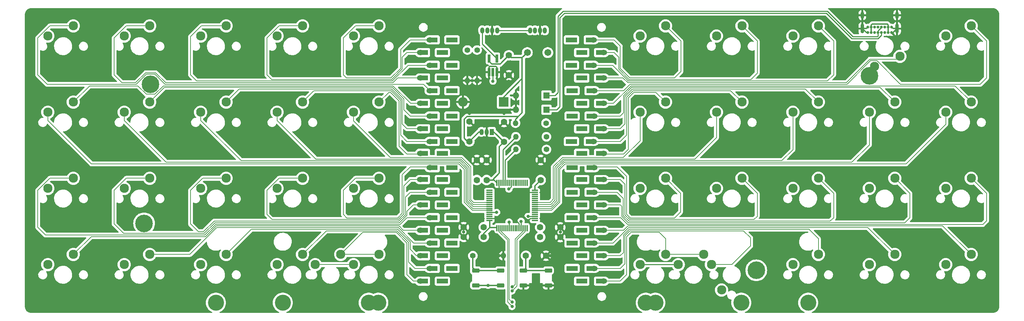
<source format=gbr>
%TF.GenerationSoftware,KiCad,Pcbnew,(7.0.0)*%
%TF.CreationDate,2024-02-13T17:17:52+01:00*%
%TF.ProjectId,LeSTMovoz,4c655354-4d6f-4766-9f7a-2e6b69636164,rev?*%
%TF.SameCoordinates,Original*%
%TF.FileFunction,Copper,L1,Top*%
%TF.FilePolarity,Positive*%
%FSLAX46Y46*%
G04 Gerber Fmt 4.6, Leading zero omitted, Abs format (unit mm)*
G04 Created by KiCad (PCBNEW (7.0.0)) date 2024-02-13 17:17:52*
%MOMM*%
%LPD*%
G01*
G04 APERTURE LIST*
G04 Aperture macros list*
%AMRoundRect*
0 Rectangle with rounded corners*
0 $1 Rounding radius*
0 $2 $3 $4 $5 $6 $7 $8 $9 X,Y pos of 4 corners*
0 Add a 4 corners polygon primitive as box body*
4,1,4,$2,$3,$4,$5,$6,$7,$8,$9,$2,$3,0*
0 Add four circle primitives for the rounded corners*
1,1,$1+$1,$2,$3*
1,1,$1+$1,$4,$5*
1,1,$1+$1,$6,$7*
1,1,$1+$1,$8,$9*
0 Add four rect primitives between the rounded corners*
20,1,$1+$1,$2,$3,$4,$5,0*
20,1,$1+$1,$4,$5,$6,$7,0*
20,1,$1+$1,$6,$7,$8,$9,0*
20,1,$1+$1,$8,$9,$2,$3,0*%
G04 Aperture macros list end*
%TA.AperFunction,ComponentPad*%
%ADD10C,4.400000*%
%TD*%
%TA.AperFunction,ComponentPad*%
%ADD11R,1.778000X1.300000*%
%TD*%
%TA.AperFunction,SMDPad,CuDef*%
%ADD12R,1.400000X1.300000*%
%TD*%
%TA.AperFunction,ComponentPad*%
%ADD13O,1.778000X1.300000*%
%TD*%
%TA.AperFunction,SMDPad,CuDef*%
%ADD14RoundRect,0.275000X-0.625000X-0.275000X0.625000X-0.275000X0.625000X0.275000X-0.625000X0.275000X0*%
%TD*%
%TA.AperFunction,ComponentPad*%
%ADD15C,1.710000*%
%TD*%
%TA.AperFunction,ComponentPad*%
%ADD16C,1.600000*%
%TD*%
%TA.AperFunction,ComponentPad*%
%ADD17C,2.300000*%
%TD*%
%TA.AperFunction,ComponentPad*%
%ADD18C,1.400000*%
%TD*%
%TA.AperFunction,ComponentPad*%
%ADD19O,1.400000X1.400000*%
%TD*%
%TA.AperFunction,ComponentPad*%
%ADD20C,4.000000*%
%TD*%
%TA.AperFunction,ComponentPad*%
%ADD21R,2.400000X2.400000*%
%TD*%
%TA.AperFunction,ComponentPad*%
%ADD22O,2.400000X2.400000*%
%TD*%
%TA.AperFunction,ComponentPad*%
%ADD23R,1.600000X1.600000*%
%TD*%
%TA.AperFunction,ComponentPad*%
%ADD24O,1.600000X1.600000*%
%TD*%
%TA.AperFunction,ComponentPad*%
%ADD25R,1.050000X1.500000*%
%TD*%
%TA.AperFunction,ComponentPad*%
%ADD26O,1.050000X1.500000*%
%TD*%
%TA.AperFunction,SMDPad,CuDef*%
%ADD27R,0.650000X2.000000*%
%TD*%
%TA.AperFunction,SMDPad,CuDef*%
%ADD28RoundRect,0.075000X0.075000X-0.700000X0.075000X0.700000X-0.075000X0.700000X-0.075000X-0.700000X0*%
%TD*%
%TA.AperFunction,SMDPad,CuDef*%
%ADD29RoundRect,0.075000X0.700000X-0.075000X0.700000X0.075000X-0.700000X0.075000X-0.700000X-0.075000X0*%
%TD*%
%TA.AperFunction,SMDPad,CuDef*%
%ADD30RoundRect,0.275000X0.625000X0.275000X-0.625000X0.275000X-0.625000X-0.275000X0.625000X-0.275000X0*%
%TD*%
%TA.AperFunction,ComponentPad*%
%ADD31O,1.000000X1.500000*%
%TD*%
%TA.AperFunction,ComponentPad*%
%ADD32C,0.700000*%
%TD*%
%TA.AperFunction,ComponentPad*%
%ADD33O,0.900000X1.700000*%
%TD*%
%TA.AperFunction,ComponentPad*%
%ADD34O,0.900000X2.400000*%
%TD*%
%TA.AperFunction,ViaPad*%
%ADD35C,0.800000*%
%TD*%
%TA.AperFunction,Conductor*%
%ADD36C,0.200000*%
%TD*%
%TA.AperFunction,Conductor*%
%ADD37C,0.380000*%
%TD*%
%TA.AperFunction,Conductor*%
%ADD38C,0.250000*%
%TD*%
G04 APERTURE END LIST*
D10*
%TO.P,,1*%
%TO.N,N/C*%
X55137500Y-42862500D03*
%TD*%
D11*
%TO.P,D6,1,K*%
%TO.N,ROW0*%
X159543749Y-31749999D03*
D12*
X160768749Y-31749999D03*
%TO.P,D6,2,A*%
%TO.N,Net-(D6-A)*%
X164318749Y-31749999D03*
D13*
X165543749Y-31749999D03*
%TD*%
D14*
%TO.P,RST1,1,A*%
%TO.N,NRST*%
X148112500Y-89431250D03*
X154312500Y-89431250D03*
%TO.P,RST1,2,B*%
%TO.N,GND*%
X148112500Y-93131250D03*
X154312500Y-93131250D03*
%TD*%
D15*
%TO.P,F1,1*%
%TO.N,VBUS*%
X154156250Y-34934000D03*
%TO.P,F1,2*%
%TO.N,+5V*%
X149056250Y-34934000D03*
%TD*%
D16*
%TO.P,C8,1*%
%TO.N,+3V3*%
X152400000Y-66793750D03*
%TO.P,C8,2*%
%TO.N,GND*%
X152400000Y-61793750D03*
%TD*%
D17*
%TO.P,MX24,1,1*%
%TO.N,COL3*%
X86677500Y-68897500D03*
%TO.P,MX24,2,2*%
%TO.N,Net-(D24-A)*%
X93027500Y-66357500D03*
%TD*%
%TO.P,MX10,1,1*%
%TO.N,COL9*%
X253365000Y-30797500D03*
%TO.P,MX10,2,2*%
%TO.N,Net-(D10-A)*%
X259715000Y-28257500D03*
%TD*%
D18*
%TO.P,R4,1*%
%TO.N,/CC1*%
X136525000Y-34290000D03*
D19*
%TO.P,R4,2*%
%TO.N,GND*%
X136524999Y-41909999D03*
%TD*%
D17*
%TO.P,MX19,1,1*%
%TO.N,COL8*%
X234315000Y-49847500D03*
%TO.P,MX19,2,2*%
%TO.N,Net-(D19-A)*%
X240665000Y-47307500D03*
%TD*%
%TO.P,MX5,1,1*%
%TO.N,COL4*%
X105727500Y-30797500D03*
%TO.P,MX5,2,2*%
%TO.N,Net-(D5-A)*%
X112077500Y-28257500D03*
%TD*%
%TO.P,MX6,1,1*%
%TO.N,COL5*%
X177165000Y-30797500D03*
%TO.P,MX6,2,2*%
%TO.N,Net-(D6-A)*%
X183515000Y-28257500D03*
%TD*%
D11*
%TO.P,D4,1,K*%
%TO.N,ROW0*%
X128412499Y-34924999D03*
D12*
X127187499Y-34924999D03*
%TO.P,D4,2,A*%
%TO.N,Net-(D4-A)*%
X123637499Y-34924999D03*
D13*
X122412499Y-34924999D03*
%TD*%
D17*
%TO.P,MX21,1,1*%
%TO.N,COL0*%
X29527500Y-68897500D03*
%TO.P,MX21,2,2*%
%TO.N,Net-(D21-A)*%
X35877500Y-66357500D03*
%TD*%
D10*
%TO.P,H6,1*%
%TO.N,N/C*%
X234387500Y-40736500D03*
%TD*%
D20*
%TO.P,S1,*%
%TO.N,*%
X202406250Y-97472500D03*
X178593750Y-97472500D03*
%TD*%
D16*
%TO.P,C5,1*%
%TO.N,+3V3*%
X136475000Y-66793750D03*
%TO.P,C5,2*%
%TO.N,GND*%
X136475000Y-61793750D03*
%TD*%
D17*
%TO.P,MX4,1,1*%
%TO.N,COL3*%
X86677500Y-30797500D03*
%TO.P,MX4,2,2*%
%TO.N,Net-(D4-A)*%
X93027500Y-28257500D03*
%TD*%
D16*
%TO.P,C6,1*%
%TO.N,+3V3*%
X138211531Y-81009836D03*
%TO.P,C6,2*%
%TO.N,GND*%
X133211531Y-81009836D03*
%TD*%
D17*
%TO.P,MX37,1,1*%
%TO.N,COL5*%
X177165000Y-87947500D03*
%TO.P,MX37,2,2*%
%TO.N,Net-(D36-A)*%
X183515000Y-85407500D03*
%TD*%
%TO.P,MX20,1,1*%
%TO.N,COL9*%
X253365000Y-49847500D03*
%TO.P,MX20,2,2*%
%TO.N,Net-(D20-A)*%
X259715000Y-47307500D03*
%TD*%
D20*
%TO.P,S2,*%
%TO.N,*%
X219075000Y-97472500D03*
X180975000Y-97472500D03*
%TD*%
D11*
%TO.P,D12,1,K*%
%TO.N,ROW1*%
X130793749Y-50799999D03*
D12*
X129568749Y-50799999D03*
%TO.P,D12,2,A*%
%TO.N,Net-(D12-A)*%
X126018749Y-50799999D03*
D13*
X124793749Y-50799999D03*
%TD*%
D17*
%TO.P,MX27,1,1*%
%TO.N,COL6*%
X196215000Y-68897500D03*
%TO.P,MX27,2,2*%
%TO.N,Net-(D27-A)*%
X202565000Y-66357500D03*
%TD*%
%TO.P,MX1,1,1*%
%TO.N,COL0*%
X29527500Y-30797500D03*
%TO.P,MX1,2,2*%
%TO.N,Net-(D1-A)*%
X35877500Y-28257500D03*
%TD*%
%TO.P,MX38,1,1*%
%TO.N,COL5*%
X186690000Y-87947500D03*
%TO.P,MX38,2,2*%
%TO.N,Net-(D36-A)*%
X193040000Y-85407500D03*
%TD*%
%TO.P,MX12,1,1*%
%TO.N,COL1*%
X48577500Y-49847500D03*
%TO.P,MX12,2,2*%
%TO.N,Net-(D12-A)*%
X54927500Y-47307500D03*
%TD*%
D11*
%TO.P,D3,1,K*%
%TO.N,ROW0*%
X130793749Y-38099999D03*
D12*
X129568749Y-38099999D03*
%TO.P,D3,2,A*%
%TO.N,Net-(D3-A)*%
X126018749Y-38099999D03*
D13*
X124793749Y-38099999D03*
%TD*%
D11*
%TO.P,D8,1,K*%
%TO.N,ROW0*%
X159543749Y-38099999D03*
D12*
X160768749Y-38099999D03*
%TO.P,D8,2,A*%
%TO.N,Net-(D8-A)*%
X164318749Y-38099999D03*
D13*
X165543749Y-38099999D03*
%TD*%
D18*
%TO.P,R3,1*%
%TO.N,D_USB_P*%
X153828750Y-55981250D03*
D19*
%TO.P,R3,2*%
%TO.N,D_P*%
X146208749Y-55981249D03*
%TD*%
D11*
%TO.P,D16,1,K*%
%TO.N,ROW1*%
X162099999Y-60124999D03*
D12*
X163324999Y-60124999D03*
%TO.P,D16,2,A*%
%TO.N,Net-(D16-A)*%
X166874999Y-60124999D03*
D13*
X168099999Y-60124999D03*
%TD*%
D17*
%TO.P,MX34,1,1*%
%TO.N,COL3*%
X86677500Y-87947500D03*
%TO.P,MX34,2,2*%
%TO.N,Net-(D34-A)*%
X93027500Y-85407500D03*
%TD*%
D16*
%TO.P,C1,1*%
%TO.N,GND*%
X134625429Y-52150000D03*
%TO.P,C1,2*%
%TO.N,+5V*%
X134625429Y-57150000D03*
%TD*%
D11*
%TO.P,D9,1,K*%
%TO.N,ROW0*%
X162099999Y-41274999D03*
D12*
X163324999Y-41274999D03*
%TO.P,D9,2,A*%
%TO.N,Net-(D9-A)*%
X166874999Y-41274999D03*
D13*
X168099999Y-41274999D03*
%TD*%
D11*
%TO.P,D24,1,K*%
%TO.N,ROW2*%
X128412499Y-66674999D03*
D12*
X127187499Y-66674999D03*
%TO.P,D24,2,A*%
%TO.N,Net-(D24-A)*%
X123637499Y-66674999D03*
D13*
X122412499Y-66674999D03*
%TD*%
D17*
%TO.P,MX41,1,1*%
%TO.N,COL8*%
X234315000Y-87947500D03*
%TO.P,MX41,2,2*%
%TO.N,Net-(D39-A)*%
X240665000Y-85407500D03*
%TD*%
D11*
%TO.P,D38,1,K*%
%TO.N,ROW3*%
X162099999Y-85724999D03*
D12*
X163324999Y-85724999D03*
%TO.P,D38,2,A*%
%TO.N,Net-(D38-A)*%
X166874999Y-85724999D03*
D13*
X168099999Y-85724999D03*
%TD*%
D11*
%TO.P,D29,1,K*%
%TO.N,ROW2*%
X162099999Y-73024999D03*
D12*
X163324999Y-73024999D03*
%TO.P,D29,2,A*%
%TO.N,Net-(D29-A)*%
X166874999Y-73024999D03*
D13*
X168099999Y-73024999D03*
%TD*%
D18*
%TO.P,R5,1*%
%TO.N,/CC2*%
X134143750Y-34290000D03*
D19*
%TO.P,R5,2*%
%TO.N,GND*%
X134143749Y-41909999D03*
%TD*%
D17*
%TO.P,MX28,1,1*%
%TO.N,COL7*%
X215265000Y-68897500D03*
%TO.P,MX28,2,2*%
%TO.N,Net-(D28-A)*%
X221615000Y-66357500D03*
%TD*%
%TO.P,MX8,1,1*%
%TO.N,COL7*%
X215265000Y-30797500D03*
%TO.P,MX8,2,2*%
%TO.N,Net-(D8-A)*%
X221615000Y-28257500D03*
%TD*%
D11*
%TO.P,D18,1,K*%
%TO.N,ROW1*%
X162099999Y-53974999D03*
D12*
X163324999Y-53974999D03*
%TO.P,D18,2,A*%
%TO.N,Net-(D18-A)*%
X166874999Y-53974999D03*
D13*
X168099999Y-53974999D03*
%TD*%
D17*
%TO.P,MX18,1,1*%
%TO.N,COL7*%
X215265000Y-49847500D03*
%TO.P,MX18,2,2*%
%TO.N,Net-(D18-A)*%
X221615000Y-47307500D03*
%TD*%
D11*
%TO.P,D7,1,K*%
%TO.N,ROW0*%
X162099999Y-34924999D03*
D12*
X163324999Y-34924999D03*
%TO.P,D7,2,A*%
%TO.N,Net-(D7-A)*%
X166874999Y-34924999D03*
D13*
X168099999Y-34924999D03*
%TD*%
D11*
%TO.P,D34,1,K*%
%TO.N,ROW3*%
X130793749Y-88899999D03*
D12*
X129568749Y-88899999D03*
%TO.P,D34,2,A*%
%TO.N,Net-(D34-A)*%
X126018749Y-88899999D03*
D13*
X124793749Y-88899999D03*
%TD*%
D11*
%TO.P,D20,1,K*%
%TO.N,ROW1*%
X162099999Y-47624999D03*
D12*
X163324999Y-47624999D03*
%TO.P,D20,2,A*%
%TO.N,Net-(D20-A)*%
X166874999Y-47624999D03*
D13*
X168099999Y-47624999D03*
%TD*%
D17*
%TO.P,MX33,1,1*%
%TO.N,COL2*%
X67627500Y-87947500D03*
%TO.P,MX33,2,2*%
%TO.N,Net-(D33-A)*%
X73977500Y-85407500D03*
%TD*%
D11*
%TO.P,D13,1,K*%
%TO.N,ROW1*%
X128412499Y-53974999D03*
D12*
X127187499Y-53974999D03*
%TO.P,D13,2,A*%
%TO.N,Net-(D13-A)*%
X123637499Y-53974999D03*
D13*
X122412499Y-53974999D03*
%TD*%
D21*
%TO.P,D41,1,A1*%
%TO.N,+5V*%
X143192499Y-47300965D03*
D22*
%TO.P,D41,2,A2*%
%TO.N,GND*%
X133032499Y-47300965D03*
%TD*%
D18*
%TO.P,R2,1*%
%TO.N,D_USB_N*%
X153828750Y-59156250D03*
D19*
%TO.P,R2,2*%
%TO.N,D_N*%
X146208749Y-59156249D03*
%TD*%
D11*
%TO.P,D15,1,K*%
%TO.N,ROW1*%
X128412499Y-60124999D03*
D12*
X127187499Y-60124999D03*
%TO.P,D15,2,A*%
%TO.N,Net-(D15-A)*%
X123637499Y-60124999D03*
D13*
X122412499Y-60124999D03*
%TD*%
D17*
%TO.P,MX23,1,1*%
%TO.N,COL2*%
X67627500Y-68897500D03*
%TO.P,MX23,2,2*%
%TO.N,Net-(D23-A)*%
X73977500Y-66357500D03*
%TD*%
D11*
%TO.P,D33,1,K*%
%TO.N,ROW3*%
X128412499Y-85724999D03*
D12*
X127187499Y-85724999D03*
%TO.P,D33,2,A*%
%TO.N,Net-(D33-A)*%
X123637499Y-85724999D03*
D13*
X122412499Y-85724999D03*
%TD*%
D18*
%TO.P,R1,1*%
%TO.N,D_USB_N*%
X153728750Y-52562500D03*
D19*
%TO.P,R1,2*%
%TO.N,+5V*%
X146108749Y-52562499D03*
%TD*%
D11*
%TO.P,D10,1,K*%
%TO.N,ROW0*%
X159718749Y-44449999D03*
D12*
X160943749Y-44449999D03*
%TO.P,D10,2,A*%
%TO.N,Net-(D10-A)*%
X164493749Y-44449999D03*
D13*
X165718749Y-44449999D03*
%TD*%
D11*
%TO.P,D36,1,K*%
%TO.N,ROW3*%
X162099999Y-92074999D03*
D12*
X163324999Y-92074999D03*
%TO.P,D36,2,A*%
%TO.N,Net-(D36-A)*%
X166874999Y-92074999D03*
D13*
X168099999Y-92074999D03*
%TD*%
D17*
%TO.P,MX14,1,1*%
%TO.N,COL3*%
X86677500Y-49847500D03*
%TO.P,MX14,2,2*%
%TO.N,Net-(D14-A)*%
X93027500Y-47307500D03*
%TD*%
D11*
%TO.P,D19,1,K*%
%TO.N,ROW1*%
X159718749Y-50799999D03*
D12*
X160943749Y-50799999D03*
%TO.P,D19,2,A*%
%TO.N,Net-(D19-A)*%
X164493749Y-50799999D03*
D13*
X165718749Y-50799999D03*
%TD*%
D23*
%TO.P,D43,1,K*%
%TO.N,D_USB_N*%
X153828749Y-49212499D03*
D24*
%TO.P,D43,2,A*%
%TO.N,GND*%
X146208749Y-49212499D03*
%TD*%
D11*
%TO.P,D5,1,K*%
%TO.N,ROW0*%
X130793749Y-31749999D03*
D12*
X129568749Y-31749999D03*
%TO.P,D5,2,A*%
%TO.N,Net-(D5-A)*%
X126018749Y-31749999D03*
D13*
X124793749Y-31749999D03*
%TD*%
D25*
%TO.P,U2,1,VO*%
%TO.N,+3V3*%
X140176249Y-54768749D03*
D26*
%TO.P,U2,2,GND*%
%TO.N,GND*%
X138906249Y-54768749D03*
%TO.P,U2,3,VI*%
%TO.N,+5V*%
X137636249Y-54768749D03*
%TD*%
D16*
%TO.P,C10,1*%
%TO.N,+3V3*%
X138906250Y-66793750D03*
%TO.P,C10,2*%
%TO.N,GND*%
X138906250Y-61793750D03*
%TD*%
D20*
%TO.P,S3,*%
%TO.N,*%
X109537500Y-97472500D03*
X71437500Y-97472500D03*
%TD*%
D11*
%TO.P,D23,1,K*%
%TO.N,ROW2*%
X130793749Y-69849999D03*
D12*
X129568749Y-69849999D03*
%TO.P,D23,2,A*%
%TO.N,Net-(D23-A)*%
X126018749Y-69849999D03*
D13*
X124793749Y-69849999D03*
%TD*%
D17*
%TO.P,MX17,1,1*%
%TO.N,COL6*%
X196215000Y-49847500D03*
%TO.P,MX17,2,2*%
%TO.N,Net-(D17-A)*%
X202565000Y-47307500D03*
%TD*%
D11*
%TO.P,D27,1,K*%
%TO.N,ROW2*%
X162099999Y-66674999D03*
D12*
X163324999Y-66674999D03*
%TO.P,D27,2,A*%
%TO.N,Net-(D27-A)*%
X166874999Y-66674999D03*
D13*
X168099999Y-66674999D03*
%TD*%
D11*
%TO.P,D2,1,K*%
%TO.N,ROW0*%
X128412499Y-41274999D03*
D12*
X127187499Y-41274999D03*
%TO.P,D2,2,A*%
%TO.N,Net-(D2-A)*%
X123637499Y-41274999D03*
D13*
X122412499Y-41274999D03*
%TD*%
D16*
%TO.P,C9,1*%
%TO.N,+3V3*%
X152268053Y-78635515D03*
%TO.P,C9,2*%
%TO.N,GND*%
X157268053Y-78635515D03*
%TD*%
D17*
%TO.P,MX16,1,1*%
%TO.N,COL5*%
X177165000Y-49847500D03*
%TO.P,MX16,2,2*%
%TO.N,Net-(D16-A)*%
X183515000Y-47307500D03*
%TD*%
D11*
%TO.P,D39,1,K*%
%TO.N,ROW3*%
X159718749Y-82549999D03*
D12*
X160943749Y-82549999D03*
%TO.P,D39,2,A*%
%TO.N,Net-(D39-A)*%
X164493749Y-82549999D03*
D13*
X165718749Y-82549999D03*
%TD*%
D11*
%TO.P,D17,1,K*%
%TO.N,ROW1*%
X159543749Y-57149999D03*
D12*
X160768749Y-57149999D03*
%TO.P,D17,2,A*%
%TO.N,Net-(D17-A)*%
X164318749Y-57149999D03*
D13*
X165543749Y-57149999D03*
%TD*%
D17*
%TO.P,MX31,1,1*%
%TO.N,COL0*%
X29527500Y-87947500D03*
%TO.P,MX31,2,2*%
%TO.N,Net-(D31-A)*%
X35877500Y-85407500D03*
%TD*%
D20*
%TO.P,S4,*%
%TO.N,*%
X111918750Y-97472500D03*
X88106250Y-97472500D03*
%TD*%
D11*
%TO.P,D40,1,K*%
%TO.N,ROW3*%
X162099999Y-79374999D03*
D12*
X163324999Y-79374999D03*
%TO.P,D40,2,A*%
%TO.N,Net-(D40-A)*%
X166874999Y-79374999D03*
D13*
X168099999Y-79374999D03*
%TD*%
D17*
%TO.P,MX26,1,1*%
%TO.N,COL5*%
X177165000Y-68897500D03*
%TO.P,MX26,2,2*%
%TO.N,Net-(D26-A)*%
X183515000Y-66357500D03*
%TD*%
D11*
%TO.P,D1,1,K*%
%TO.N,ROW0*%
X130793749Y-44449999D03*
D12*
X129568749Y-44449999D03*
%TO.P,D1,2,A*%
%TO.N,Net-(D1-A)*%
X126018749Y-44449999D03*
D13*
X124793749Y-44449999D03*
%TD*%
D18*
%TO.P,R6,1*%
%TO.N,BOOT0*%
X135490000Y-85725000D03*
D19*
%TO.P,R6,2*%
%TO.N,GND*%
X143109999Y-85724999D03*
%TD*%
D11*
%TO.P,D30,1,K*%
%TO.N,ROW2*%
X159718749Y-76199999D03*
D12*
X160943749Y-76199999D03*
%TO.P,D30,2,A*%
%TO.N,Net-(D30-A)*%
X164493749Y-76199999D03*
D13*
X165718749Y-76199999D03*
%TD*%
D16*
%TO.P,C7,1*%
%TO.N,+3V3*%
X138211531Y-78578586D03*
%TO.P,C7,2*%
%TO.N,GND*%
X133211531Y-78578586D03*
%TD*%
D17*
%TO.P,MX32,1,1*%
%TO.N,COL1*%
X48577500Y-87947500D03*
%TO.P,MX32,2,2*%
%TO.N,Net-(D32-A)*%
X54927500Y-85407500D03*
%TD*%
D27*
%TO.P,U3,1*%
%TO.N,GND*%
X139543749Y-39809999D03*
%TO.P,U3,2*%
%TO.N,RGB MCU*%
X140493749Y-39809999D03*
%TO.P,U3,3,GND*%
%TO.N,GND*%
X141443749Y-39809999D03*
%TO.P,U3,4*%
%TO.N,RGBin*%
X141443749Y-36389999D03*
%TO.P,U3,5,+5V*%
%TO.N,+5V*%
X139543749Y-36389999D03*
%TD*%
D11*
%TO.P,D31,1,K*%
%TO.N,ROW3*%
X128412499Y-79374999D03*
D12*
X127187499Y-79374999D03*
%TO.P,D31,2,A*%
%TO.N,Net-(D31-A)*%
X123637499Y-79374999D03*
D13*
X122412499Y-79374999D03*
%TD*%
D17*
%TO.P,MX3,1,1*%
%TO.N,COL2*%
X67627500Y-30797500D03*
%TO.P,MX3,2,2*%
%TO.N,Net-(D3-A)*%
X73977500Y-28257500D03*
%TD*%
D11*
%TO.P,D28,1,K*%
%TO.N,ROW2*%
X159718749Y-69849999D03*
D12*
X160943749Y-69849999D03*
%TO.P,D28,2,A*%
%TO.N,Net-(D28-A)*%
X164493749Y-69849999D03*
D13*
X165718749Y-69849999D03*
%TD*%
D17*
%TO.P,MX29,1,1*%
%TO.N,COL8*%
X234315000Y-68897500D03*
%TO.P,MX29,2,2*%
%TO.N,Net-(D29-A)*%
X240665000Y-66357500D03*
%TD*%
%TO.P,MX39,1,1*%
%TO.N,COL6*%
X197485000Y-94297500D03*
%TO.P,MX39,2,2*%
%TO.N,Net-(D37-A)*%
X194945000Y-87947500D03*
%TD*%
D11*
%TO.P,D11,1,K*%
%TO.N,ROW1*%
X128412499Y-47624999D03*
D12*
X127187499Y-47624999D03*
%TO.P,D11,2,A*%
%TO.N,Net-(D11-A)*%
X123637499Y-47624999D03*
D13*
X122412499Y-47624999D03*
%TD*%
D17*
%TO.P,MX7,1,1*%
%TO.N,COL6*%
X196215000Y-30797500D03*
%TO.P,MX7,2,2*%
%TO.N,Net-(D7-A)*%
X202565000Y-28257500D03*
%TD*%
%TO.P,MX22,1,1*%
%TO.N,COL1*%
X48577500Y-68897500D03*
%TO.P,MX22,2,2*%
%TO.N,Net-(D22-A)*%
X54927500Y-66357500D03*
%TD*%
%TO.P,MX9,1,1*%
%TO.N,Net-(D9-A)*%
X241935000Y-35877500D03*
%TO.P,MX9,2,2*%
%TO.N,COL8*%
X235585000Y-38417500D03*
%TD*%
D23*
%TO.P,D42,1,K*%
%TO.N,D_USB_P*%
X153828749Y-45662499D03*
D24*
%TO.P,D42,2,A*%
%TO.N,GND*%
X146208749Y-45662499D03*
%TD*%
D16*
%TO.P,C3,1*%
%TO.N,NRST*%
X148712500Y-85725000D03*
%TO.P,C3,2*%
%TO.N,GND*%
X153712500Y-85725000D03*
%TD*%
D11*
%TO.P,D37,1,K*%
%TO.N,ROW3*%
X159718749Y-88899999D03*
D12*
X160943749Y-88899999D03*
%TO.P,D37,2,A*%
%TO.N,Net-(D37-A)*%
X164493749Y-88899999D03*
D13*
X165718749Y-88899999D03*
%TD*%
D11*
%TO.P,D21,1,K*%
%TO.N,ROW2*%
X130793749Y-76199999D03*
D12*
X129568749Y-76199999D03*
%TO.P,D21,2,A*%
%TO.N,Net-(D21-A)*%
X126018749Y-76199999D03*
D13*
X124793749Y-76199999D03*
%TD*%
D16*
%TO.P,C4,1*%
%TO.N,+3V3*%
X152268053Y-81066765D03*
%TO.P,C4,2*%
%TO.N,GND*%
X157268053Y-81066765D03*
%TD*%
D17*
%TO.P,MX15,1,1*%
%TO.N,COL4*%
X105727500Y-49847500D03*
%TO.P,MX15,2,2*%
%TO.N,Net-(D15-A)*%
X112077500Y-47307500D03*
%TD*%
D10*
%TO.P,,1*%
%TO.N,N/C*%
X206137500Y-89371500D03*
%TD*%
%TO.P,,1*%
%TO.N,N/C*%
X53537500Y-77636500D03*
%TD*%
D17*
%TO.P,MX25,1,1*%
%TO.N,COL4*%
X105727500Y-68897500D03*
%TO.P,MX25,2,2*%
%TO.N,Net-(D25-A)*%
X112077500Y-66357500D03*
%TD*%
%TO.P,MX36,1,1*%
%TO.N,COL4*%
X96202500Y-87947500D03*
%TO.P,MX36,2,2*%
%TO.N,Net-(D35-A)*%
X102552500Y-85407500D03*
%TD*%
%TO.P,MX13,1,1*%
%TO.N,COL2*%
X67627500Y-49847500D03*
%TO.P,MX13,2,2*%
%TO.N,Net-(D13-A)*%
X73977500Y-47307500D03*
%TD*%
D28*
%TO.P,U1,1,VBAT*%
%TO.N,+3V3*%
X141506250Y-78828090D03*
%TO.P,U1,2,PC13*%
%TO.N,ROW0*%
X142006250Y-78828090D03*
%TO.P,U1,3,PC14*%
%TO.N,ROW1*%
X142506250Y-78828090D03*
%TO.P,U1,4,PC15*%
%TO.N,unconnected-(U1-PC15-Pad4)*%
X143006250Y-78828090D03*
%TO.P,U1,5,PF0*%
%TO.N,unconnected-(U1-PF0-Pad5)*%
X143506250Y-78828090D03*
%TO.P,U1,6,PF1*%
%TO.N,unconnected-(U1-PF1-Pad6)*%
X144006250Y-78828090D03*
%TO.P,U1,7,NRST*%
%TO.N,NRST*%
X144506250Y-78828090D03*
%TO.P,U1,8,PC0*%
%TO.N,unconnected-(U1-PC0-Pad8)*%
X145006250Y-78828090D03*
%TO.P,U1,9,PC1*%
%TO.N,unconnected-(U1-PC1-Pad9)*%
X145506250Y-78828090D03*
%TO.P,U1,10,PC2*%
%TO.N,unconnected-(U1-PC2-Pad10)*%
X146006250Y-78828090D03*
%TO.P,U1,11,PC3*%
%TO.N,unconnected-(U1-PC3-Pad11)*%
X146506250Y-78828090D03*
%TO.P,U1,12,VSSA*%
%TO.N,GND*%
X147006250Y-78828090D03*
%TO.P,U1,13,VDDA*%
%TO.N,+3V3*%
X147506250Y-78828090D03*
%TO.P,U1,14,PA0*%
%TO.N,ROW3*%
X148006250Y-78828090D03*
%TO.P,U1,15,PA1*%
%TO.N,ROW2*%
X148506250Y-78828090D03*
%TO.P,U1,16,PA2*%
%TO.N,unconnected-(U1-PA2-Pad16)*%
X149006250Y-78828090D03*
D29*
%TO.P,U1,17,PA3*%
%TO.N,unconnected-(U1-PA3-Pad17)*%
X150931250Y-76903090D03*
%TO.P,U1,18,VSS*%
%TO.N,GND*%
X150931250Y-76403090D03*
%TO.P,U1,19,VDD*%
%TO.N,+3V3*%
X150931250Y-75903090D03*
%TO.P,U1,20,PA4*%
%TO.N,unconnected-(U1-PA4-Pad20)*%
X150931250Y-75403090D03*
%TO.P,U1,21,PA5*%
%TO.N,unconnected-(U1-PA5-Pad21)*%
X150931250Y-74903090D03*
%TO.P,U1,22,PA6*%
%TO.N,COL9*%
X150931250Y-74403090D03*
%TO.P,U1,23,PA7*%
%TO.N,COL8*%
X150931250Y-73903090D03*
%TO.P,U1,24,PC4*%
%TO.N,COL7*%
X150931250Y-73403090D03*
%TO.P,U1,25,PC5*%
%TO.N,COL6*%
X150931250Y-72903090D03*
%TO.P,U1,26,PB0*%
%TO.N,COL5*%
X150931250Y-72403090D03*
%TO.P,U1,27,PB1*%
%TO.N,unconnected-(U1-PB1-Pad27)*%
X150931250Y-71903090D03*
%TO.P,U1,28,PB2*%
%TO.N,unconnected-(U1-PB2-Pad28)*%
X150931250Y-71403090D03*
%TO.P,U1,29,PB10*%
%TO.N,unconnected-(U1-PB10-Pad29)*%
X150931250Y-70903090D03*
%TO.P,U1,30,PB11*%
%TO.N,unconnected-(U1-PB11-Pad30)*%
X150931250Y-70403090D03*
%TO.P,U1,31,VSS*%
%TO.N,GND*%
X150931250Y-69903090D03*
%TO.P,U1,32,VDD*%
%TO.N,+3V3*%
X150931250Y-69403090D03*
D28*
%TO.P,U1,33,PB12*%
%TO.N,unconnected-(U1-PB12-Pad33)*%
X149006250Y-67478090D03*
%TO.P,U1,34,PB13*%
%TO.N,unconnected-(U1-PB13-Pad34)*%
X148506250Y-67478090D03*
%TO.P,U1,35,PB14*%
%TO.N,unconnected-(U1-PB14-Pad35)*%
X148006250Y-67478090D03*
%TO.P,U1,36,PB15*%
%TO.N,unconnected-(U1-PB15-Pad36)*%
X147506250Y-67478090D03*
%TO.P,U1,37,PC6*%
%TO.N,unconnected-(U1-PC6-Pad37)*%
X147006250Y-67478090D03*
%TO.P,U1,38,PC7*%
%TO.N,unconnected-(U1-PC7-Pad38)*%
X146506250Y-67478090D03*
%TO.P,U1,39,PC8*%
%TO.N,unconnected-(U1-PC8-Pad39)*%
X146006250Y-67478090D03*
%TO.P,U1,40,PC9*%
%TO.N,unconnected-(U1-PC9-Pad40)*%
X145506250Y-67478090D03*
%TO.P,U1,41,PA8*%
%TO.N,RGB MCU*%
X145006250Y-67478090D03*
%TO.P,U1,42,PA9*%
%TO.N,unconnected-(U1-PA9-Pad42)*%
X144506250Y-67478090D03*
%TO.P,U1,43,PA10*%
%TO.N,unconnected-(U1-PA10-Pad43)*%
X144006250Y-67478090D03*
%TO.P,U1,44,PA11*%
%TO.N,D_N*%
X143506250Y-67478090D03*
%TO.P,U1,45,PA12*%
%TO.N,D_P*%
X143006250Y-67478090D03*
%TO.P,U1,46,PA13*%
%TO.N,unconnected-(U1-PA13-Pad46)*%
X142506250Y-67478090D03*
%TO.P,U1,47,VSS*%
%TO.N,GND*%
X142006250Y-67478090D03*
%TO.P,U1,48,VDDIO2*%
%TO.N,+3V3*%
X141506250Y-67478090D03*
D29*
%TO.P,U1,49,PA14*%
%TO.N,unconnected-(U1-PA14-Pad49)*%
X139581250Y-69403090D03*
%TO.P,U1,50,PA15*%
%TO.N,unconnected-(U1-PA15-Pad50)*%
X139581250Y-69903090D03*
%TO.P,U1,51,PC10*%
%TO.N,unconnected-(U1-PC10-Pad51)*%
X139581250Y-70403090D03*
%TO.P,U1,52,PC11*%
%TO.N,unconnected-(U1-PC11-Pad52)*%
X139581250Y-70903090D03*
%TO.P,U1,53,PC12*%
%TO.N,unconnected-(U1-PC12-Pad53)*%
X139581250Y-71403090D03*
%TO.P,U1,54,PD2*%
%TO.N,unconnected-(U1-PD2-Pad54)*%
X139581250Y-71903090D03*
%TO.P,U1,55,PB3*%
%TO.N,COL4*%
X139581250Y-72403090D03*
%TO.P,U1,56,PB4*%
%TO.N,COL3*%
X139581250Y-72903090D03*
%TO.P,U1,57,PB5*%
%TO.N,COL2*%
X139581250Y-73403090D03*
%TO.P,U1,58,PB6*%
%TO.N,COL1*%
X139581250Y-73903090D03*
%TO.P,U1,59,PB7*%
%TO.N,COL0*%
X139581250Y-74403090D03*
%TO.P,U1,60,BOOT0*%
%TO.N,BOOT0*%
X139581250Y-74903090D03*
%TO.P,U1,61,PB8*%
%TO.N,unconnected-(U1-PB8-Pad61)*%
X139581250Y-75403090D03*
%TO.P,U1,62,PB9*%
%TO.N,unconnected-(U1-PB9-Pad62)*%
X139581250Y-75903090D03*
%TO.P,U1,63,VSS*%
%TO.N,GND*%
X139581250Y-76403090D03*
%TO.P,U1,64,VDD*%
%TO.N,+3V3*%
X139581250Y-76903090D03*
%TD*%
D17*
%TO.P,MX40,1,1*%
%TO.N,COL7*%
X215265000Y-87947500D03*
%TO.P,MX40,2,2*%
%TO.N,Net-(D38-A)*%
X221615000Y-85407500D03*
%TD*%
D11*
%TO.P,D25,1,K*%
%TO.N,ROW2*%
X130793749Y-63699999D03*
D12*
X129568749Y-63699999D03*
%TO.P,D25,2,A*%
%TO.N,Net-(D25-A)*%
X126018749Y-63699999D03*
D13*
X124793749Y-63699999D03*
%TD*%
D11*
%TO.P,D22,1,K*%
%TO.N,ROW2*%
X128412499Y-73024999D03*
D12*
X127187499Y-73024999D03*
%TO.P,D22,2,A*%
%TO.N,Net-(D22-A)*%
X123637499Y-73024999D03*
D13*
X122412499Y-73024999D03*
%TD*%
D16*
%TO.P,C12,1*%
%TO.N,+5V*%
X144462500Y-35600000D03*
%TO.P,C12,2*%
%TO.N,GND*%
X144462500Y-40600000D03*
%TD*%
D17*
%TO.P,MX2,1,1*%
%TO.N,COL1*%
X48577500Y-30797500D03*
%TO.P,MX2,2,2*%
%TO.N,Net-(D2-A)*%
X54927500Y-28257500D03*
%TD*%
D11*
%TO.P,D32,1,K*%
%TO.N,ROW3*%
X130793749Y-82549999D03*
D12*
X129568749Y-82549999D03*
%TO.P,D32,2,A*%
%TO.N,Net-(D32-A)*%
X126018749Y-82549999D03*
D13*
X124793749Y-82549999D03*
%TD*%
D17*
%TO.P,MX11,1,1*%
%TO.N,COL0*%
X29527500Y-49847500D03*
%TO.P,MX11,2,2*%
%TO.N,Net-(D11-A)*%
X35877500Y-47307500D03*
%TD*%
%TO.P,MX42,1,1*%
%TO.N,COL9*%
X253365000Y-87947500D03*
%TO.P,MX42,2,2*%
%TO.N,Net-(D40-A)*%
X259715000Y-85407500D03*
%TD*%
%TO.P,MX30,1,1*%
%TO.N,COL9*%
X253365000Y-68897500D03*
%TO.P,MX30,2,2*%
%TO.N,Net-(D30-A)*%
X259715000Y-66357500D03*
%TD*%
%TO.P,MX35,1,1*%
%TO.N,COL4*%
X105727500Y-87947500D03*
%TO.P,MX35,2,2*%
%TO.N,Net-(D35-A)*%
X112077500Y-85407500D03*
%TD*%
D16*
%TO.P,C2,1*%
%TO.N,GND*%
X143250429Y-52276860D03*
%TO.P,C2,2*%
%TO.N,+3V3*%
X143250429Y-57276860D03*
%TD*%
D11*
%TO.P,D14,1,K*%
%TO.N,ROW1*%
X130793749Y-57149999D03*
D12*
X129568749Y-57149999D03*
%TO.P,D14,2,A*%
%TO.N,Net-(D14-A)*%
X126018749Y-57149999D03*
D13*
X124793749Y-57149999D03*
%TD*%
D30*
%TO.P,SW1,1,1*%
%TO.N,+3V3*%
X142400000Y-93131250D03*
X136200000Y-93131250D03*
%TO.P,SW1,2,2*%
%TO.N,BOOT0*%
X142400000Y-89431250D03*
X136200000Y-89431250D03*
%TD*%
D11*
%TO.P,D35,1,K*%
%TO.N,ROW3*%
X128412499Y-92074999D03*
D12*
X127187499Y-92074999D03*
%TO.P,D35,2,A*%
%TO.N,Net-(D35-A)*%
X123637499Y-92074999D03*
D13*
X122412499Y-92074999D03*
%TD*%
D11*
%TO.P,D26,1,K*%
%TO.N,ROW2*%
X159718749Y-63699999D03*
D12*
X160943749Y-63699999D03*
%TO.P,D26,2,A*%
%TO.N,Net-(D26-A)*%
X164493749Y-63699999D03*
D13*
X165718749Y-63699999D03*
%TD*%
D31*
%TO.P,D44,1,VDD*%
%TO.N,+5V*%
X139074999Y-29368749D03*
%TO.P,D44,2,DOUT*%
%TO.N,Net-(D44-DOUT)*%
X141549999Y-29368749D03*
%TO.P,D44,3,VSS*%
%TO.N,GND*%
X140324999Y-29368749D03*
%TO.P,D44,4,DIN*%
%TO.N,RGBin*%
X137849999Y-29368749D03*
%TD*%
%TO.P,D45,1,VDD*%
%TO.N,+5V*%
X150981249Y-29368749D03*
%TO.P,D45,2,DOUT*%
%TO.N,unconnected-(D45-DOUT-Pad2)*%
X153456249Y-29368749D03*
%TO.P,D45,3,VSS*%
%TO.N,GND*%
X152231249Y-29368749D03*
%TO.P,D45,4,DIN*%
%TO.N,Net-(D44-DOUT)*%
X149756249Y-29368749D03*
%TD*%
D32*
%TO.P,J1,A1,GND*%
%TO.N,GND*%
X233938179Y-29918750D03*
%TO.P,J1,A4,VBUS*%
%TO.N,VBUS*%
X234788179Y-29918750D03*
%TO.P,J1,A5,CC1*%
%TO.N,/CC1*%
X235638179Y-29918750D03*
%TO.P,J1,A6,D+*%
%TO.N,D_USB_P*%
X236488179Y-29918750D03*
%TO.P,J1,A7,D-*%
%TO.N,D_USB_N*%
X237338179Y-29918750D03*
%TO.P,J1,A8,SBU1*%
%TO.N,unconnected-(J1-SBU1-PadA8)*%
X238188179Y-29918750D03*
%TO.P,J1,A9,VBUS*%
%TO.N,VBUS*%
X239038179Y-29918750D03*
%TO.P,J1,A12,GND*%
%TO.N,GND*%
X239888179Y-29918750D03*
%TO.P,J1,B1,GND*%
X239888179Y-28568750D03*
%TO.P,J1,B4,VBUS*%
%TO.N,VBUS*%
X239038179Y-28568750D03*
%TO.P,J1,B5,CC2*%
%TO.N,/CC2*%
X238188179Y-28568750D03*
%TO.P,J1,B6,D+*%
%TO.N,D_USB_P*%
X237338179Y-28568750D03*
%TO.P,J1,B7,D-*%
%TO.N,D_USB_N*%
X236488179Y-28568750D03*
%TO.P,J1,B8,SBU2*%
%TO.N,unconnected-(J1-SBU2-PadB8)*%
X235638179Y-28568750D03*
%TO.P,J1,B9,VBUS*%
%TO.N,VBUS*%
X234788179Y-28568750D03*
%TO.P,J1,B12,GND*%
%TO.N,GND*%
X233938179Y-28568750D03*
D33*
%TO.P,J1,S1,SHIELD*%
X232588178Y-25558749D03*
D34*
X232588178Y-28938749D03*
D33*
X241238178Y-25558749D03*
D34*
X241238178Y-28938749D03*
%TD*%
D35*
%TO.N,ROW0*%
X145256250Y-98425000D03*
%TO.N,+3V3*%
X147506250Y-77121840D03*
X149225000Y-75903090D03*
X139285312Y-93131250D03*
%TO.N,GND*%
X157268053Y-79817404D03*
X145256250Y-72359340D03*
X134975169Y-47312013D03*
X154781250Y-85725000D03*
X134627190Y-50127375D03*
X140493750Y-27781250D03*
X138906250Y-53181250D03*
X151228461Y-93131250D03*
X143241088Y-50127375D03*
X133211531Y-79822041D03*
X135335263Y-41910000D03*
X146208750Y-47445552D03*
X144462500Y-42068750D03*
X142081250Y-85725000D03*
X152400000Y-27781250D03*
%TO.N,NRST*%
X144511040Y-77299823D03*
%TO.N,BOOT0*%
X141416942Y-74910483D03*
%TO.N,ROW1*%
X145256250Y-97331750D03*
%TO.N,ROW2*%
X145256250Y-94531253D03*
%TO.N,ROW3*%
X145256250Y-93531750D03*
%TO.N,RGB MCU*%
X144462500Y-69056250D03*
X140493750Y-42068750D03*
%TD*%
D36*
%TO.N,Net-(D11-A)*%
X39922500Y-43262500D02*
X35877500Y-47307500D01*
X58337500Y-43262500D02*
X115603308Y-43262500D01*
X56237500Y-45362500D02*
X54101966Y-45362500D01*
X119965806Y-47625000D02*
X122412500Y-47625000D01*
X58337500Y-43262500D02*
X56237500Y-45362500D01*
X52001966Y-43262500D02*
X39922500Y-43262500D01*
X115603308Y-43262500D02*
X119965806Y-47625000D01*
X54101966Y-45362500D02*
X52001966Y-43262500D01*
%TO.N,Net-(D12-A)*%
X54927500Y-47307500D02*
X58572500Y-43662500D01*
X118275000Y-46499880D02*
X118275000Y-49212500D01*
X58572500Y-43662500D02*
X115437622Y-43662500D01*
X119862500Y-50800000D02*
X124793750Y-50800000D01*
X118275000Y-49212500D02*
X119862500Y-50800000D01*
X115437622Y-43662500D02*
X118275000Y-46499880D01*
%TO.N,Net-(D13-A)*%
X73977500Y-47307500D02*
X77222500Y-44062500D01*
X77222500Y-44062500D02*
X115271936Y-44062500D01*
X115271936Y-44062500D02*
X117875000Y-46665565D01*
X117875000Y-52787500D02*
X119062500Y-53975000D01*
X119062500Y-53975000D02*
X122412500Y-53975000D01*
X117875000Y-46665565D02*
X117875000Y-52787500D01*
%TO.N,Net-(D14-A)*%
X117475000Y-46831250D02*
X117475000Y-55562500D01*
X95872500Y-44462500D02*
X115106250Y-44462500D01*
X117475000Y-55562500D02*
X119062500Y-57150000D01*
X115106250Y-44462500D02*
X117475000Y-46831250D01*
X119062500Y-57150000D02*
X124793750Y-57150000D01*
X93027500Y-47307500D02*
X95872500Y-44462500D01*
%TO.N,Net-(D15-A)*%
X117075000Y-46996936D02*
X117075000Y-58337500D01*
X114940564Y-44862500D02*
X117075000Y-46996936D01*
X112077500Y-47307500D02*
X114522500Y-44862500D01*
X119062500Y-60325000D02*
X122412500Y-60325000D01*
X114522500Y-44862500D02*
X114940564Y-44862500D01*
X117075000Y-58337500D02*
X119062500Y-60325000D01*
%TO.N,Net-(D16-A)*%
X173037500Y-60325000D02*
X168100000Y-60325000D01*
X174231250Y-59131250D02*
X173037500Y-60325000D01*
X175584436Y-44862500D02*
X174231250Y-46215686D01*
X174231250Y-46215686D02*
X174231250Y-59131250D01*
X183515000Y-47307500D02*
X181070000Y-44862500D01*
X181070000Y-44862500D02*
X175584436Y-44862500D01*
%TO.N,Net-(D17-A)*%
X173831250Y-46050000D02*
X173831250Y-55562500D01*
X175418750Y-44462500D02*
X199720000Y-44462500D01*
X172243750Y-57150000D02*
X165543750Y-57150000D01*
X175418750Y-44462500D02*
X173831250Y-46050000D01*
X173831250Y-55562500D02*
X172243750Y-57150000D01*
X202565000Y-47307500D02*
X199720000Y-44462500D01*
%TO.N,Net-(D18-A)*%
X172243750Y-53975000D02*
X167306250Y-53975000D01*
X221615000Y-47307500D02*
X218370000Y-44062500D01*
X175253064Y-44062500D02*
X218370000Y-44062500D01*
X175253064Y-44062500D02*
X173431250Y-45884315D01*
X173431250Y-45884315D02*
X173431250Y-52787500D01*
X173431250Y-52787500D02*
X172243750Y-53975000D01*
%TO.N,Net-(D19-A)*%
X175087378Y-43662500D02*
X237020000Y-43662500D01*
X173031250Y-45718630D02*
X173031250Y-50012500D01*
X173031250Y-50012500D02*
X172243750Y-50800000D01*
X172243750Y-50800000D02*
X165718750Y-50800000D01*
X175087378Y-43662500D02*
X173031250Y-45718630D01*
X240665000Y-47307500D02*
X237020000Y-43662500D01*
%TO.N,Net-(D20-A)*%
X174921692Y-43262500D02*
X255670000Y-43262500D01*
X170559195Y-47625000D02*
X174921692Y-43262500D01*
X168100000Y-47625000D02*
X170559195Y-47625000D01*
X259715000Y-47307500D02*
X255670000Y-43262500D01*
%TO.N,Net-(D21-A)*%
X119062500Y-76200000D02*
X124793750Y-76200000D01*
X117373900Y-77888600D02*
X119062500Y-76200000D01*
X68687354Y-80536500D02*
X71335256Y-77888600D01*
X35877500Y-66357500D02*
X30016890Y-66357500D01*
X28942750Y-80536500D02*
X68687354Y-80536500D01*
X71335256Y-77888600D02*
X117373900Y-77888600D01*
X26987500Y-78581250D02*
X28942750Y-80536500D01*
X30016890Y-66357500D02*
X26987500Y-69386890D01*
X26987500Y-69386890D02*
X26987500Y-78581250D01*
%TO.N,Net-(D22-A)*%
X89598745Y-77473071D02*
X89614274Y-77488600D01*
X49066890Y-66357500D02*
X46037500Y-69386890D01*
X120650000Y-73025000D02*
X122412500Y-73025000D01*
X54927500Y-66357500D02*
X49066890Y-66357500D01*
X46037500Y-77787500D02*
X48386500Y-80136500D01*
X68521668Y-80136500D02*
X71185100Y-77473071D01*
X48386500Y-80136500D02*
X68521668Y-80136500D01*
X119062500Y-75634314D02*
X119062500Y-74612500D01*
X71185100Y-77473071D02*
X89598745Y-77473071D01*
X46037500Y-69386890D02*
X46037500Y-77787500D01*
X89614274Y-77488600D02*
X117208214Y-77488600D01*
X119062500Y-74612500D02*
X120650000Y-73025000D01*
X117208214Y-77488600D02*
X119062500Y-75634314D01*
%TO.N,Net-(D23-A)*%
X117042528Y-77088600D02*
X118662500Y-75468628D01*
X68116890Y-66357500D02*
X65087500Y-69386890D01*
X68355982Y-79736500D02*
X71019415Y-77073071D01*
X118662500Y-75468628D02*
X118662500Y-71043750D01*
X118662500Y-71043750D02*
X119856250Y-69850000D01*
X73977500Y-66357500D02*
X68116890Y-66357500D01*
X116681250Y-77088600D02*
X117042528Y-77088600D01*
X71019415Y-77073071D02*
X116665721Y-77073071D01*
X116665721Y-77073071D02*
X116681250Y-77088600D01*
X65087500Y-77787500D02*
X67036500Y-79736500D01*
X119856250Y-69850000D02*
X124793750Y-69850000D01*
X67036500Y-79736500D02*
X68355982Y-79736500D01*
X65087500Y-69386890D02*
X65087500Y-77787500D01*
%TO.N,Net-(D24-A)*%
X118262500Y-75302942D02*
X118262500Y-68262500D01*
X87166890Y-66357500D02*
X84137500Y-69386890D01*
X93027500Y-66357500D02*
X87166890Y-66357500D01*
X84137500Y-69386890D02*
X84137500Y-75406250D01*
X118268750Y-68262500D02*
X119856250Y-66675000D01*
X118262500Y-68262500D02*
X118268750Y-68262500D01*
X84137500Y-75406250D02*
X85404321Y-76673071D01*
X116892371Y-76673071D02*
X118262500Y-75302942D01*
X85404321Y-76673071D02*
X116892371Y-76673071D01*
X119856250Y-66675000D02*
X122412500Y-66675000D01*
%TO.N,Net-(D25-A)*%
X103187500Y-75406250D02*
X104054321Y-76273071D01*
X103187500Y-69386890D02*
X103187500Y-75406250D01*
X104775000Y-76200000D02*
X104848071Y-76273071D01*
X104775000Y-76273071D02*
X104775000Y-76200000D01*
X116726685Y-76273071D02*
X117862500Y-75137256D01*
X119856250Y-63500000D02*
X124793750Y-63500000D01*
X106216890Y-66357500D02*
X103187500Y-69386890D01*
X117862500Y-65493750D02*
X119856250Y-63500000D01*
X104054321Y-76273071D02*
X104775000Y-76273071D01*
X112077500Y-66357500D02*
X106216890Y-66357500D01*
X117862500Y-75137256D02*
X117862500Y-65493750D01*
X104848071Y-76273071D02*
X116726685Y-76273071D01*
%TO.N,Net-(D26-A)*%
X185737500Y-76288600D02*
X174713600Y-76288600D01*
X174713600Y-76288600D02*
X173831250Y-75406250D01*
X173831250Y-75406250D02*
X173831250Y-65881250D01*
X173831250Y-65881250D02*
X171450000Y-63500000D01*
X187280000Y-70122500D02*
X187280000Y-74746100D01*
X183515000Y-66357500D02*
X187280000Y-70122500D01*
X171450000Y-63500000D02*
X165718750Y-63500000D01*
X187280000Y-74746100D02*
X185737500Y-76288600D01*
%TO.N,Net-(D27-A)*%
X205541371Y-76688600D02*
X174547914Y-76688600D01*
X206375000Y-75854971D02*
X205541371Y-76688600D01*
X206375000Y-70167500D02*
X206375000Y-75854971D01*
X202565000Y-66357500D02*
X206375000Y-70167500D01*
X173393869Y-67825119D02*
X172243750Y-66675000D01*
X174547914Y-76688600D02*
X173393869Y-75534554D01*
X173393869Y-75534554D02*
X173393869Y-67825119D01*
X172243750Y-66675000D02*
X168100000Y-66675000D01*
%TO.N,Net-(D28-A)*%
X174382228Y-77088600D02*
X172993869Y-75700239D01*
X172993869Y-71393869D02*
X171450000Y-69850000D01*
X221615000Y-66357500D02*
X225425000Y-70167500D01*
X225425000Y-76200000D02*
X224536400Y-77088600D01*
X224536400Y-77088600D02*
X174382228Y-77088600D01*
X171450000Y-69850000D02*
X164493750Y-69850000D01*
X172993869Y-75700239D02*
X172993869Y-71393869D01*
X225425000Y-70167500D02*
X225425000Y-76200000D01*
%TO.N,Net-(D29-A)*%
X172593869Y-73375119D02*
X172243750Y-73025000D01*
X243186400Y-77488600D02*
X174216542Y-77488600D01*
X172243750Y-73025000D02*
X168100000Y-73025000D01*
X244449122Y-76225878D02*
X243186400Y-77488600D01*
X244449122Y-70141622D02*
X244449122Y-76225878D01*
X240665000Y-66357500D02*
X244449122Y-70141622D01*
X172593869Y-75865924D02*
X172593869Y-73375119D01*
X174216542Y-77488600D02*
X172593869Y-75865924D01*
%TO.N,Net-(D30-A)*%
X172362258Y-76200000D02*
X165718750Y-76200000D01*
X263525000Y-76993750D02*
X262630150Y-77888600D01*
X259715000Y-66357500D02*
X263525000Y-70167500D01*
X174050856Y-77888599D02*
X172362258Y-76200000D01*
X262630150Y-77888600D02*
X174050856Y-77888599D01*
X263525000Y-70167500D02*
X263525000Y-76993750D01*
%TO.N,Net-(D31-A)*%
X71500941Y-78288600D02*
X117063844Y-78288600D01*
X118150244Y-79375000D02*
X122412500Y-79375000D01*
X35877500Y-85407500D02*
X40348500Y-80936500D01*
X40348500Y-80936500D02*
X68853040Y-80936500D01*
X117063844Y-78288600D02*
X118150244Y-79375000D01*
X68853040Y-80936500D02*
X71500941Y-78288600D01*
%TO.N,Net-(D1-A)*%
X58737500Y-42862500D02*
X123206250Y-42862500D01*
X29368750Y-42862500D02*
X51593750Y-42862500D01*
X56237500Y-40362500D02*
X58737500Y-42862500D01*
X26987500Y-31286890D02*
X26987500Y-40481250D01*
X123206250Y-42862500D02*
X124793750Y-44450000D01*
X30016890Y-28257500D02*
X26987500Y-31286890D01*
X54093750Y-40362500D02*
X56237500Y-40362500D01*
X51593750Y-42862500D02*
X54093750Y-40362500D01*
X26987500Y-40481250D02*
X29368750Y-42862500D01*
X35877500Y-28257500D02*
X30016890Y-28257500D01*
%TO.N,Net-(D32-A)*%
X64947725Y-85407500D02*
X71666626Y-78688600D01*
X54927500Y-85407500D02*
X64947725Y-85407500D01*
X120759556Y-82550000D02*
X124793750Y-82550000D01*
X116898158Y-78688600D02*
X120759556Y-82550000D01*
X71666626Y-78688600D02*
X116898158Y-78688600D01*
%TO.N,Net-(D2-A)*%
X46037500Y-31286890D02*
X46037500Y-40481250D01*
X58903185Y-42462500D02*
X115590808Y-42462500D01*
X51428064Y-42462500D02*
X53928065Y-39962500D01*
X56403185Y-39962500D02*
X58903185Y-42462500D01*
X46037500Y-40481250D02*
X48018750Y-42462500D01*
X53928065Y-39962500D02*
X56403185Y-39962500D01*
X115590808Y-42462500D02*
X116778308Y-41275000D01*
X116778308Y-41275000D02*
X122412500Y-41275000D01*
X48018750Y-42462500D02*
X51428064Y-42462500D01*
X54927500Y-28257500D02*
X49066890Y-28257500D01*
X49066890Y-28257500D02*
X46037500Y-31286890D01*
%TO.N,Net-(D33-A)*%
X116732472Y-79088600D02*
X119862500Y-82218630D01*
X119862500Y-82218630D02*
X119862500Y-84137500D01*
X121450000Y-85725000D02*
X122412500Y-85725000D01*
X119862500Y-84137500D02*
X121450000Y-85725000D01*
X73977500Y-85407500D02*
X80296400Y-79088600D01*
X80296400Y-79088600D02*
X116732472Y-79088600D01*
%TO.N,Net-(D3-A)*%
X119387622Y-38100000D02*
X124793750Y-38100000D01*
X65087500Y-30956250D02*
X65087500Y-40481250D01*
X65087500Y-40481250D02*
X66668750Y-42062500D01*
X66668750Y-42062500D02*
X115425122Y-42062500D01*
X67786250Y-28257500D02*
X65087500Y-30956250D01*
X73977500Y-28257500D02*
X67786250Y-28257500D01*
X115425122Y-42062500D02*
X119387622Y-38100000D01*
%TO.N,Net-(D34-A)*%
X119462500Y-87312500D02*
X121050000Y-88900000D01*
X119462500Y-82384315D02*
X119462500Y-87312500D01*
X116566786Y-79488600D02*
X119462500Y-82384315D01*
X121050000Y-88900000D02*
X124793750Y-88900000D01*
X98946400Y-79488600D02*
X116566786Y-79488600D01*
X93027500Y-85407500D02*
X98946400Y-79488600D01*
%TO.N,Net-(D4-A)*%
X117875000Y-39046935D02*
X117875000Y-36112500D01*
X115259436Y-41662500D02*
X117875000Y-39046935D01*
X84137500Y-40481250D02*
X85318750Y-41662500D01*
X119062500Y-34925000D02*
X122412500Y-34925000D01*
X84137500Y-31286890D02*
X84137500Y-40481250D01*
X85318750Y-41662500D02*
X115259436Y-41662500D01*
X93027500Y-28257500D02*
X87166890Y-28257500D01*
X87166890Y-28257500D02*
X84137500Y-31286890D01*
X117875000Y-36112500D02*
X119062500Y-34925000D01*
%TO.N,Net-(D35-A)*%
X120650000Y-92075000D02*
X122412500Y-92075000D01*
X119062500Y-82550000D02*
X119062500Y-90487500D01*
X108071400Y-79888600D02*
X116401100Y-79888600D01*
X119062500Y-90487500D02*
X120650000Y-92075000D01*
X116401100Y-79888600D02*
X119062500Y-82550000D01*
X112077500Y-85407500D02*
X102552500Y-85407500D01*
X102552500Y-85407500D02*
X108071400Y-79888600D01*
%TO.N,ROW0*%
X144156250Y-81849106D02*
X142006250Y-79699106D01*
X145256250Y-98425000D02*
X144156250Y-97325000D01*
X144156250Y-97325000D02*
X144156250Y-81849106D01*
X142006250Y-79699106D02*
X142006250Y-78828090D01*
%TO.N,Net-(D36-A)*%
X183515000Y-81457725D02*
X181945875Y-79888600D01*
X174905150Y-79888600D02*
X173831250Y-80962500D01*
X181945875Y-79888600D02*
X174905150Y-79888600D01*
X173831250Y-90487500D02*
X172243750Y-92075000D01*
X183515000Y-85407500D02*
X183515000Y-81457725D01*
X173831250Y-80962500D02*
X173831250Y-90487500D01*
X183515000Y-85407500D02*
X193040000Y-85407500D01*
X172243750Y-92075000D02*
X168100000Y-92075000D01*
%TO.N,Net-(D5-A)*%
X106216890Y-28257500D02*
X103187500Y-31286890D01*
X115093750Y-41262500D02*
X117475000Y-38881250D01*
X117475000Y-38881250D02*
X117475000Y-34131250D01*
X117475000Y-34131250D02*
X119856250Y-31750000D01*
X103968750Y-41262500D02*
X115093750Y-41262500D01*
X119856250Y-31750000D02*
X124793750Y-31750000D01*
X112077500Y-28257500D02*
X106216890Y-28257500D01*
X103187500Y-40481250D02*
X103968750Y-41262500D01*
X103187500Y-31286890D02*
X103187500Y-40481250D01*
%TO.N,Net-(D37-A)*%
X172243750Y-88900000D02*
X165718750Y-88900000D01*
X200025000Y-87947500D02*
X194945000Y-87947500D01*
X174620958Y-79488600D02*
X173431250Y-80678308D01*
X173431250Y-80678308D02*
X173431250Y-87712500D01*
X204750150Y-81261625D02*
X204750150Y-83222350D01*
X174620958Y-79488600D02*
X202977125Y-79488600D01*
X204750150Y-83222350D02*
X200025000Y-87947500D01*
X173431250Y-87712500D02*
X172243750Y-88900000D01*
X202977125Y-79488600D02*
X204750150Y-81261625D01*
%TO.N,Net-(D6-A)*%
X187325000Y-32067500D02*
X187325000Y-39687500D01*
X187325000Y-39687500D02*
X185750000Y-41262500D01*
X172243750Y-38893750D02*
X172243750Y-33337500D01*
X185750000Y-41262500D02*
X174612500Y-41262500D01*
X170656250Y-31750000D02*
X165543750Y-31750000D01*
X174612500Y-41262500D02*
X172243750Y-38893750D01*
X172243750Y-33337500D02*
X170656250Y-31750000D01*
X183515000Y-28257500D02*
X187325000Y-32067500D01*
%TO.N,Net-(D38-A)*%
X221615000Y-81457725D02*
X219245875Y-79088600D01*
X174455272Y-79088600D02*
X173031250Y-80512623D01*
X174455272Y-79088600D02*
X219245875Y-79088600D01*
X172243750Y-85725000D02*
X168100000Y-85725000D01*
X173031250Y-80512623D02*
X173031250Y-84937500D01*
X173031250Y-84937500D02*
X172243750Y-85725000D01*
X221615000Y-85407500D02*
X221615000Y-81457725D01*
%TO.N,Net-(D7-A)*%
X206375000Y-32067500D02*
X206375000Y-40075000D01*
X174446814Y-41662500D02*
X171843750Y-39059435D01*
X170656250Y-34925000D02*
X166875000Y-34925000D01*
X171843750Y-36112500D02*
X170656250Y-34925000D01*
X171843750Y-39059435D02*
X171843750Y-36112500D01*
X174446814Y-41662500D02*
X204787500Y-41662500D01*
X202565000Y-28257500D02*
X206375000Y-32067500D01*
X206375000Y-40075000D02*
X204787500Y-41662500D01*
%TO.N,Net-(D39-A)*%
X233946100Y-78688600D02*
X174289586Y-78688600D01*
X170428185Y-82550000D02*
X165718750Y-82550000D01*
X240665000Y-85407500D02*
X233946100Y-78688600D01*
X174289586Y-78688600D02*
X170428185Y-82550000D01*
%TO.N,Net-(D8-A)*%
X221615000Y-28257500D02*
X225425000Y-32067500D01*
X170318629Y-38100000D02*
X165543750Y-38100000D01*
X174281128Y-42062500D02*
X223837500Y-42062500D01*
X225425000Y-32067500D02*
X225425000Y-40481250D01*
X225425000Y-40481250D02*
X223843750Y-42062500D01*
X223843750Y-42062500D02*
X223837500Y-42062500D01*
X174281128Y-42062500D02*
X170318629Y-38100000D01*
%TO.N,Net-(D40-A)*%
X174123900Y-78288600D02*
X173037500Y-79375000D01*
X173037500Y-79375000D02*
X168100000Y-79375000D01*
X252596100Y-78288600D02*
X174123900Y-78288600D01*
X259715000Y-85407500D02*
X252596100Y-78288600D01*
%TO.N,Net-(D10-A)*%
X263525000Y-41275000D02*
X261937500Y-42862500D01*
X174625000Y-42862500D02*
X228725966Y-42862500D01*
X263525000Y-32067500D02*
X263525000Y-41275000D01*
X259715000Y-28257500D02*
X263525000Y-32067500D01*
X173037500Y-44450000D02*
X165718750Y-44450000D01*
X234620966Y-36967500D02*
X236198750Y-36967500D01*
X261937500Y-42862500D02*
X242093750Y-42862500D01*
X234620966Y-36967500D02*
X228725966Y-42862500D01*
X242093750Y-42862500D02*
X236198750Y-36967500D01*
X174625000Y-42862500D02*
X173037500Y-44450000D01*
D37*
%TO.N,+3V3*%
X150931250Y-68262500D02*
X150931250Y-69363090D01*
X141466250Y-78788090D02*
X141466250Y-78828090D01*
D38*
X149225000Y-75903090D02*
X150931250Y-75903090D01*
D37*
X140742319Y-54768750D02*
X143250429Y-57276860D01*
X140176250Y-54768750D02*
X140742319Y-54768750D01*
X136200000Y-93131250D02*
X139285312Y-93131250D01*
X139700000Y-78709340D02*
X139700000Y-77021840D01*
X139670941Y-78709340D02*
X138211531Y-80168750D01*
X139285312Y-93131250D02*
X142400000Y-93131250D01*
D38*
X147506250Y-77121840D02*
X147506250Y-78828090D01*
D37*
X139700000Y-78709340D02*
X139670941Y-78709340D01*
X141387500Y-78709340D02*
X141466250Y-78788090D01*
X138906250Y-66793750D02*
X140781910Y-66793750D01*
X139700000Y-77021840D02*
X139621250Y-76943090D01*
X139621250Y-76943090D02*
X139581250Y-76943090D01*
X138211531Y-80168750D02*
X138211531Y-80959836D01*
X152400000Y-66793750D02*
X150931250Y-68262500D01*
X139700000Y-78709340D02*
X141387500Y-78709340D01*
X140781910Y-66793750D02*
X141466250Y-67478090D01*
X140375000Y-66793750D02*
X138906250Y-66793750D01*
X142081250Y-58446039D02*
X142081250Y-65087500D01*
X142081250Y-65087500D02*
X140375000Y-66793750D01*
X143250429Y-57276860D02*
X142081250Y-58446039D01*
%TO.N,GND*%
X139700000Y-38420000D02*
X141208750Y-38420000D01*
D38*
X147006250Y-78828090D02*
X147006250Y-77647145D01*
D37*
X233568179Y-28938750D02*
X233938179Y-28568750D01*
X233568179Y-29918750D02*
X232588179Y-28938750D01*
D38*
X148924695Y-76628090D02*
X145256250Y-72959645D01*
X145256250Y-72959645D02*
X145256250Y-72359340D01*
X150931250Y-76403090D02*
X149750305Y-76403090D01*
X149525305Y-76628090D02*
X148924695Y-76628090D01*
D37*
X241238179Y-28938750D02*
X240258179Y-28938750D01*
X240258179Y-29918750D02*
X241238179Y-28938750D01*
D38*
X139581250Y-76403090D02*
X141212500Y-76403090D01*
D37*
X240258179Y-28938750D02*
X239888179Y-28568750D01*
X148112500Y-93131250D02*
X151228461Y-93131250D01*
X232588179Y-28938750D02*
X232588179Y-25558750D01*
D38*
X149750305Y-76403090D02*
X149525305Y-76628090D01*
D37*
X141208750Y-38420000D02*
X141443750Y-38655000D01*
X233938179Y-29918750D02*
X233568179Y-29918750D01*
D38*
X147712500Y-69903090D02*
X145256250Y-72359340D01*
D37*
X241238179Y-28938750D02*
X241238179Y-25558750D01*
D38*
X142006250Y-67478090D02*
X142006250Y-69109340D01*
D37*
X139543750Y-38576250D02*
X139700000Y-38420000D01*
X139543750Y-39810000D02*
X139543750Y-38576250D01*
D38*
X147006250Y-77647145D02*
X145256250Y-75897145D01*
X141212500Y-76403090D02*
X145256250Y-72359340D01*
X142006250Y-69109340D02*
X145256250Y-72359340D01*
D37*
X232588179Y-28938750D02*
X233568179Y-28938750D01*
X239888179Y-29918750D02*
X240258179Y-29918750D01*
D38*
X150931250Y-69903090D02*
X147712500Y-69903090D01*
D37*
X141443750Y-38655000D02*
X141443750Y-39810000D01*
D38*
X145256250Y-75897145D02*
X145256250Y-72359340D01*
D37*
X154312500Y-93131250D02*
X151228461Y-93131250D01*
%TO.N,NRST*%
X148712500Y-85725000D02*
X148712500Y-88831250D01*
X148712500Y-88831250D02*
X148112500Y-89431250D01*
D38*
X144511040Y-78823300D02*
X144506250Y-78828090D01*
X144511040Y-77299823D02*
X144511040Y-78823300D01*
D37*
X148112500Y-89431250D02*
X154312500Y-89431250D01*
%TO.N,+5V*%
X143192500Y-46045000D02*
X147781250Y-41456250D01*
X133350000Y-56356250D02*
X134143750Y-57150000D01*
X134026875Y-50916875D02*
X133350000Y-51593750D01*
X146843750Y-50916875D02*
X134026875Y-50916875D01*
X147781250Y-41456250D02*
X147781250Y-41275000D01*
X133350000Y-51593750D02*
X133350000Y-56356250D01*
X134625429Y-57150000D02*
X137006679Y-54768750D01*
X147781250Y-36512500D02*
X147781250Y-36209000D01*
X144462500Y-35600000D02*
X142282500Y-37780000D01*
X134143750Y-57150000D02*
X134625429Y-57150000D01*
X146843750Y-50916875D02*
X146108750Y-51651875D01*
X139543750Y-37150000D02*
X139543750Y-36390000D01*
X146108750Y-51651875D02*
X146108750Y-52562500D01*
X140173750Y-37780000D02*
X139543750Y-37150000D01*
X147781250Y-49979375D02*
X146843750Y-50916875D01*
X147781250Y-36209000D02*
X145071500Y-36209000D01*
X143192500Y-47300966D02*
X143192500Y-46045000D01*
X147781250Y-41275000D02*
X147781250Y-49979375D01*
X137006679Y-54768750D02*
X137636250Y-54768750D01*
X147781250Y-36209000D02*
X149056250Y-34934000D01*
X147781250Y-36512500D02*
X147781250Y-41275000D01*
X145071500Y-36209000D02*
X144462500Y-35600000D01*
X142282500Y-37780000D02*
X140173750Y-37780000D01*
%TO.N,VBUS*%
X234788179Y-28568750D02*
X234788179Y-29918750D01*
X239038179Y-28568750D02*
X239038179Y-29918750D01*
X238820816Y-27828750D02*
X235033205Y-27828750D01*
X234788179Y-28073776D02*
X234788179Y-28568750D01*
X235033205Y-27828750D02*
X234788179Y-28073776D01*
X239038179Y-28046113D02*
X238820816Y-27828750D01*
X239038179Y-28568750D02*
X239038179Y-28046113D01*
D38*
%TO.N,D_USB_P*%
X236337305Y-30956250D02*
X230168775Y-30956250D01*
X236488179Y-29918750D02*
X236488179Y-30805376D01*
X156712500Y-44900000D02*
X155950000Y-45662500D01*
X223818776Y-24606250D02*
X157956250Y-24606250D01*
X157956250Y-24606250D02*
X156712500Y-25850000D01*
X237338179Y-28673345D02*
X237338179Y-28568750D01*
X236488179Y-29523345D02*
X237338179Y-28673345D01*
X230168775Y-30956250D02*
X223818776Y-24606250D01*
X155950000Y-45662500D02*
X153828750Y-45662500D01*
X236488179Y-29918750D02*
X236488179Y-29523345D01*
X156712500Y-25850000D02*
X156712500Y-44900000D01*
X236488179Y-30805376D02*
X236337305Y-30956250D01*
%TO.N,D_USB_N*%
X229993051Y-31416922D02*
X223632380Y-25056250D01*
X237338179Y-29918750D02*
X237338179Y-30591772D01*
X156368750Y-49212500D02*
X153828750Y-49212500D01*
X157162500Y-26193750D02*
X157162500Y-48418750D01*
X236513030Y-31416922D02*
X229993051Y-31416922D01*
X157162500Y-48418750D02*
X156368750Y-49212500D01*
X158300000Y-25056250D02*
X157162500Y-26193750D01*
X223632380Y-25056250D02*
X158300000Y-25056250D01*
X237338179Y-30591772D02*
X236513030Y-31416922D01*
D37*
%TO.N,BOOT0*%
X136200000Y-89431250D02*
X135490000Y-88721250D01*
X142400000Y-89431250D02*
X136200000Y-89431250D01*
X135490000Y-88721250D02*
X135490000Y-85725000D01*
D38*
X139588643Y-74910483D02*
X139581250Y-74903090D01*
X141416942Y-74910483D02*
X139588643Y-74910483D01*
%TO.N,D_N*%
X146208750Y-59156250D02*
X143506250Y-61858750D01*
X143506250Y-61858750D02*
X143506250Y-67478090D01*
%TO.N,D_P*%
X143006250Y-59183750D02*
X143006250Y-67478090D01*
X146208750Y-55981250D02*
X143006250Y-59183750D01*
D36*
%TO.N,Net-(D9-A)*%
X234455280Y-36567500D02*
X241245000Y-36567500D01*
X174115442Y-42462500D02*
X172927942Y-41275000D01*
X228560281Y-42462500D02*
X234455280Y-36567500D01*
X174115442Y-42462500D02*
X228560281Y-42462500D01*
X172927942Y-41275000D02*
X168100000Y-41275000D01*
X241935000Y-35877500D02*
X241245000Y-36567500D01*
%TO.N,ROW1*%
X144556250Y-96631750D02*
X145256250Y-97331750D01*
X142506250Y-79633420D02*
X144556250Y-81683420D01*
X144556250Y-81683420D02*
X144556250Y-96631750D01*
X142506250Y-78828090D02*
X142506250Y-79633420D01*
%TO.N,ROW2*%
X148506250Y-79700000D02*
X148506250Y-78828090D01*
X146450000Y-93337504D02*
X146450000Y-81756250D01*
X145256250Y-94531253D02*
X146450000Y-93337504D01*
X146450000Y-81756250D02*
X148506250Y-79700000D01*
%TO.N,ROW3*%
X145256250Y-93531750D02*
X145387000Y-93531750D01*
X145387000Y-93531750D02*
X146050000Y-92868750D01*
X148006250Y-79634314D02*
X148006250Y-78828090D01*
X146050000Y-81590564D02*
X148006250Y-79634314D01*
X146050000Y-92868750D02*
X146050000Y-81590564D01*
%TO.N,COL0*%
X29527500Y-51892275D02*
X29527500Y-49847500D01*
X135393750Y-74403090D02*
X133350000Y-72359340D01*
X139581250Y-74403090D02*
X135393750Y-74403090D01*
X133350000Y-64117250D02*
X131982750Y-62750000D01*
X131982750Y-62750000D02*
X40385224Y-62750000D01*
X40385224Y-62750000D02*
X29527500Y-51892275D01*
X133350000Y-72359340D02*
X133350000Y-64117250D01*
%TO.N,COL1*%
X132148436Y-62350000D02*
X59035224Y-62350000D01*
X139581250Y-73903090D02*
X135459436Y-73903090D01*
X135459436Y-73903090D02*
X133750000Y-72193654D01*
X133750000Y-63951564D02*
X132148436Y-62350000D01*
X133750000Y-72193654D02*
X133750000Y-63951564D01*
X48577500Y-51892275D02*
X48577500Y-49847500D01*
X59035224Y-62350000D02*
X48577500Y-51892275D01*
%TO.N,COL2*%
X132314122Y-61950001D02*
X77685224Y-61950000D01*
X134150000Y-63785878D02*
X132314122Y-61950001D01*
X139581250Y-73403090D02*
X135525122Y-73403090D01*
X67627500Y-51892275D02*
X67627500Y-49847500D01*
X77685224Y-61950000D02*
X67627500Y-51892275D01*
X134150000Y-72027968D02*
X134150000Y-63785878D01*
X135525122Y-73403090D02*
X134150000Y-72027968D01*
%TO.N,COL3*%
X132479808Y-61550000D02*
X96335224Y-61550000D01*
X135590808Y-72903090D02*
X134550000Y-71862282D01*
X86677500Y-51892275D02*
X86677500Y-49847500D01*
X96335224Y-61550000D02*
X86677500Y-51892275D01*
X139581250Y-72903090D02*
X135590808Y-72903090D01*
X134550000Y-63620192D02*
X132479808Y-61550000D01*
X134550000Y-71862282D02*
X134550000Y-63620192D01*
%TO.N,COL4*%
X139581250Y-72403090D02*
X135656494Y-72403090D01*
X132645492Y-61150000D02*
X114857946Y-61150000D01*
X135656494Y-72403090D02*
X134950000Y-71696596D01*
X114857946Y-61150000D02*
X105727500Y-52019554D01*
X134950000Y-71696596D02*
X134950000Y-63454506D01*
X96202500Y-87947500D02*
X105727500Y-87947500D01*
X105727500Y-52019554D02*
X105727500Y-49847500D01*
X134950000Y-63454506D02*
X132645492Y-61150000D01*
%TO.N,COL5*%
X154737500Y-72403090D02*
X155562500Y-71578090D01*
X157867006Y-61150001D02*
X173006250Y-61150000D01*
X155562500Y-71578090D02*
X155562500Y-63454506D01*
D38*
X177165000Y-87947500D02*
X186690000Y-87947500D01*
D36*
X173006250Y-61150000D02*
X177165000Y-56991250D01*
X155562500Y-63454506D02*
X157867006Y-61150001D01*
X150931250Y-72403090D02*
X154737500Y-72403090D01*
X177165000Y-56991250D02*
X177165000Y-49847500D01*
%TO.N,COL6*%
X155962500Y-71862282D02*
X155962500Y-63620192D01*
X154921692Y-72903090D02*
X155962500Y-71862282D01*
X190862500Y-61550000D02*
X196215000Y-56197500D01*
X158032692Y-61550001D02*
X190862500Y-61550000D01*
X196215000Y-56197500D02*
X196215000Y-49847500D01*
X155962500Y-63620192D02*
X158032692Y-61550001D01*
X150931250Y-72903090D02*
X154921692Y-72903090D01*
%TO.N,COL7*%
X158198377Y-61950001D02*
X212525000Y-61950000D01*
X154987378Y-73403090D02*
X156362500Y-72027968D01*
X212525000Y-61950000D02*
X215265000Y-59210000D01*
X156362500Y-72027968D02*
X156362500Y-63785878D01*
X150931250Y-73403090D02*
X154987378Y-73403090D01*
X156362500Y-63785878D02*
X158198377Y-61950001D01*
X215265000Y-59210000D02*
X215265000Y-49847500D01*
%TO.N,COL8*%
X155053064Y-73903090D02*
X150931250Y-73903090D01*
X229987500Y-62350000D02*
X158364064Y-62350000D01*
X234315000Y-49847500D02*
X234315000Y-58022500D01*
X156762500Y-72193654D02*
X155053064Y-73903090D01*
X234315000Y-58022500D02*
X229987500Y-62350000D01*
X156762500Y-63951564D02*
X156762500Y-72193654D01*
X158364064Y-62350000D02*
X156762500Y-63951564D01*
%TO.N,COL9*%
X243464912Y-62750000D02*
X253365000Y-52849912D01*
X155118750Y-74403090D02*
X157162500Y-72359340D01*
X157162500Y-64117250D02*
X158529750Y-62750000D01*
X150931250Y-74403090D02*
X155118750Y-74403090D01*
X158529750Y-62750000D02*
X243464912Y-62750000D01*
X157162500Y-72359340D02*
X157162500Y-64117250D01*
X253365000Y-52849912D02*
X253365000Y-49847500D01*
D38*
%TO.N,Net-(D44-DOUT)*%
X141550000Y-29368750D02*
X149756250Y-29368750D01*
%TO.N,RGBin*%
X137850000Y-32796250D02*
X137850000Y-29368750D01*
X141443750Y-36390000D02*
X137850000Y-32796250D01*
%TO.N,RGB MCU*%
X145006250Y-67478090D02*
X145006250Y-68512500D01*
X140493750Y-39810000D02*
X140493750Y-42068750D01*
X145006250Y-68512500D02*
X144462500Y-69056250D01*
%TD*%
%TA.AperFunction,Conductor*%
%TO.N,GND*%
G36*
X157675710Y-23831477D02*
G01*
X157721425Y-23881401D01*
X157734108Y-23947895D01*
X157709981Y-24011141D01*
X157665530Y-24045175D01*
X157666607Y-24047134D01*
X157659766Y-24050893D01*
X157652518Y-24053764D01*
X157646215Y-24058342D01*
X157646208Y-24058347D01*
X157617189Y-24079431D01*
X157607429Y-24085842D01*
X157576544Y-24104107D01*
X157576534Y-24104114D01*
X157569829Y-24108080D01*
X157564313Y-24113595D01*
X157564310Y-24113598D01*
X157555657Y-24122250D01*
X157540874Y-24134876D01*
X157530977Y-24142067D01*
X157530970Y-24142073D01*
X157524663Y-24146656D01*
X157519696Y-24152658D01*
X157519685Y-24152670D01*
X157496820Y-24180309D01*
X157488960Y-24188947D01*
X156325196Y-25352711D01*
X156317011Y-25360159D01*
X156310623Y-25364214D01*
X156305288Y-25369894D01*
X156305283Y-25369899D01*
X156264596Y-25413225D01*
X156261892Y-25416016D01*
X156245128Y-25432780D01*
X156245121Y-25432787D01*
X156242380Y-25435529D01*
X156240000Y-25438596D01*
X156239989Y-25438609D01*
X156239900Y-25438725D01*
X156232342Y-25447570D01*
X156207780Y-25473727D01*
X156207773Y-25473736D01*
X156202438Y-25479418D01*
X156198682Y-25486249D01*
X156198679Y-25486254D01*
X156192785Y-25496975D01*
X156182109Y-25513227D01*
X156174609Y-25522896D01*
X156174601Y-25522907D01*
X156169827Y-25529064D01*
X156166734Y-25536208D01*
X156166729Y-25536219D01*
X156152474Y-25569160D01*
X156147338Y-25579643D01*
X156126303Y-25617908D01*
X156124364Y-25625456D01*
X156124363Y-25625461D01*
X156121322Y-25637307D01*
X156115021Y-25655711D01*
X156110158Y-25666948D01*
X156110156Y-25666952D01*
X156107062Y-25674104D01*
X156105842Y-25681803D01*
X156105842Y-25681805D01*
X156100229Y-25717241D01*
X156097861Y-25728676D01*
X156088938Y-25763428D01*
X156088936Y-25763436D01*
X156087000Y-25770981D01*
X156087000Y-25778777D01*
X156087000Y-25791017D01*
X156085474Y-25810402D01*
X156082340Y-25830196D01*
X156083074Y-25837961D01*
X156083074Y-25837964D01*
X156086450Y-25873676D01*
X156087000Y-25885345D01*
X156087000Y-44589548D01*
X156077561Y-44637001D01*
X156050681Y-44677229D01*
X155727228Y-45000681D01*
X155687000Y-45027561D01*
X155639547Y-45037000D01*
X155253249Y-45037000D01*
X155191249Y-45020387D01*
X155145862Y-44975000D01*
X155129249Y-44913000D01*
X155129249Y-44817939D01*
X155129249Y-44814628D01*
X155122841Y-44755017D01*
X155072546Y-44620169D01*
X154986296Y-44504954D01*
X154919396Y-44454873D01*
X154878181Y-44424019D01*
X154878180Y-44424018D01*
X154871081Y-44418704D01*
X154786936Y-44387320D01*
X154743502Y-44371120D01*
X154743500Y-44371119D01*
X154736233Y-44368409D01*
X154728520Y-44367579D01*
X154728517Y-44367579D01*
X154679930Y-44362355D01*
X154679919Y-44362354D01*
X154676623Y-44362000D01*
X154673300Y-44362000D01*
X152984189Y-44362000D01*
X152984170Y-44362000D01*
X152980878Y-44362001D01*
X152977600Y-44362353D01*
X152977588Y-44362354D01*
X152928981Y-44367579D01*
X152928975Y-44367580D01*
X152921267Y-44368409D01*
X152914002Y-44371118D01*
X152913996Y-44371120D01*
X152794730Y-44415604D01*
X152794728Y-44415604D01*
X152786419Y-44418704D01*
X152779322Y-44424016D01*
X152779318Y-44424019D01*
X152678300Y-44499641D01*
X152678296Y-44499644D01*
X152671204Y-44504954D01*
X152665894Y-44512046D01*
X152665891Y-44512050D01*
X152590269Y-44613068D01*
X152590266Y-44613072D01*
X152584954Y-44620169D01*
X152581854Y-44628478D01*
X152581854Y-44628480D01*
X152537370Y-44747747D01*
X152537369Y-44747750D01*
X152534659Y-44755017D01*
X152533829Y-44762727D01*
X152533829Y-44762732D01*
X152528605Y-44811319D01*
X152528604Y-44811331D01*
X152528250Y-44814627D01*
X152528250Y-44817948D01*
X152528250Y-44817949D01*
X152528250Y-46507060D01*
X152528250Y-46507078D01*
X152528251Y-46510372D01*
X152528603Y-46513650D01*
X152528604Y-46513661D01*
X152533829Y-46562268D01*
X152533830Y-46562273D01*
X152534659Y-46569983D01*
X152537369Y-46577249D01*
X152537370Y-46577253D01*
X152567610Y-46658330D01*
X152584954Y-46704831D01*
X152590268Y-46711930D01*
X152590269Y-46711931D01*
X152649756Y-46791396D01*
X152671204Y-46820046D01*
X152786419Y-46906296D01*
X152921267Y-46956591D01*
X152980877Y-46963000D01*
X154676622Y-46962999D01*
X154736233Y-46956591D01*
X154871081Y-46906296D01*
X154986296Y-46820046D01*
X155072546Y-46704831D01*
X155122841Y-46569983D01*
X155129250Y-46510373D01*
X155129250Y-46412000D01*
X155145863Y-46350000D01*
X155191250Y-46304613D01*
X155253250Y-46288000D01*
X155872225Y-46288000D01*
X155883280Y-46288521D01*
X155890667Y-46290173D01*
X155957872Y-46288061D01*
X155961768Y-46288000D01*
X155985448Y-46288000D01*
X155989350Y-46288000D01*
X155993313Y-46287499D01*
X156004963Y-46286580D01*
X156048627Y-46285209D01*
X156067861Y-46279619D01*
X156086917Y-46275674D01*
X156106792Y-46273164D01*
X156147395Y-46257087D01*
X156158450Y-46253302D01*
X156200390Y-46241118D01*
X156217629Y-46230922D01*
X156235103Y-46222362D01*
X156246474Y-46217860D01*
X156246476Y-46217858D01*
X156253732Y-46214986D01*
X156289069Y-46189311D01*
X156298824Y-46182903D01*
X156336420Y-46160670D01*
X156338845Y-46158243D01*
X156400360Y-46133608D01*
X156467552Y-46145606D01*
X156518215Y-46191343D01*
X156537000Y-46256962D01*
X156537000Y-48108298D01*
X156527561Y-48155751D01*
X156500681Y-48195979D01*
X156145978Y-48550681D01*
X156105750Y-48577561D01*
X156058297Y-48587000D01*
X155253249Y-48587000D01*
X155191249Y-48570387D01*
X155145862Y-48525000D01*
X155129249Y-48463000D01*
X155129249Y-48367939D01*
X155129249Y-48364628D01*
X155122841Y-48305017D01*
X155072546Y-48170169D01*
X154986296Y-48054954D01*
X154975454Y-48046838D01*
X154878181Y-47974019D01*
X154878180Y-47974018D01*
X154871081Y-47968704D01*
X154786936Y-47937320D01*
X154743502Y-47921120D01*
X154743500Y-47921119D01*
X154736233Y-47918409D01*
X154728520Y-47917579D01*
X154728517Y-47917579D01*
X154679930Y-47912355D01*
X154679919Y-47912354D01*
X154676623Y-47912000D01*
X154673300Y-47912000D01*
X152984189Y-47912000D01*
X152984170Y-47912000D01*
X152980878Y-47912001D01*
X152977600Y-47912353D01*
X152977588Y-47912354D01*
X152928981Y-47917579D01*
X152928975Y-47917580D01*
X152921267Y-47918409D01*
X152914002Y-47921118D01*
X152913996Y-47921120D01*
X152794730Y-47965604D01*
X152794728Y-47965604D01*
X152786419Y-47968704D01*
X152779322Y-47974016D01*
X152779318Y-47974019D01*
X152678300Y-48049641D01*
X152678296Y-48049644D01*
X152671204Y-48054954D01*
X152665894Y-48062046D01*
X152665891Y-48062050D01*
X152590269Y-48163068D01*
X152590266Y-48163072D01*
X152584954Y-48170169D01*
X152581854Y-48178478D01*
X152581854Y-48178480D01*
X152537370Y-48297747D01*
X152537369Y-48297750D01*
X152534659Y-48305017D01*
X152533829Y-48312727D01*
X152533829Y-48312732D01*
X152528605Y-48361319D01*
X152528604Y-48361331D01*
X152528250Y-48364627D01*
X152528250Y-48367948D01*
X152528250Y-48367949D01*
X152528250Y-50057060D01*
X152528250Y-50057078D01*
X152528251Y-50060372D01*
X152528603Y-50063650D01*
X152528604Y-50063661D01*
X152533829Y-50112268D01*
X152533830Y-50112273D01*
X152534659Y-50119983D01*
X152537369Y-50127249D01*
X152537370Y-50127253D01*
X152559397Y-50186310D01*
X152584954Y-50254831D01*
X152590268Y-50261930D01*
X152590269Y-50261931D01*
X152648127Y-50339220D01*
X152671204Y-50370046D01*
X152786419Y-50456296D01*
X152921267Y-50506591D01*
X152980877Y-50513000D01*
X154676622Y-50512999D01*
X154736233Y-50506591D01*
X154871081Y-50456296D01*
X154986296Y-50370046D01*
X155072546Y-50254831D01*
X155122841Y-50119983D01*
X155129250Y-50060373D01*
X155129250Y-49962000D01*
X155145863Y-49900000D01*
X155191250Y-49854613D01*
X155253250Y-49838000D01*
X156290975Y-49838000D01*
X156302030Y-49838521D01*
X156309417Y-49840173D01*
X156376622Y-49838061D01*
X156380518Y-49838000D01*
X156404198Y-49838000D01*
X156408100Y-49838000D01*
X156412063Y-49837499D01*
X156423713Y-49836580D01*
X156467377Y-49835209D01*
X156486611Y-49829619D01*
X156505667Y-49825674D01*
X156525542Y-49823164D01*
X156566145Y-49807087D01*
X156577200Y-49803302D01*
X156619140Y-49791118D01*
X156636379Y-49780922D01*
X156653853Y-49772362D01*
X156665224Y-49767860D01*
X156665226Y-49767858D01*
X156672482Y-49764986D01*
X156707819Y-49739311D01*
X156717574Y-49732903D01*
X156755170Y-49710670D01*
X156769334Y-49696505D01*
X156784129Y-49683868D01*
X156800337Y-49672094D01*
X156828178Y-49638438D01*
X156836029Y-49629809D01*
X157549811Y-48916028D01*
X157557981Y-48908594D01*
X157564377Y-48904536D01*
X157610418Y-48855506D01*
X157613035Y-48852804D01*
X157632620Y-48833221D01*
X157635085Y-48830042D01*
X157642667Y-48821166D01*
X157672562Y-48789332D01*
X157682213Y-48771773D01*
X157692890Y-48755520D01*
X157705173Y-48739686D01*
X157722526Y-48699582D01*
X157727658Y-48689111D01*
X157744935Y-48657685D01*
X157744935Y-48657684D01*
X157748697Y-48650842D01*
X157753677Y-48631441D01*
X157759981Y-48613031D01*
X157767938Y-48594646D01*
X157774772Y-48551491D01*
X157777138Y-48540071D01*
X157784538Y-48511254D01*
X157788000Y-48497769D01*
X157788000Y-48477733D01*
X157789525Y-48458347D01*
X157792660Y-48438554D01*
X157788550Y-48395074D01*
X157788000Y-48383405D01*
X157788000Y-48319578D01*
X160710500Y-48319578D01*
X160710501Y-48322872D01*
X160710853Y-48326150D01*
X160710854Y-48326161D01*
X160716079Y-48374768D01*
X160716080Y-48374773D01*
X160716909Y-48382483D01*
X160719619Y-48389749D01*
X160719620Y-48389753D01*
X160721605Y-48395074D01*
X160767204Y-48517331D01*
X160772518Y-48524430D01*
X160772519Y-48524431D01*
X160829639Y-48600734D01*
X160853454Y-48632546D01*
X160968669Y-48718796D01*
X161103517Y-48769091D01*
X161163127Y-48775500D01*
X162577119Y-48775499D01*
X162577127Y-48775500D01*
X164072872Y-48775499D01*
X164132483Y-48769091D01*
X164267331Y-48718796D01*
X164382546Y-48632546D01*
X164468796Y-48517331D01*
X164519091Y-48382483D01*
X164525500Y-48322873D01*
X164525499Y-46927128D01*
X164519091Y-46867517D01*
X164468796Y-46732669D01*
X164382546Y-46617454D01*
X164340761Y-46586174D01*
X164274431Y-46536519D01*
X164274430Y-46536518D01*
X164267331Y-46531204D01*
X164159040Y-46490814D01*
X164139752Y-46483620D01*
X164139750Y-46483619D01*
X164132483Y-46480909D01*
X164124770Y-46480079D01*
X164124767Y-46480079D01*
X164076180Y-46474855D01*
X164076169Y-46474854D01*
X164072873Y-46474500D01*
X163036879Y-46474500D01*
X163036873Y-46474500D01*
X161166439Y-46474500D01*
X161166420Y-46474500D01*
X161163128Y-46474501D01*
X161159850Y-46474853D01*
X161159838Y-46474854D01*
X161111231Y-46480079D01*
X161111225Y-46480080D01*
X161103517Y-46480909D01*
X161096252Y-46483618D01*
X161096246Y-46483620D01*
X160976980Y-46528104D01*
X160976978Y-46528104D01*
X160968669Y-46531204D01*
X160961572Y-46536516D01*
X160961568Y-46536519D01*
X160860550Y-46612141D01*
X160860546Y-46612144D01*
X160853454Y-46617454D01*
X160848144Y-46624546D01*
X160848141Y-46624550D01*
X160772519Y-46725568D01*
X160772516Y-46725572D01*
X160767204Y-46732669D01*
X160764104Y-46740978D01*
X160764104Y-46740980D01*
X160719620Y-46860247D01*
X160719619Y-46860250D01*
X160716909Y-46867517D01*
X160716079Y-46875227D01*
X160716079Y-46875232D01*
X160710855Y-46923819D01*
X160710854Y-46923831D01*
X160710500Y-46927127D01*
X160710500Y-46930448D01*
X160710500Y-46930449D01*
X160710500Y-48319560D01*
X160710500Y-48319578D01*
X157788000Y-48319578D01*
X157788000Y-45144578D01*
X158329250Y-45144578D01*
X158329251Y-45147872D01*
X158329603Y-45151150D01*
X158329604Y-45151161D01*
X158334829Y-45199768D01*
X158334830Y-45199773D01*
X158335659Y-45207483D01*
X158338369Y-45214749D01*
X158338370Y-45214753D01*
X158342311Y-45225318D01*
X158385954Y-45342331D01*
X158391268Y-45349430D01*
X158391269Y-45349431D01*
X158438482Y-45412500D01*
X158472204Y-45457546D01*
X158587419Y-45543796D01*
X158722267Y-45594091D01*
X158781877Y-45600500D01*
X160195869Y-45600499D01*
X160195877Y-45600500D01*
X161691622Y-45600499D01*
X161751233Y-45594091D01*
X161886081Y-45543796D01*
X162001296Y-45457546D01*
X162087546Y-45342331D01*
X162137841Y-45207483D01*
X162144250Y-45147873D01*
X162144249Y-43752128D01*
X162137841Y-43692517D01*
X162087546Y-43557669D01*
X162001296Y-43442454D01*
X161886081Y-43356204D01*
X161777790Y-43315814D01*
X161758502Y-43308620D01*
X161758500Y-43308619D01*
X161751233Y-43305909D01*
X161743520Y-43305079D01*
X161743517Y-43305079D01*
X161694930Y-43299855D01*
X161694919Y-43299854D01*
X161691623Y-43299500D01*
X160655629Y-43299500D01*
X160655623Y-43299500D01*
X158785189Y-43299500D01*
X158785170Y-43299500D01*
X158781878Y-43299501D01*
X158778600Y-43299853D01*
X158778588Y-43299854D01*
X158729981Y-43305079D01*
X158729975Y-43305080D01*
X158722267Y-43305909D01*
X158715002Y-43308618D01*
X158714996Y-43308620D01*
X158595730Y-43353104D01*
X158595728Y-43353104D01*
X158587419Y-43356204D01*
X158580322Y-43361516D01*
X158580318Y-43361519D01*
X158479300Y-43437141D01*
X158479296Y-43437144D01*
X158472204Y-43442454D01*
X158466894Y-43449546D01*
X158466891Y-43449550D01*
X158391269Y-43550568D01*
X158391266Y-43550572D01*
X158385954Y-43557669D01*
X158382854Y-43565978D01*
X158382854Y-43565980D01*
X158338370Y-43685247D01*
X158338369Y-43685250D01*
X158335659Y-43692517D01*
X158334829Y-43700227D01*
X158334829Y-43700232D01*
X158329605Y-43748819D01*
X158329604Y-43748831D01*
X158329250Y-43752127D01*
X158329250Y-43755448D01*
X158329250Y-43755449D01*
X158329250Y-45144560D01*
X158329250Y-45144578D01*
X157788000Y-45144578D01*
X157788000Y-41969578D01*
X160710500Y-41969578D01*
X160710501Y-41972872D01*
X160710853Y-41976150D01*
X160710854Y-41976161D01*
X160716079Y-42024768D01*
X160716080Y-42024773D01*
X160716909Y-42032483D01*
X160719619Y-42039749D01*
X160719620Y-42039753D01*
X160743607Y-42104065D01*
X160767204Y-42167331D01*
X160772518Y-42174430D01*
X160772519Y-42174431D01*
X160846579Y-42273363D01*
X160853454Y-42282546D01*
X160968669Y-42368796D01*
X161103517Y-42419091D01*
X161163127Y-42425500D01*
X162577119Y-42425499D01*
X162577127Y-42425500D01*
X164072872Y-42425499D01*
X164132483Y-42419091D01*
X164267331Y-42368796D01*
X164382546Y-42282546D01*
X164468796Y-42167331D01*
X164519091Y-42032483D01*
X164525500Y-41972873D01*
X164525499Y-40577128D01*
X164519091Y-40517517D01*
X164468796Y-40382669D01*
X164382546Y-40267454D01*
X164347965Y-40241567D01*
X164274431Y-40186519D01*
X164274430Y-40186518D01*
X164267331Y-40181204D01*
X164156726Y-40139951D01*
X164139752Y-40133620D01*
X164139750Y-40133619D01*
X164132483Y-40130909D01*
X164124770Y-40130079D01*
X164124767Y-40130079D01*
X164076180Y-40124855D01*
X164076169Y-40124854D01*
X164072873Y-40124500D01*
X163036879Y-40124500D01*
X163036873Y-40124500D01*
X161166439Y-40124500D01*
X161166420Y-40124500D01*
X161163128Y-40124501D01*
X161159850Y-40124853D01*
X161159838Y-40124854D01*
X161111231Y-40130079D01*
X161111225Y-40130080D01*
X161103517Y-40130909D01*
X161096252Y-40133618D01*
X161096246Y-40133620D01*
X160976980Y-40178104D01*
X160976978Y-40178104D01*
X160968669Y-40181204D01*
X160961572Y-40186516D01*
X160961568Y-40186519D01*
X160860550Y-40262141D01*
X160860546Y-40262144D01*
X160853454Y-40267454D01*
X160848144Y-40274546D01*
X160848141Y-40274550D01*
X160772519Y-40375568D01*
X160772516Y-40375572D01*
X160767204Y-40382669D01*
X160764104Y-40390978D01*
X160764104Y-40390980D01*
X160719620Y-40510247D01*
X160719619Y-40510250D01*
X160716909Y-40517517D01*
X160716079Y-40525227D01*
X160716079Y-40525232D01*
X160710855Y-40573819D01*
X160710854Y-40573831D01*
X160710500Y-40577127D01*
X160710500Y-40580448D01*
X160710500Y-40580449D01*
X160710500Y-41969560D01*
X160710500Y-41969578D01*
X157788000Y-41969578D01*
X157788000Y-38794578D01*
X158154250Y-38794578D01*
X158154251Y-38797872D01*
X158154603Y-38801150D01*
X158154604Y-38801161D01*
X158159829Y-38849768D01*
X158159830Y-38849773D01*
X158160659Y-38857483D01*
X158163369Y-38864749D01*
X158163370Y-38864753D01*
X158184793Y-38922190D01*
X158210954Y-38992331D01*
X158297204Y-39107546D01*
X158412419Y-39193796D01*
X158547267Y-39244091D01*
X158606877Y-39250500D01*
X160020869Y-39250499D01*
X160020877Y-39250500D01*
X161516622Y-39250499D01*
X161576233Y-39244091D01*
X161711081Y-39193796D01*
X161826296Y-39107546D01*
X161912546Y-38992331D01*
X161962841Y-38857483D01*
X161969250Y-38797873D01*
X161969249Y-37402128D01*
X161962841Y-37342517D01*
X161912546Y-37207669D01*
X161826296Y-37092454D01*
X161791699Y-37066555D01*
X161718181Y-37011519D01*
X161718180Y-37011518D01*
X161711081Y-37006204D01*
X161602790Y-36965814D01*
X161583502Y-36958620D01*
X161583500Y-36958619D01*
X161576233Y-36955909D01*
X161568520Y-36955079D01*
X161568517Y-36955079D01*
X161519930Y-36949855D01*
X161519919Y-36949854D01*
X161516623Y-36949500D01*
X160480629Y-36949500D01*
X160480623Y-36949500D01*
X158610189Y-36949500D01*
X158610170Y-36949500D01*
X158606878Y-36949501D01*
X158603600Y-36949853D01*
X158603588Y-36949854D01*
X158554981Y-36955079D01*
X158554975Y-36955080D01*
X158547267Y-36955909D01*
X158540002Y-36958618D01*
X158539996Y-36958620D01*
X158420730Y-37003104D01*
X158420728Y-37003104D01*
X158412419Y-37006204D01*
X158405322Y-37011516D01*
X158405318Y-37011519D01*
X158304300Y-37087141D01*
X158304296Y-37087144D01*
X158297204Y-37092454D01*
X158291894Y-37099546D01*
X158291891Y-37099550D01*
X158216269Y-37200568D01*
X158216266Y-37200572D01*
X158210954Y-37207669D01*
X158207854Y-37215978D01*
X158207854Y-37215980D01*
X158163370Y-37335247D01*
X158163369Y-37335250D01*
X158160659Y-37342517D01*
X158159829Y-37350227D01*
X158159829Y-37350232D01*
X158154605Y-37398819D01*
X158154604Y-37398831D01*
X158154250Y-37402127D01*
X158154250Y-37405448D01*
X158154250Y-37405449D01*
X158154250Y-38794560D01*
X158154250Y-38794578D01*
X157788000Y-38794578D01*
X157788000Y-35619578D01*
X160710500Y-35619578D01*
X160710501Y-35622872D01*
X160710853Y-35626150D01*
X160710854Y-35626161D01*
X160716079Y-35674768D01*
X160716080Y-35674773D01*
X160716909Y-35682483D01*
X160719619Y-35689749D01*
X160719620Y-35689753D01*
X160747733Y-35765126D01*
X160767204Y-35817331D01*
X160772518Y-35824430D01*
X160772519Y-35824431D01*
X160836976Y-35910535D01*
X160853454Y-35932546D01*
X160968669Y-36018796D01*
X161103517Y-36069091D01*
X161163127Y-36075500D01*
X162577119Y-36075499D01*
X162577127Y-36075500D01*
X164072872Y-36075499D01*
X164132483Y-36069091D01*
X164267331Y-36018796D01*
X164382546Y-35932546D01*
X164468796Y-35817331D01*
X164519091Y-35682483D01*
X164525500Y-35622873D01*
X164525499Y-34227128D01*
X164519091Y-34167517D01*
X164468796Y-34032669D01*
X164382546Y-33917454D01*
X164278836Y-33839817D01*
X164274431Y-33836519D01*
X164274430Y-33836518D01*
X164267331Y-33831204D01*
X164187937Y-33801592D01*
X164139752Y-33783620D01*
X164139750Y-33783619D01*
X164132483Y-33780909D01*
X164124770Y-33780079D01*
X164124767Y-33780079D01*
X164076180Y-33774855D01*
X164076169Y-33774854D01*
X164072873Y-33774500D01*
X163036879Y-33774500D01*
X163036873Y-33774500D01*
X161166439Y-33774500D01*
X161166420Y-33774500D01*
X161163128Y-33774501D01*
X161159850Y-33774853D01*
X161159838Y-33774854D01*
X161111231Y-33780079D01*
X161111225Y-33780080D01*
X161103517Y-33780909D01*
X161096252Y-33783618D01*
X161096246Y-33783620D01*
X160976980Y-33828104D01*
X160976978Y-33828104D01*
X160968669Y-33831204D01*
X160961572Y-33836516D01*
X160961568Y-33836519D01*
X160860550Y-33912141D01*
X160860546Y-33912144D01*
X160853454Y-33917454D01*
X160848144Y-33924546D01*
X160848141Y-33924550D01*
X160772519Y-34025568D01*
X160772516Y-34025572D01*
X160767204Y-34032669D01*
X160764104Y-34040978D01*
X160764104Y-34040980D01*
X160719620Y-34160247D01*
X160719619Y-34160250D01*
X160716909Y-34167517D01*
X160716079Y-34175227D01*
X160716079Y-34175232D01*
X160710855Y-34223819D01*
X160710854Y-34223831D01*
X160710500Y-34227127D01*
X160710500Y-34230448D01*
X160710500Y-34230449D01*
X160710500Y-35619560D01*
X160710500Y-35619578D01*
X157788000Y-35619578D01*
X157788000Y-32444578D01*
X158154250Y-32444578D01*
X158154251Y-32447872D01*
X158154603Y-32451150D01*
X158154604Y-32451161D01*
X158159829Y-32499768D01*
X158159830Y-32499773D01*
X158160659Y-32507483D01*
X158163369Y-32514749D01*
X158163370Y-32514753D01*
X158192563Y-32593023D01*
X158210954Y-32642331D01*
X158297204Y-32757546D01*
X158412419Y-32843796D01*
X158547267Y-32894091D01*
X158606877Y-32900500D01*
X160020869Y-32900499D01*
X160020877Y-32900500D01*
X161516622Y-32900499D01*
X161576233Y-32894091D01*
X161711081Y-32843796D01*
X161826296Y-32757546D01*
X161912546Y-32642331D01*
X161962841Y-32507483D01*
X161969250Y-32447873D01*
X161969249Y-31052128D01*
X161962841Y-30992517D01*
X161912546Y-30857669D01*
X161826296Y-30742454D01*
X161813604Y-30732953D01*
X161718181Y-30661519D01*
X161718180Y-30661518D01*
X161711081Y-30656204D01*
X161640715Y-30629959D01*
X161583502Y-30608620D01*
X161583500Y-30608619D01*
X161576233Y-30605909D01*
X161568520Y-30605079D01*
X161568517Y-30605079D01*
X161519930Y-30599855D01*
X161519919Y-30599854D01*
X161516623Y-30599500D01*
X160480629Y-30599500D01*
X160480623Y-30599500D01*
X158610189Y-30599500D01*
X158610170Y-30599500D01*
X158606878Y-30599501D01*
X158603600Y-30599853D01*
X158603588Y-30599854D01*
X158554981Y-30605079D01*
X158554975Y-30605080D01*
X158547267Y-30605909D01*
X158540002Y-30608618D01*
X158539996Y-30608620D01*
X158420730Y-30653104D01*
X158420728Y-30653104D01*
X158412419Y-30656204D01*
X158405322Y-30661516D01*
X158405318Y-30661519D01*
X158304300Y-30737141D01*
X158304296Y-30737144D01*
X158297204Y-30742454D01*
X158291894Y-30749546D01*
X158291891Y-30749550D01*
X158216269Y-30850568D01*
X158216266Y-30850572D01*
X158210954Y-30857669D01*
X158207854Y-30865978D01*
X158207854Y-30865980D01*
X158163370Y-30985247D01*
X158163369Y-30985250D01*
X158160659Y-30992517D01*
X158159829Y-31000227D01*
X158159829Y-31000232D01*
X158154605Y-31048819D01*
X158154604Y-31048831D01*
X158154250Y-31052127D01*
X158154250Y-31055448D01*
X158154250Y-31055449D01*
X158154250Y-32444560D01*
X158154250Y-32444578D01*
X157788000Y-32444578D01*
X157788000Y-28613500D01*
X166462785Y-28613500D01*
X166463314Y-28619209D01*
X166473219Y-28726110D01*
X166481603Y-28816583D01*
X166483171Y-28822094D01*
X166483173Y-28822104D01*
X166535847Y-29007231D01*
X166535849Y-29007237D01*
X166537418Y-29012750D01*
X166628327Y-29195321D01*
X166631779Y-29199892D01*
X166747778Y-29353501D01*
X166747783Y-29353506D01*
X166751236Y-29358079D01*
X166755472Y-29361940D01*
X166755476Y-29361945D01*
X166824083Y-29424488D01*
X166901959Y-29495481D01*
X167075363Y-29602848D01*
X167265544Y-29676524D01*
X167466024Y-29714000D01*
X167664247Y-29714000D01*
X167669976Y-29714000D01*
X167870456Y-29676524D01*
X168060637Y-29602848D01*
X168234041Y-29495481D01*
X168384764Y-29358079D01*
X168507673Y-29195321D01*
X168598582Y-29012750D01*
X168654397Y-28816583D01*
X168673215Y-28613500D01*
X168654397Y-28410417D01*
X168628719Y-28320171D01*
X168600152Y-28219768D01*
X168598582Y-28214250D01*
X168507673Y-28031679D01*
X168459176Y-27967459D01*
X168388221Y-27873498D01*
X168388217Y-27873494D01*
X168384764Y-27868921D01*
X168380527Y-27865058D01*
X168380523Y-27865054D01*
X168244868Y-27741389D01*
X168234041Y-27731519D01*
X168229171Y-27728504D01*
X168229169Y-27728502D01*
X168105319Y-27651818D01*
X168060637Y-27624152D01*
X168055294Y-27622082D01*
X167875803Y-27552547D01*
X167875798Y-27552545D01*
X167870456Y-27550476D01*
X167864818Y-27549422D01*
X167675605Y-27514052D01*
X167675602Y-27514051D01*
X167669976Y-27513000D01*
X167466024Y-27513000D01*
X167460398Y-27514051D01*
X167460394Y-27514052D01*
X167271181Y-27549422D01*
X167271178Y-27549422D01*
X167265544Y-27550476D01*
X167260203Y-27552544D01*
X167260196Y-27552547D01*
X167080705Y-27622082D01*
X167080700Y-27622084D01*
X167075363Y-27624152D01*
X167070491Y-27627168D01*
X167070488Y-27627170D01*
X166906830Y-27728502D01*
X166906822Y-27728507D01*
X166901959Y-27731519D01*
X166897728Y-27735375D01*
X166897724Y-27735379D01*
X166755476Y-27865054D01*
X166755466Y-27865064D01*
X166751236Y-27868921D01*
X166747787Y-27873487D01*
X166747778Y-27873498D01*
X166631779Y-28027107D01*
X166631776Y-28027111D01*
X166628327Y-28031679D01*
X166625774Y-28036804D01*
X166625772Y-28036809D01*
X166557403Y-28174114D01*
X166537418Y-28214250D01*
X166535850Y-28219758D01*
X166535847Y-28219768D01*
X166483173Y-28404895D01*
X166483170Y-28404906D01*
X166481603Y-28410417D01*
X166481073Y-28416127D01*
X166481073Y-28416132D01*
X166472223Y-28511642D01*
X166462785Y-28613500D01*
X157788000Y-28613500D01*
X157788000Y-26504202D01*
X157797439Y-26456749D01*
X157824319Y-26416521D01*
X158522772Y-25718069D01*
X158563000Y-25691189D01*
X158610453Y-25681750D01*
X223321928Y-25681750D01*
X223369381Y-25691189D01*
X223409608Y-25718068D01*
X227977428Y-30285890D01*
X229495758Y-31804220D01*
X229503210Y-31812409D01*
X229507265Y-31818799D01*
X229556274Y-31864822D01*
X229559071Y-31867533D01*
X229578580Y-31887042D01*
X229581760Y-31889509D01*
X229590622Y-31897077D01*
X229604071Y-31909707D01*
X229616783Y-31921645D01*
X229616785Y-31921646D01*
X229622469Y-31926984D01*
X229629302Y-31930740D01*
X229629303Y-31930741D01*
X229640024Y-31936635D01*
X229656285Y-31947316D01*
X229672115Y-31959595D01*
X229712205Y-31976943D01*
X229722682Y-31982076D01*
X229760959Y-32003119D01*
X229778008Y-32007496D01*
X229780356Y-32008099D01*
X229798770Y-32014403D01*
X229817155Y-32022360D01*
X229860316Y-32029195D01*
X229871715Y-32031556D01*
X229914032Y-32042422D01*
X229934068Y-32042422D01*
X229953453Y-32043947D01*
X229973247Y-32047082D01*
X230011327Y-32043482D01*
X230016727Y-32042972D01*
X230028396Y-32042422D01*
X232598268Y-32042422D01*
X232665307Y-32062107D01*
X232711062Y-32114910D01*
X232721006Y-32184069D01*
X232691981Y-32247625D01*
X232635822Y-32283715D01*
X232635940Y-32284010D01*
X232634413Y-32284621D01*
X232633203Y-32285399D01*
X232630453Y-32286206D01*
X232630448Y-32286207D01*
X232624791Y-32287869D01*
X232619551Y-32290570D01*
X232619547Y-32290572D01*
X232438990Y-32383655D01*
X232438982Y-32383659D01*
X232433741Y-32386362D01*
X232429109Y-32390004D01*
X232429099Y-32390011D01*
X232269423Y-32515582D01*
X232269416Y-32515588D01*
X232264783Y-32519232D01*
X232260919Y-32523690D01*
X232260916Y-32523694D01*
X232127890Y-32677214D01*
X232124024Y-32681676D01*
X232121073Y-32686786D01*
X232121071Y-32686790D01*
X232028635Y-32846895D01*
X232016552Y-32867823D01*
X232014620Y-32873403D01*
X232014619Y-32873407D01*
X231948183Y-33065359D01*
X231948181Y-33065365D01*
X231946250Y-33070946D01*
X231945409Y-33076789D01*
X231945408Y-33076797D01*
X231916500Y-33277863D01*
X231916499Y-33277869D01*
X231915661Y-33283703D01*
X231915941Y-33289587D01*
X231915941Y-33289594D01*
X231924721Y-33473897D01*
X231925888Y-33498404D01*
X231927279Y-33504141D01*
X231927280Y-33504142D01*
X231962843Y-33650738D01*
X231976563Y-33707290D01*
X231979016Y-33712661D01*
X231979018Y-33712667D01*
X232041806Y-33850153D01*
X232065854Y-33902810D01*
X232069276Y-33907615D01*
X232069278Y-33907619D01*
X232187109Y-34073090D01*
X232187112Y-34073093D01*
X232190534Y-34077899D01*
X232346097Y-34226227D01*
X232351065Y-34229420D01*
X232351068Y-34229422D01*
X232453116Y-34295004D01*
X232526920Y-34342435D01*
X232532403Y-34344630D01*
X232532405Y-34344631D01*
X232676570Y-34402346D01*
X232726468Y-34422322D01*
X232937528Y-34463000D01*
X233095664Y-34463000D01*
X233098618Y-34463000D01*
X233258971Y-34447688D01*
X233465209Y-34387131D01*
X233656259Y-34288638D01*
X233825217Y-34155768D01*
X233965976Y-33993324D01*
X234073448Y-33807177D01*
X234143750Y-33604054D01*
X234174339Y-33391297D01*
X234164112Y-33176596D01*
X234113437Y-32967710D01*
X234024146Y-32772190D01*
X234013718Y-32757546D01*
X233902890Y-32601909D01*
X233902888Y-32601907D01*
X233899466Y-32597101D01*
X233743903Y-32448773D01*
X233738935Y-32445580D01*
X233738931Y-32445577D01*
X233568052Y-32335760D01*
X233568049Y-32335758D01*
X233563080Y-32332565D01*
X233557600Y-32330371D01*
X233557594Y-32330368D01*
X233435626Y-32281540D01*
X233382092Y-32240259D01*
X233358167Y-32177033D01*
X233370960Y-32110654D01*
X233416671Y-32060849D01*
X233481712Y-32042422D01*
X236062740Y-32042422D01*
X236125933Y-32059732D01*
X236171482Y-32106831D01*
X236186671Y-32170567D01*
X236167258Y-32233143D01*
X236152369Y-32256468D01*
X236150629Y-32260217D01*
X236150626Y-32260223D01*
X236027627Y-32525278D01*
X236027623Y-32525287D01*
X236025882Y-32529040D01*
X236024656Y-32532990D01*
X236024654Y-32532997D01*
X235951948Y-32767380D01*
X235936854Y-32816038D01*
X235936165Y-32820116D01*
X235936165Y-32820121D01*
X235888959Y-33099982D01*
X235886874Y-33112342D01*
X235886736Y-33116465D01*
X235886735Y-33116477D01*
X235876971Y-33408516D01*
X235876971Y-33408526D01*
X235876833Y-33412664D01*
X235877247Y-33416785D01*
X235877248Y-33416796D01*
X235904574Y-33688415D01*
X235906911Y-33711645D01*
X235907871Y-33715673D01*
X235907873Y-33715685D01*
X235972819Y-33988209D01*
X235976570Y-34003949D01*
X235978060Y-34007818D01*
X235978062Y-34007824D01*
X236039567Y-34167517D01*
X236084569Y-34284360D01*
X236086553Y-34287981D01*
X236086559Y-34287993D01*
X236200944Y-34496718D01*
X236228979Y-34547875D01*
X236231435Y-34551208D01*
X236231438Y-34551213D01*
X236355811Y-34720013D01*
X236407223Y-34789790D01*
X236616121Y-35005789D01*
X236738254Y-35102236D01*
X236848691Y-35189448D01*
X236848695Y-35189450D01*
X236851946Y-35192018D01*
X237110487Y-35345152D01*
X237114291Y-35346765D01*
X237114295Y-35346767D01*
X237219190Y-35391246D01*
X237387133Y-35462460D01*
X237676946Y-35541848D01*
X237974755Y-35581900D01*
X238197951Y-35581900D01*
X238200033Y-35581900D01*
X238424819Y-35566852D01*
X238719287Y-35506999D01*
X239003151Y-35408431D01*
X239271343Y-35272907D01*
X239519080Y-35102846D01*
X239741939Y-34901282D01*
X239935943Y-34671812D01*
X240097631Y-34418532D01*
X240224118Y-34145960D01*
X240313146Y-33858962D01*
X240363126Y-33562658D01*
X240373167Y-33262336D01*
X240343089Y-32963355D01*
X240273430Y-32671051D01*
X240165431Y-32390640D01*
X240163337Y-32386819D01*
X240091028Y-32254872D01*
X240021021Y-32127125D01*
X240006090Y-32106861D01*
X239912076Y-31979263D01*
X239842777Y-31885210D01*
X239633879Y-31669211D01*
X239464717Y-31535625D01*
X239401308Y-31485551D01*
X239401301Y-31485546D01*
X239398054Y-31482982D01*
X239394493Y-31480872D01*
X239394486Y-31480868D01*
X239143074Y-31331957D01*
X239143071Y-31331955D01*
X239139513Y-31329848D01*
X239135714Y-31328237D01*
X239135704Y-31328232D01*
X238866676Y-31214155D01*
X238866673Y-31214154D01*
X238862867Y-31212540D01*
X238858880Y-31211448D01*
X238858872Y-31211445D01*
X238577049Y-31134246D01*
X238577044Y-31134245D01*
X238573054Y-31133152D01*
X238568959Y-31132601D01*
X238568953Y-31132600D01*
X238279344Y-31093651D01*
X238279340Y-31093650D01*
X238275245Y-31093100D01*
X238049967Y-31093100D01*
X238047894Y-31093238D01*
X238047887Y-31093239D01*
X237996426Y-31096684D01*
X237931314Y-31083171D01*
X237882546Y-31037962D01*
X237864149Y-30974057D01*
X237880529Y-30913123D01*
X237880853Y-30912707D01*
X237898203Y-30872611D01*
X237903329Y-30862147D01*
X237924376Y-30823864D01*
X237924376Y-30823863D01*
X237926399Y-30824975D01*
X237951266Y-30789449D01*
X238001923Y-30762281D01*
X238059387Y-30760875D01*
X238098788Y-30769250D01*
X238271067Y-30769250D01*
X238277570Y-30769250D01*
X238452446Y-30732079D01*
X238562744Y-30682970D01*
X238613179Y-30672251D01*
X238663614Y-30682971D01*
X238766899Y-30728957D01*
X238773912Y-30732079D01*
X238780270Y-30733430D01*
X238780272Y-30733431D01*
X238797727Y-30737141D01*
X238948788Y-30769250D01*
X239121067Y-30769250D01*
X239127570Y-30769250D01*
X239302446Y-30732079D01*
X239413359Y-30682697D01*
X239463793Y-30671977D01*
X239514229Y-30682698D01*
X239618128Y-30728957D01*
X239630422Y-30732951D01*
X239792477Y-30767397D01*
X239805343Y-30768750D01*
X239971015Y-30768750D01*
X239983880Y-30767397D01*
X240145927Y-30732953D01*
X240158232Y-30728955D01*
X240273559Y-30677607D01*
X240282585Y-30670587D01*
X240276676Y-30660801D01*
X239888617Y-30272742D01*
X239855724Y-30214006D01*
X239858367Y-30146744D01*
X239874676Y-30096553D01*
X239893364Y-29918750D01*
X239892685Y-29912290D01*
X239892685Y-29912283D01*
X239889051Y-29877715D01*
X239897562Y-29817901D01*
X239933329Y-29769208D01*
X239987860Y-29743198D01*
X240048210Y-29746043D01*
X240100052Y-29777070D01*
X240616063Y-30293080D01*
X240644603Y-30337532D01*
X240652050Y-30389829D01*
X240643586Y-30418416D01*
X240643983Y-30424680D01*
X240653118Y-30437231D01*
X240728093Y-30495266D01*
X240738721Y-30501891D01*
X240900890Y-30581438D01*
X240912628Y-30585785D01*
X240974435Y-30601788D01*
X240985643Y-30602072D01*
X240987464Y-30594226D01*
X241488179Y-30594226D01*
X241490899Y-30605311D01*
X241502241Y-30604012D01*
X241652810Y-30548248D01*
X241664048Y-30542736D01*
X241817341Y-30447187D01*
X241827237Y-30439526D01*
X241958159Y-30315076D01*
X241966307Y-30305585D01*
X242069501Y-30157322D01*
X242075570Y-30146388D01*
X242146807Y-29980386D01*
X242150550Y-29968457D01*
X242186913Y-29791513D01*
X242188179Y-29779068D01*
X242188179Y-29205076D01*
X242184728Y-29192200D01*
X242171853Y-29188750D01*
X241504505Y-29188750D01*
X241491629Y-29192200D01*
X241488179Y-29205076D01*
X241488179Y-30594226D01*
X240987464Y-30594226D01*
X240988179Y-30591147D01*
X240988179Y-28672424D01*
X241488179Y-28672424D01*
X241491629Y-28685299D01*
X241504505Y-28688750D01*
X242171853Y-28688750D01*
X242184728Y-28685299D01*
X242188179Y-28672424D01*
X242188179Y-28143717D01*
X242187861Y-28137451D01*
X242174166Y-28002782D01*
X242171648Y-27990531D01*
X242117574Y-27818184D01*
X242112638Y-27806680D01*
X242024974Y-27648740D01*
X242017831Y-27638478D01*
X241900173Y-27501422D01*
X241891093Y-27492791D01*
X241748263Y-27382233D01*
X241737636Y-27375608D01*
X241575467Y-27296061D01*
X241563729Y-27291714D01*
X241501922Y-27275711D01*
X241490714Y-27275427D01*
X241488179Y-27286353D01*
X241488179Y-28672424D01*
X240988179Y-28672424D01*
X240988179Y-27283274D01*
X240985458Y-27272188D01*
X240974116Y-27273487D01*
X240823547Y-27329251D01*
X240812309Y-27334763D01*
X240659016Y-27430312D01*
X240649120Y-27437973D01*
X240518198Y-27562423D01*
X240510050Y-27571914D01*
X240406859Y-27720173D01*
X240397736Y-27736611D01*
X240396383Y-27735860D01*
X240361384Y-27780076D01*
X240301119Y-27803673D01*
X240237174Y-27793691D01*
X240158224Y-27758540D01*
X240145935Y-27754548D01*
X239983880Y-27720102D01*
X239971015Y-27718750D01*
X239805344Y-27718750D01*
X239792480Y-27720102D01*
X239754538Y-27728166D01*
X239686427Y-27723425D01*
X239631150Y-27683349D01*
X239596907Y-27639642D01*
X239592475Y-27633621D01*
X239558821Y-27584864D01*
X239514490Y-27545590D01*
X239509036Y-27540456D01*
X239326471Y-27357891D01*
X239321337Y-27352437D01*
X239287042Y-27313725D01*
X239287038Y-27313721D01*
X239282065Y-27308108D01*
X239233317Y-27274459D01*
X239227290Y-27270024D01*
X239186562Y-27238116D01*
X239186561Y-27238115D01*
X239180661Y-27233493D01*
X239173825Y-27230416D01*
X239173823Y-27230415D01*
X239171698Y-27229459D01*
X239152151Y-27218434D01*
X239144064Y-27212852D01*
X239088688Y-27191850D01*
X239081770Y-27188984D01*
X239034590Y-27167750D01*
X239034583Y-27167747D01*
X239027751Y-27164673D01*
X239020377Y-27163321D01*
X239020376Y-27163321D01*
X239018078Y-27162900D01*
X238996466Y-27156875D01*
X238994287Y-27156048D01*
X238994277Y-27156045D01*
X238987277Y-27153391D01*
X238979843Y-27152488D01*
X238979838Y-27152487D01*
X238928473Y-27146250D01*
X238921073Y-27145123D01*
X238870195Y-27135800D01*
X238870189Y-27135799D01*
X238862813Y-27134448D01*
X238855332Y-27134900D01*
X238855325Y-27134900D01*
X238803698Y-27138024D01*
X238796211Y-27138250D01*
X235057810Y-27138250D01*
X235050323Y-27138024D01*
X234998695Y-27134900D01*
X234998687Y-27134900D01*
X234991208Y-27134448D01*
X234983833Y-27135799D01*
X234983823Y-27135800D01*
X234932951Y-27145122D01*
X234925553Y-27146249D01*
X234874184Y-27152487D01*
X234874179Y-27152488D01*
X234866744Y-27153391D01*
X234859734Y-27156049D01*
X234859727Y-27156051D01*
X234857544Y-27156879D01*
X234835948Y-27162900D01*
X234833646Y-27163321D01*
X234833637Y-27163323D01*
X234826270Y-27164674D01*
X234819437Y-27167748D01*
X234819431Y-27167751D01*
X234772263Y-27188979D01*
X234765348Y-27191843D01*
X234716968Y-27210192D01*
X234716960Y-27210195D01*
X234709957Y-27212852D01*
X234703793Y-27217105D01*
X234703780Y-27217113D01*
X234701854Y-27218443D01*
X234682326Y-27229457D01*
X234680198Y-27230414D01*
X234680190Y-27230418D01*
X234673360Y-27233493D01*
X234667462Y-27238113D01*
X234667458Y-27238116D01*
X234626742Y-27270014D01*
X234620716Y-27274448D01*
X234578132Y-27303843D01*
X234578122Y-27303851D01*
X234571956Y-27308108D01*
X234566986Y-27313717D01*
X234566979Y-27313724D01*
X234532681Y-27352438D01*
X234527549Y-27357890D01*
X234317319Y-27568120D01*
X234311867Y-27573252D01*
X234273153Y-27607550D01*
X234273146Y-27607557D01*
X234267537Y-27612527D01*
X234263280Y-27618693D01*
X234263272Y-27618703D01*
X234233877Y-27661287D01*
X234229443Y-27667313D01*
X234213789Y-27687295D01*
X234158510Y-27727375D01*
X234090395Y-27732115D01*
X234033880Y-27720102D01*
X234021015Y-27718750D01*
X233855343Y-27718750D01*
X233842477Y-27720102D01*
X233680422Y-27754548D01*
X233668132Y-27758540D01*
X233585675Y-27795253D01*
X233525893Y-27805620D01*
X233468350Y-27786384D01*
X233426821Y-27742150D01*
X233374976Y-27648744D01*
X233367831Y-27638478D01*
X233250173Y-27501422D01*
X233241093Y-27492791D01*
X233098263Y-27382233D01*
X233087636Y-27375608D01*
X232925467Y-27296061D01*
X232913729Y-27291714D01*
X232851922Y-27275711D01*
X232840714Y-27275427D01*
X232838179Y-27286353D01*
X232838179Y-29064750D01*
X232821566Y-29126750D01*
X232776179Y-29172137D01*
X232714179Y-29188750D01*
X231654505Y-29188750D01*
X231641629Y-29192200D01*
X231638179Y-29205076D01*
X231638179Y-29733783D01*
X231638496Y-29740048D01*
X231652191Y-29874717D01*
X231654709Y-29886968D01*
X231708783Y-30059315D01*
X231713719Y-30070819D01*
X231755766Y-30146572D01*
X231771337Y-30208320D01*
X231754207Y-30269654D01*
X231708893Y-30314398D01*
X231647347Y-30330750D01*
X230479228Y-30330750D01*
X230431775Y-30321311D01*
X230391547Y-30294431D01*
X228769540Y-28672424D01*
X231638179Y-28672424D01*
X231641629Y-28685299D01*
X231654505Y-28688750D01*
X232321853Y-28688750D01*
X232334728Y-28685299D01*
X232338179Y-28672424D01*
X232338179Y-27283274D01*
X232335458Y-27272188D01*
X232324116Y-27273487D01*
X232173547Y-27329251D01*
X232162309Y-27334763D01*
X232009016Y-27430312D01*
X231999120Y-27437973D01*
X231868198Y-27562423D01*
X231860050Y-27571914D01*
X231756856Y-27720177D01*
X231750787Y-27731111D01*
X231679550Y-27897113D01*
X231675807Y-27909042D01*
X231639444Y-28085986D01*
X231638179Y-28098432D01*
X231638179Y-28672424D01*
X228769540Y-28672424D01*
X227367140Y-27270024D01*
X226100900Y-26003783D01*
X231638179Y-26003783D01*
X231638496Y-26010048D01*
X231652191Y-26144717D01*
X231654709Y-26156968D01*
X231708783Y-26329315D01*
X231713719Y-26340819D01*
X231801383Y-26498759D01*
X231808526Y-26509021D01*
X231926184Y-26646077D01*
X231935264Y-26654708D01*
X232078094Y-26765266D01*
X232088721Y-26771891D01*
X232250890Y-26851438D01*
X232262628Y-26855785D01*
X232324435Y-26871788D01*
X232335643Y-26872072D01*
X232337464Y-26864226D01*
X232838179Y-26864226D01*
X232840899Y-26875311D01*
X232852241Y-26874012D01*
X233002810Y-26818248D01*
X233014048Y-26812736D01*
X233167341Y-26717187D01*
X233177237Y-26709526D01*
X233308159Y-26585076D01*
X233316307Y-26575585D01*
X233419501Y-26427322D01*
X233425570Y-26416388D01*
X233496807Y-26250386D01*
X233500550Y-26238457D01*
X233536913Y-26061513D01*
X233538179Y-26049068D01*
X233538179Y-26003783D01*
X240288179Y-26003783D01*
X240288496Y-26010048D01*
X240302191Y-26144717D01*
X240304709Y-26156968D01*
X240358783Y-26329315D01*
X240363719Y-26340819D01*
X240451383Y-26498759D01*
X240458526Y-26509021D01*
X240576184Y-26646077D01*
X240585264Y-26654708D01*
X240728094Y-26765266D01*
X240738721Y-26771891D01*
X240900890Y-26851438D01*
X240912628Y-26855785D01*
X240974435Y-26871788D01*
X240985643Y-26872072D01*
X240987464Y-26864226D01*
X241488179Y-26864226D01*
X241490899Y-26875311D01*
X241502241Y-26874012D01*
X241652810Y-26818248D01*
X241664048Y-26812736D01*
X241817341Y-26717187D01*
X241827237Y-26709526D01*
X241958159Y-26585076D01*
X241966307Y-26575585D01*
X242069501Y-26427322D01*
X242075570Y-26416388D01*
X242146807Y-26250386D01*
X242150550Y-26238457D01*
X242186913Y-26061513D01*
X242188179Y-26049068D01*
X242188179Y-25825076D01*
X242184728Y-25812200D01*
X242171853Y-25808750D01*
X241504505Y-25808750D01*
X241491629Y-25812200D01*
X241488179Y-25825076D01*
X241488179Y-26864226D01*
X240987464Y-26864226D01*
X240988179Y-26861147D01*
X240988179Y-25825076D01*
X240984728Y-25812200D01*
X240971853Y-25808750D01*
X240304505Y-25808750D01*
X240291629Y-25812200D01*
X240288179Y-25825076D01*
X240288179Y-26003783D01*
X233538179Y-26003783D01*
X233538179Y-25825076D01*
X233534728Y-25812200D01*
X233521853Y-25808750D01*
X232854505Y-25808750D01*
X232841629Y-25812200D01*
X232838179Y-25825076D01*
X232838179Y-26864226D01*
X232337464Y-26864226D01*
X232338179Y-26861147D01*
X232338179Y-25825076D01*
X232334728Y-25812200D01*
X232321853Y-25808750D01*
X231654505Y-25808750D01*
X231641629Y-25812200D01*
X231638179Y-25825076D01*
X231638179Y-26003783D01*
X226100900Y-26003783D01*
X225389541Y-25292424D01*
X231638179Y-25292424D01*
X231641629Y-25305299D01*
X231654505Y-25308750D01*
X232321853Y-25308750D01*
X232334728Y-25305299D01*
X232338179Y-25292424D01*
X232838179Y-25292424D01*
X232841629Y-25305299D01*
X232854505Y-25308750D01*
X233521853Y-25308750D01*
X233534728Y-25305299D01*
X233538179Y-25292424D01*
X240288179Y-25292424D01*
X240291629Y-25305299D01*
X240304505Y-25308750D01*
X240971853Y-25308750D01*
X240984728Y-25305299D01*
X240988179Y-25292424D01*
X241488179Y-25292424D01*
X241491629Y-25305299D01*
X241504505Y-25308750D01*
X242171853Y-25308750D01*
X242184728Y-25305299D01*
X242188179Y-25292424D01*
X242188179Y-25113717D01*
X242187861Y-25107451D01*
X242174166Y-24972782D01*
X242171648Y-24960531D01*
X242117574Y-24788184D01*
X242112638Y-24776680D01*
X242024974Y-24618740D01*
X242017831Y-24608478D01*
X241900173Y-24471422D01*
X241891093Y-24462791D01*
X241748263Y-24352233D01*
X241737636Y-24345608D01*
X241575467Y-24266061D01*
X241563729Y-24261714D01*
X241501922Y-24245711D01*
X241490714Y-24245427D01*
X241488179Y-24256353D01*
X241488179Y-25292424D01*
X240988179Y-25292424D01*
X240988179Y-24253274D01*
X240985458Y-24242188D01*
X240974116Y-24243487D01*
X240823547Y-24299251D01*
X240812309Y-24304763D01*
X240659016Y-24400312D01*
X240649120Y-24407973D01*
X240518198Y-24532423D01*
X240510050Y-24541914D01*
X240406856Y-24690177D01*
X240400787Y-24701111D01*
X240329550Y-24867113D01*
X240325807Y-24879042D01*
X240289444Y-25055986D01*
X240288179Y-25068432D01*
X240288179Y-25292424D01*
X233538179Y-25292424D01*
X233538179Y-25113717D01*
X233537861Y-25107451D01*
X233524166Y-24972782D01*
X233521648Y-24960531D01*
X233467574Y-24788184D01*
X233462638Y-24776680D01*
X233374974Y-24618740D01*
X233367831Y-24608478D01*
X233250173Y-24471422D01*
X233241093Y-24462791D01*
X233098263Y-24352233D01*
X233087636Y-24345608D01*
X232925467Y-24266061D01*
X232913729Y-24261714D01*
X232851922Y-24245711D01*
X232840714Y-24245427D01*
X232838179Y-24256353D01*
X232838179Y-25292424D01*
X232338179Y-25292424D01*
X232338179Y-24253274D01*
X232335458Y-24242188D01*
X232324116Y-24243487D01*
X232173547Y-24299251D01*
X232162309Y-24304763D01*
X232009016Y-24400312D01*
X231999120Y-24407973D01*
X231868198Y-24532423D01*
X231860050Y-24541914D01*
X231756856Y-24690177D01*
X231750787Y-24701111D01*
X231679550Y-24867113D01*
X231675807Y-24879042D01*
X231639444Y-25055986D01*
X231638179Y-25068432D01*
X231638179Y-25292424D01*
X225389541Y-25292424D01*
X224316062Y-24218945D01*
X224308618Y-24210764D01*
X224304562Y-24204373D01*
X224255551Y-24158348D01*
X224252754Y-24155637D01*
X224236003Y-24138886D01*
X224236002Y-24138885D01*
X224233247Y-24136130D01*
X224230066Y-24133662D01*
X224221190Y-24126080D01*
X224195045Y-24101528D01*
X224195043Y-24101526D01*
X224189358Y-24096188D01*
X224182525Y-24092432D01*
X224182519Y-24092427D01*
X224171801Y-24086535D01*
X224155542Y-24075856D01*
X224145871Y-24068354D01*
X224145868Y-24068352D01*
X224139712Y-24063577D01*
X224132556Y-24060480D01*
X224132554Y-24060479D01*
X224110190Y-24050801D01*
X224058211Y-24008618D01*
X224035733Y-23945563D01*
X224049308Y-23880012D01*
X224094980Y-23831070D01*
X224159437Y-23813000D01*
X265108074Y-23813000D01*
X265116918Y-23813316D01*
X265181977Y-23817969D01*
X265182304Y-23817993D01*
X265338052Y-23830251D01*
X265354662Y-23832700D01*
X265448358Y-23853083D01*
X265450705Y-23853619D01*
X265570963Y-23882491D01*
X265585325Y-23886876D01*
X265680921Y-23922531D01*
X265684976Y-23924127D01*
X265793397Y-23969036D01*
X265805364Y-23974761D01*
X265897036Y-24024818D01*
X265902295Y-24027862D01*
X266000398Y-24087980D01*
X266009905Y-24094431D01*
X266094316Y-24157620D01*
X266100511Y-24162576D01*
X266166510Y-24218945D01*
X266187300Y-24236701D01*
X266194449Y-24243310D01*
X266269188Y-24318049D01*
X266275797Y-24325198D01*
X266346493Y-24407973D01*
X266349911Y-24411974D01*
X266354885Y-24418191D01*
X266375640Y-24445916D01*
X266418066Y-24502592D01*
X266424525Y-24512111D01*
X266484618Y-24610173D01*
X266487694Y-24615486D01*
X266499457Y-24637028D01*
X266537734Y-24707128D01*
X266543462Y-24719101D01*
X266588355Y-24827481D01*
X266589976Y-24831601D01*
X266625620Y-24927167D01*
X266630012Y-24941552D01*
X266658849Y-25061665D01*
X266659441Y-25064255D01*
X266679796Y-25157827D01*
X266682248Y-25174456D01*
X266694489Y-25329984D01*
X266694555Y-25330866D01*
X266699184Y-25395582D01*
X266699500Y-25404429D01*
X266699500Y-98420580D01*
X266699184Y-98429423D01*
X266694553Y-98494197D01*
X266694487Y-98495075D01*
X266682262Y-98650537D01*
X266679811Y-98667168D01*
X266659451Y-98760783D01*
X266658859Y-98763373D01*
X266630036Y-98883451D01*
X266625644Y-98897839D01*
X266589998Y-98993418D01*
X266588378Y-98997536D01*
X266543492Y-99105913D01*
X266537762Y-99117890D01*
X266487747Y-99209489D01*
X266484643Y-99214852D01*
X266424552Y-99312916D01*
X266418091Y-99322437D01*
X266354921Y-99406824D01*
X266349944Y-99413046D01*
X266275824Y-99499831D01*
X266269214Y-99506981D01*
X266194481Y-99581714D01*
X266187331Y-99588324D01*
X266100546Y-99662444D01*
X266094324Y-99667421D01*
X266009937Y-99730591D01*
X266000416Y-99737052D01*
X265902352Y-99797143D01*
X265896989Y-99800247D01*
X265805390Y-99850262D01*
X265793413Y-99855992D01*
X265685036Y-99900878D01*
X265680918Y-99902498D01*
X265585339Y-99938144D01*
X265570951Y-99942536D01*
X265450873Y-99971359D01*
X265448283Y-99971951D01*
X265354668Y-99992311D01*
X265338037Y-99994762D01*
X265182575Y-100006987D01*
X265181697Y-100007053D01*
X265120004Y-100011463D01*
X265116920Y-100011684D01*
X265108080Y-100012000D01*
X220103524Y-100012000D01*
X220038402Y-99993523D01*
X219992688Y-99943600D01*
X219980003Y-99877106D01*
X220004130Y-99813860D01*
X220057877Y-99772708D01*
X220089799Y-99760069D01*
X220141766Y-99739494D01*
X220417484Y-99587916D01*
X220672030Y-99402978D01*
X220901390Y-99187594D01*
X221101947Y-98945163D01*
X221270537Y-98679507D01*
X221404503Y-98394815D01*
X221501731Y-98095579D01*
X221560688Y-97786515D01*
X221580444Y-97472500D01*
X221560688Y-97158485D01*
X221501731Y-96849421D01*
X221404503Y-96550185D01*
X221270537Y-96265493D01*
X221101947Y-95999837D01*
X221050203Y-95937290D01*
X220994708Y-95870208D01*
X220901390Y-95757406D01*
X220672030Y-95542022D01*
X220605593Y-95493753D01*
X220487744Y-95408131D01*
X220417484Y-95357084D01*
X220414081Y-95355213D01*
X220414076Y-95355210D01*
X220145183Y-95207384D01*
X220145176Y-95207380D01*
X220141766Y-95205506D01*
X220138140Y-95204070D01*
X220138135Y-95204068D01*
X219852847Y-95091115D01*
X219852846Y-95091114D01*
X219849225Y-95089681D01*
X219845455Y-95088713D01*
X219845452Y-95088712D01*
X219548256Y-95012405D01*
X219548251Y-95012404D01*
X219544473Y-95011434D01*
X219540602Y-95010945D01*
X219540597Y-95010944D01*
X219236184Y-94972488D01*
X219236177Y-94972487D01*
X219232318Y-94972000D01*
X218917682Y-94972000D01*
X218913823Y-94972487D01*
X218913815Y-94972488D01*
X218609402Y-95010944D01*
X218609394Y-95010945D01*
X218605527Y-95011434D01*
X218601751Y-95012403D01*
X218601743Y-95012405D01*
X218304547Y-95088712D01*
X218304539Y-95088714D01*
X218300775Y-95089681D01*
X218297158Y-95091112D01*
X218297152Y-95091115D01*
X218011864Y-95204068D01*
X218011853Y-95204072D01*
X218008234Y-95205506D01*
X218004829Y-95207377D01*
X218004816Y-95207384D01*
X217735923Y-95355210D01*
X217735911Y-95355217D01*
X217732516Y-95357084D01*
X217729372Y-95359367D01*
X217729366Y-95359372D01*
X217481126Y-95539728D01*
X217481115Y-95539736D01*
X217477970Y-95542022D01*
X217475135Y-95544683D01*
X217475128Y-95544690D01*
X217251447Y-95754741D01*
X217251440Y-95754748D01*
X217248610Y-95757406D01*
X217246135Y-95760397D01*
X217246131Y-95760402D01*
X217050536Y-95996834D01*
X217050526Y-95996846D01*
X217048053Y-95999837D01*
X217045971Y-96003116D01*
X217045962Y-96003130D01*
X216881548Y-96262206D01*
X216881541Y-96262217D01*
X216879463Y-96265493D01*
X216877810Y-96269004D01*
X216877807Y-96269011D01*
X216768024Y-96502312D01*
X216745497Y-96550185D01*
X216744295Y-96553882D01*
X216744293Y-96553889D01*
X216649474Y-96845711D01*
X216648269Y-96849421D01*
X216647540Y-96853241D01*
X216647538Y-96853250D01*
X216590041Y-97154658D01*
X216590038Y-97154674D01*
X216589312Y-97158485D01*
X216569556Y-97472500D01*
X216569801Y-97476394D01*
X216588430Y-97772504D01*
X216589312Y-97786515D01*
X216590039Y-97790327D01*
X216590041Y-97790341D01*
X216642034Y-98062894D01*
X216648269Y-98095579D01*
X216745497Y-98394815D01*
X216879463Y-98679507D01*
X216881545Y-98682788D01*
X216881548Y-98682793D01*
X217045962Y-98941869D01*
X217045966Y-98941875D01*
X217048053Y-98945163D01*
X217050532Y-98948160D01*
X217050536Y-98948165D01*
X217087973Y-98993418D01*
X217248610Y-99187594D01*
X217477970Y-99402978D01*
X217732516Y-99587916D01*
X217735923Y-99589789D01*
X217992039Y-99730591D01*
X218008234Y-99739494D01*
X218060201Y-99760069D01*
X218092123Y-99772708D01*
X218145870Y-99813860D01*
X218169997Y-99877106D01*
X218157312Y-99943600D01*
X218111598Y-99993523D01*
X218046476Y-100012000D01*
X203434774Y-100012000D01*
X203369652Y-99993523D01*
X203323938Y-99943600D01*
X203311253Y-99877106D01*
X203335380Y-99813860D01*
X203389127Y-99772708D01*
X203421049Y-99760069D01*
X203473016Y-99739494D01*
X203748734Y-99587916D01*
X204003280Y-99402978D01*
X204232640Y-99187594D01*
X204433197Y-98945163D01*
X204601787Y-98679507D01*
X204735753Y-98394815D01*
X204832981Y-98095579D01*
X204891938Y-97786515D01*
X204911694Y-97472500D01*
X204891938Y-97158485D01*
X204832981Y-96849421D01*
X204735753Y-96550185D01*
X204601787Y-96265493D01*
X204433197Y-95999837D01*
X204381453Y-95937290D01*
X204325958Y-95870208D01*
X204232640Y-95757406D01*
X204003280Y-95542022D01*
X203936843Y-95493753D01*
X203818994Y-95408131D01*
X203748734Y-95357084D01*
X203745331Y-95355213D01*
X203745326Y-95355210D01*
X203476433Y-95207384D01*
X203476426Y-95207380D01*
X203473016Y-95205506D01*
X203469390Y-95204070D01*
X203469385Y-95204068D01*
X203184097Y-95091115D01*
X203184096Y-95091114D01*
X203180475Y-95089681D01*
X203176705Y-95088713D01*
X203176702Y-95088712D01*
X202879506Y-95012405D01*
X202879501Y-95012404D01*
X202875723Y-95011434D01*
X202871852Y-95010945D01*
X202871847Y-95010944D01*
X202567434Y-94972488D01*
X202567427Y-94972487D01*
X202563568Y-94972000D01*
X202248932Y-94972000D01*
X202245073Y-94972487D01*
X202245065Y-94972488D01*
X201940652Y-95010944D01*
X201940644Y-95010945D01*
X201936777Y-95011434D01*
X201933001Y-95012403D01*
X201932993Y-95012405D01*
X201635797Y-95088712D01*
X201635789Y-95088714D01*
X201632025Y-95089681D01*
X201628408Y-95091112D01*
X201628402Y-95091115D01*
X201343108Y-95204070D01*
X201343092Y-95204077D01*
X201339484Y-95205506D01*
X201336082Y-95207376D01*
X201336074Y-95207380D01*
X201262703Y-95247716D01*
X201197302Y-95262924D01*
X201133561Y-95241809D01*
X201090174Y-95190565D01*
X201004146Y-95002190D01*
X201000721Y-94997380D01*
X200882890Y-94831909D01*
X200882888Y-94831907D01*
X200879466Y-94827101D01*
X200723903Y-94678773D01*
X200718935Y-94675580D01*
X200718931Y-94675577D01*
X200548052Y-94565760D01*
X200548049Y-94565758D01*
X200543080Y-94562565D01*
X200537600Y-94560371D01*
X200537594Y-94560368D01*
X200349014Y-94484872D01*
X200349007Y-94484870D01*
X200343532Y-94482678D01*
X200337737Y-94481561D01*
X200337730Y-94481559D01*
X200138269Y-94443117D01*
X200138266Y-94443116D01*
X200132472Y-94442000D01*
X199971382Y-94442000D01*
X199968453Y-94442279D01*
X199968446Y-94442280D01*
X199816909Y-94456750D01*
X199816903Y-94456751D01*
X199811029Y-94457312D01*
X199805359Y-94458976D01*
X199805358Y-94458977D01*
X199610453Y-94516206D01*
X199610448Y-94516207D01*
X199604791Y-94517869D01*
X199599551Y-94520570D01*
X199599547Y-94520572D01*
X199418990Y-94613655D01*
X199418982Y-94613659D01*
X199413741Y-94616362D01*
X199409109Y-94620004D01*
X199409099Y-94620011D01*
X199314731Y-94694224D01*
X199259281Y-94718927D01*
X199198751Y-94714351D01*
X199147645Y-94681593D01*
X199118213Y-94628502D01*
X199117506Y-94567803D01*
X199119084Y-94561229D01*
X199120221Y-94556494D01*
X199140604Y-94297500D01*
X199120221Y-94038506D01*
X199059573Y-93785890D01*
X198960154Y-93545872D01*
X198899130Y-93446290D01*
X198826957Y-93328513D01*
X198826956Y-93328512D01*
X198824412Y-93324360D01*
X198655689Y-93126811D01*
X198577370Y-93059920D01*
X198461847Y-92961254D01*
X198461846Y-92961253D01*
X198458140Y-92958088D01*
X198453989Y-92955544D01*
X198453986Y-92955542D01*
X198240774Y-92824886D01*
X198240767Y-92824882D01*
X198236628Y-92822346D01*
X198232133Y-92820484D01*
X198232131Y-92820483D01*
X198001110Y-92724791D01*
X197996610Y-92722927D01*
X197991881Y-92721791D01*
X197991873Y-92721789D01*
X197748727Y-92663415D01*
X197748723Y-92663414D01*
X197743994Y-92662279D01*
X197739143Y-92661897D01*
X197739142Y-92661897D01*
X197489854Y-92642278D01*
X197485000Y-92641896D01*
X197480146Y-92642278D01*
X197230857Y-92661897D01*
X197230854Y-92661897D01*
X197226006Y-92662279D01*
X197221278Y-92663413D01*
X197221272Y-92663415D01*
X196978126Y-92721789D01*
X196978114Y-92721792D01*
X196973390Y-92722927D01*
X196968893Y-92724789D01*
X196968889Y-92724791D01*
X196737868Y-92820483D01*
X196737860Y-92820486D01*
X196733372Y-92822346D01*
X196729237Y-92824879D01*
X196729225Y-92824886D01*
X196516013Y-92955542D01*
X196516003Y-92955548D01*
X196511860Y-92958088D01*
X196508159Y-92961248D01*
X196508152Y-92961254D01*
X196318011Y-93123650D01*
X196318004Y-93123656D01*
X196314311Y-93126811D01*
X196311156Y-93130504D01*
X196311150Y-93130511D01*
X196148754Y-93320652D01*
X196148748Y-93320659D01*
X196145588Y-93324360D01*
X196143048Y-93328503D01*
X196143042Y-93328513D01*
X196012386Y-93541725D01*
X196012379Y-93541737D01*
X196009846Y-93545872D01*
X196007986Y-93550360D01*
X196007983Y-93550368D01*
X195918754Y-93765786D01*
X195910427Y-93785890D01*
X195909292Y-93790614D01*
X195909289Y-93790626D01*
X195850915Y-94033772D01*
X195850913Y-94033778D01*
X195849779Y-94038506D01*
X195849397Y-94043354D01*
X195849397Y-94043357D01*
X195836046Y-94213001D01*
X195829396Y-94297500D01*
X195829778Y-94302354D01*
X195847792Y-94531253D01*
X195849779Y-94556494D01*
X195850914Y-94561223D01*
X195850915Y-94561227D01*
X195909289Y-94804373D01*
X195909291Y-94804381D01*
X195910427Y-94809110D01*
X195912291Y-94813610D01*
X196005444Y-95038502D01*
X196009846Y-95049128D01*
X196012382Y-95053267D01*
X196012386Y-95053274D01*
X196143042Y-95266486D01*
X196145588Y-95270640D01*
X196148753Y-95274346D01*
X196148754Y-95274347D01*
X196308024Y-95460828D01*
X196314311Y-95468189D01*
X196511860Y-95636912D01*
X196516012Y-95639456D01*
X196516013Y-95639457D01*
X196670525Y-95734142D01*
X196733372Y-95772654D01*
X196973390Y-95872073D01*
X197226006Y-95932721D01*
X197485000Y-95953104D01*
X197743994Y-95932721D01*
X197996610Y-95872073D01*
X198236628Y-95772654D01*
X198458140Y-95636912D01*
X198655689Y-95468189D01*
X198677670Y-95442451D01*
X198725216Y-95408131D01*
X198783217Y-95399494D01*
X198838701Y-95418475D01*
X198879259Y-95460828D01*
X198895821Y-95517082D01*
X198905558Y-95721467D01*
X198905888Y-95728404D01*
X198907279Y-95734141D01*
X198907280Y-95734142D01*
X198954602Y-95929209D01*
X198956563Y-95937290D01*
X198959016Y-95942661D01*
X198959018Y-95942667D01*
X198985127Y-95999837D01*
X199045854Y-96132810D01*
X199049276Y-96137615D01*
X199049278Y-96137619D01*
X199167109Y-96303090D01*
X199167112Y-96303093D01*
X199170534Y-96307899D01*
X199326097Y-96456227D01*
X199331065Y-96459420D01*
X199331068Y-96459422D01*
X199409601Y-96509892D01*
X199506920Y-96572435D01*
X199706468Y-96652322D01*
X199885850Y-96686894D01*
X199947369Y-96718357D01*
X199982499Y-96777860D01*
X199980495Y-96841635D01*
X199981692Y-96841943D01*
X199980724Y-96845711D01*
X199979519Y-96849421D01*
X199978790Y-96853241D01*
X199978788Y-96853250D01*
X199921291Y-97154658D01*
X199921288Y-97154674D01*
X199920562Y-97158485D01*
X199900806Y-97472500D01*
X199901051Y-97476394D01*
X199919680Y-97772504D01*
X199920562Y-97786515D01*
X199921289Y-97790327D01*
X199921291Y-97790341D01*
X199973284Y-98062894D01*
X199979519Y-98095579D01*
X200076747Y-98394815D01*
X200210713Y-98679507D01*
X200212795Y-98682788D01*
X200212798Y-98682793D01*
X200377212Y-98941869D01*
X200377216Y-98941875D01*
X200379303Y-98945163D01*
X200381782Y-98948160D01*
X200381786Y-98948165D01*
X200419223Y-98993418D01*
X200579860Y-99187594D01*
X200809220Y-99402978D01*
X201063766Y-99587916D01*
X201067173Y-99589789D01*
X201323289Y-99730591D01*
X201339484Y-99739494D01*
X201391451Y-99760069D01*
X201423373Y-99772708D01*
X201477120Y-99813860D01*
X201501247Y-99877106D01*
X201488562Y-99943600D01*
X201442848Y-99993523D01*
X201377726Y-100012000D01*
X182003524Y-100012000D01*
X181938402Y-99993523D01*
X181892688Y-99943600D01*
X181880003Y-99877106D01*
X181904130Y-99813860D01*
X181957877Y-99772708D01*
X181989799Y-99760069D01*
X182041766Y-99739494D01*
X182317484Y-99587916D01*
X182572030Y-99402978D01*
X182801390Y-99187594D01*
X183001947Y-98945163D01*
X183170537Y-98679507D01*
X183304503Y-98394815D01*
X183401731Y-98095579D01*
X183460688Y-97786515D01*
X183480444Y-97472500D01*
X183460688Y-97158485D01*
X183401731Y-96849421D01*
X183304503Y-96550185D01*
X183170537Y-96265493D01*
X183001947Y-95999837D01*
X182950203Y-95937290D01*
X182894708Y-95870208D01*
X182801390Y-95757406D01*
X182572030Y-95542022D01*
X182505593Y-95493753D01*
X182387744Y-95408131D01*
X182317484Y-95357084D01*
X182314081Y-95355213D01*
X182314076Y-95355210D01*
X182045183Y-95207384D01*
X182045176Y-95207380D01*
X182041766Y-95205506D01*
X182038140Y-95204070D01*
X182038135Y-95204068D01*
X181752847Y-95091115D01*
X181752846Y-95091114D01*
X181749225Y-95089681D01*
X181745455Y-95088713D01*
X181745452Y-95088712D01*
X181448256Y-95012405D01*
X181448251Y-95012404D01*
X181444473Y-95011434D01*
X181440602Y-95010945D01*
X181440597Y-95010944D01*
X181136184Y-94972488D01*
X181136177Y-94972487D01*
X181132318Y-94972000D01*
X180817682Y-94972000D01*
X180813823Y-94972487D01*
X180813815Y-94972488D01*
X180509402Y-95010944D01*
X180509394Y-95010945D01*
X180505527Y-95011434D01*
X180501751Y-95012403D01*
X180501743Y-95012405D01*
X180204547Y-95088712D01*
X180204539Y-95088714D01*
X180200775Y-95089681D01*
X180197158Y-95091112D01*
X180197152Y-95091115D01*
X179911858Y-95204070D01*
X179911842Y-95204077D01*
X179908234Y-95205506D01*
X179904824Y-95207380D01*
X179904819Y-95207383D01*
X179844112Y-95240757D01*
X179784375Y-95256095D01*
X179724638Y-95240757D01*
X179663930Y-95207383D01*
X179663931Y-95207383D01*
X179660516Y-95205506D01*
X179656901Y-95204074D01*
X179656891Y-95204070D01*
X179371597Y-95091115D01*
X179371596Y-95091114D01*
X179367975Y-95089681D01*
X179364205Y-95088713D01*
X179364202Y-95088712D01*
X179067006Y-95012405D01*
X179067001Y-95012404D01*
X179063223Y-95011434D01*
X179059352Y-95010945D01*
X179059347Y-95010944D01*
X178754934Y-94972488D01*
X178754927Y-94972487D01*
X178751068Y-94972000D01*
X178436432Y-94972000D01*
X178432573Y-94972487D01*
X178432565Y-94972488D01*
X178128152Y-95010944D01*
X178128144Y-95010945D01*
X178124277Y-95011434D01*
X178120501Y-95012403D01*
X178120493Y-95012405D01*
X177823297Y-95088712D01*
X177823289Y-95088714D01*
X177819525Y-95089681D01*
X177815908Y-95091112D01*
X177815902Y-95091115D01*
X177530614Y-95204068D01*
X177530603Y-95204072D01*
X177526984Y-95205506D01*
X177523579Y-95207377D01*
X177523566Y-95207384D01*
X177254673Y-95355210D01*
X177254661Y-95355217D01*
X177251266Y-95357084D01*
X177248122Y-95359367D01*
X177248116Y-95359372D01*
X176999876Y-95539728D01*
X176999865Y-95539736D01*
X176996720Y-95542022D01*
X176993885Y-95544683D01*
X176993878Y-95544690D01*
X176770197Y-95754741D01*
X176770190Y-95754748D01*
X176767360Y-95757406D01*
X176764885Y-95760397D01*
X176764881Y-95760402D01*
X176569286Y-95996834D01*
X176569276Y-95996846D01*
X176566803Y-95999837D01*
X176564721Y-96003116D01*
X176564712Y-96003130D01*
X176400298Y-96262206D01*
X176400291Y-96262217D01*
X176398213Y-96265493D01*
X176396560Y-96269004D01*
X176396557Y-96269011D01*
X176286774Y-96502312D01*
X176264247Y-96550185D01*
X176263045Y-96553882D01*
X176263043Y-96553889D01*
X176168224Y-96845711D01*
X176167019Y-96849421D01*
X176166290Y-96853241D01*
X176166288Y-96853250D01*
X176108791Y-97154658D01*
X176108788Y-97154674D01*
X176108062Y-97158485D01*
X176088306Y-97472500D01*
X176088551Y-97476394D01*
X176107180Y-97772504D01*
X176108062Y-97786515D01*
X176108789Y-97790327D01*
X176108791Y-97790341D01*
X176160784Y-98062894D01*
X176167019Y-98095579D01*
X176264247Y-98394815D01*
X176398213Y-98679507D01*
X176400295Y-98682788D01*
X176400298Y-98682793D01*
X176564712Y-98941869D01*
X176564716Y-98941875D01*
X176566803Y-98945163D01*
X176569282Y-98948160D01*
X176569286Y-98948165D01*
X176606723Y-98993418D01*
X176767360Y-99187594D01*
X176996720Y-99402978D01*
X177251266Y-99587916D01*
X177254673Y-99589789D01*
X177510789Y-99730591D01*
X177526984Y-99739494D01*
X177578951Y-99760069D01*
X177610873Y-99772708D01*
X177664620Y-99813860D01*
X177688747Y-99877106D01*
X177676062Y-99943600D01*
X177630348Y-99993523D01*
X177565226Y-100012000D01*
X112947274Y-100012000D01*
X112882152Y-99993523D01*
X112836438Y-99943600D01*
X112823753Y-99877106D01*
X112847880Y-99813860D01*
X112901627Y-99772708D01*
X112933549Y-99760069D01*
X112985516Y-99739494D01*
X113261234Y-99587916D01*
X113515780Y-99402978D01*
X113745140Y-99187594D01*
X113945697Y-98945163D01*
X114114287Y-98679507D01*
X114248253Y-98394815D01*
X114345481Y-98095579D01*
X114404438Y-97786515D01*
X114424194Y-97472500D01*
X114404438Y-97158485D01*
X114345481Y-96849421D01*
X114248253Y-96550185D01*
X114114287Y-96265493D01*
X113945697Y-95999837D01*
X113893953Y-95937290D01*
X113882545Y-95923500D01*
X122009085Y-95923500D01*
X122009614Y-95929209D01*
X122016158Y-95999837D01*
X122027903Y-96126583D01*
X122029471Y-96132094D01*
X122029473Y-96132104D01*
X122082147Y-96317231D01*
X122082149Y-96317237D01*
X122083718Y-96322750D01*
X122174627Y-96505321D01*
X122178079Y-96509892D01*
X122294078Y-96663501D01*
X122294083Y-96663506D01*
X122297536Y-96668079D01*
X122301772Y-96671940D01*
X122301776Y-96671945D01*
X122352688Y-96718357D01*
X122448259Y-96805481D01*
X122621663Y-96912848D01*
X122811844Y-96986524D01*
X123012324Y-97024000D01*
X123210547Y-97024000D01*
X123216276Y-97024000D01*
X123416756Y-96986524D01*
X123606937Y-96912848D01*
X123780341Y-96805481D01*
X123931064Y-96668079D01*
X124053973Y-96505321D01*
X124144882Y-96322750D01*
X124200697Y-96126583D01*
X124219515Y-95923500D01*
X124200697Y-95720417D01*
X124176937Y-95636912D01*
X124146452Y-95529768D01*
X124144882Y-95524250D01*
X124053973Y-95341679D01*
X123978555Y-95241809D01*
X123934521Y-95183498D01*
X123934517Y-95183494D01*
X123931064Y-95178921D01*
X123926827Y-95175058D01*
X123926823Y-95175054D01*
X123804419Y-95063469D01*
X123780341Y-95041519D01*
X123775471Y-95038504D01*
X123775469Y-95038502D01*
X123657797Y-94965643D01*
X123606937Y-94934152D01*
X123601594Y-94932082D01*
X123422103Y-94862547D01*
X123422098Y-94862545D01*
X123416756Y-94860476D01*
X123411118Y-94859422D01*
X123221905Y-94824052D01*
X123221902Y-94824051D01*
X123216276Y-94823000D01*
X123012324Y-94823000D01*
X123006698Y-94824051D01*
X123006694Y-94824052D01*
X122817481Y-94859422D01*
X122817478Y-94859422D01*
X122811844Y-94860476D01*
X122806503Y-94862544D01*
X122806496Y-94862547D01*
X122627005Y-94932082D01*
X122627000Y-94932084D01*
X122621663Y-94934152D01*
X122616791Y-94937168D01*
X122616788Y-94937170D01*
X122453130Y-95038502D01*
X122453122Y-95038507D01*
X122448259Y-95041519D01*
X122444028Y-95045375D01*
X122444024Y-95045379D01*
X122301776Y-95175054D01*
X122301766Y-95175064D01*
X122297536Y-95178921D01*
X122294087Y-95183487D01*
X122294078Y-95183498D01*
X122178079Y-95337107D01*
X122178076Y-95337111D01*
X122174627Y-95341679D01*
X122172074Y-95346804D01*
X122172072Y-95346809D01*
X122087287Y-95517082D01*
X122083718Y-95524250D01*
X122082150Y-95529758D01*
X122082147Y-95529768D01*
X122029473Y-95714895D01*
X122029470Y-95714906D01*
X122027903Y-95720417D01*
X122027373Y-95726127D01*
X122027373Y-95726132D01*
X122022890Y-95774516D01*
X122009085Y-95923500D01*
X113882545Y-95923500D01*
X113838458Y-95870208D01*
X113745140Y-95757406D01*
X113515780Y-95542022D01*
X113449343Y-95493753D01*
X113331494Y-95408131D01*
X113261234Y-95357084D01*
X113257831Y-95355213D01*
X113257826Y-95355210D01*
X112988933Y-95207384D01*
X112988926Y-95207380D01*
X112985516Y-95205506D01*
X112981890Y-95204070D01*
X112981885Y-95204068D01*
X112696597Y-95091115D01*
X112696596Y-95091114D01*
X112692975Y-95089681D01*
X112689205Y-95088713D01*
X112689202Y-95088712D01*
X112392006Y-95012405D01*
X112392001Y-95012404D01*
X112388223Y-95011434D01*
X112384352Y-95010945D01*
X112384347Y-95010944D01*
X112079934Y-94972488D01*
X112079927Y-94972487D01*
X112076068Y-94972000D01*
X111761432Y-94972000D01*
X111757573Y-94972487D01*
X111757565Y-94972488D01*
X111453152Y-95010944D01*
X111453144Y-95010945D01*
X111449277Y-95011434D01*
X111445501Y-95012403D01*
X111445493Y-95012405D01*
X111148297Y-95088712D01*
X111148289Y-95088714D01*
X111144525Y-95089681D01*
X111140908Y-95091112D01*
X111140902Y-95091115D01*
X110855608Y-95204070D01*
X110855592Y-95204077D01*
X110851984Y-95205506D01*
X110848574Y-95207380D01*
X110848569Y-95207383D01*
X110787862Y-95240757D01*
X110728125Y-95256095D01*
X110668388Y-95240757D01*
X110607680Y-95207383D01*
X110607681Y-95207383D01*
X110604266Y-95205506D01*
X110600651Y-95204074D01*
X110600641Y-95204070D01*
X110315347Y-95091115D01*
X110315346Y-95091114D01*
X110311725Y-95089681D01*
X110307955Y-95088713D01*
X110307952Y-95088712D01*
X110010756Y-95012405D01*
X110010751Y-95012404D01*
X110006973Y-95011434D01*
X110003102Y-95010945D01*
X110003097Y-95010944D01*
X109698684Y-94972488D01*
X109698677Y-94972487D01*
X109694818Y-94972000D01*
X109380182Y-94972000D01*
X109376323Y-94972487D01*
X109376315Y-94972488D01*
X109071902Y-95010944D01*
X109071894Y-95010945D01*
X109068027Y-95011434D01*
X109064251Y-95012403D01*
X109064243Y-95012405D01*
X108767047Y-95088712D01*
X108767039Y-95088714D01*
X108763275Y-95089681D01*
X108759658Y-95091112D01*
X108759652Y-95091115D01*
X108474364Y-95204068D01*
X108474353Y-95204072D01*
X108470734Y-95205506D01*
X108467329Y-95207377D01*
X108467316Y-95207384D01*
X108198423Y-95355210D01*
X108198411Y-95355217D01*
X108195016Y-95357084D01*
X108191872Y-95359367D01*
X108191866Y-95359372D01*
X107943626Y-95539728D01*
X107943615Y-95539736D01*
X107940470Y-95542022D01*
X107937635Y-95544683D01*
X107937628Y-95544690D01*
X107713947Y-95754741D01*
X107713940Y-95754748D01*
X107711110Y-95757406D01*
X107708635Y-95760397D01*
X107708631Y-95760402D01*
X107513036Y-95996834D01*
X107513026Y-95996846D01*
X107510553Y-95999837D01*
X107508471Y-96003116D01*
X107508462Y-96003130D01*
X107344048Y-96262206D01*
X107344041Y-96262217D01*
X107341963Y-96265493D01*
X107340310Y-96269004D01*
X107340307Y-96269011D01*
X107230524Y-96502312D01*
X107207997Y-96550185D01*
X107206795Y-96553882D01*
X107206793Y-96553889D01*
X107111974Y-96845711D01*
X107110769Y-96849421D01*
X107110040Y-96853241D01*
X107110038Y-96853250D01*
X107052541Y-97154658D01*
X107052538Y-97154674D01*
X107051812Y-97158485D01*
X107032056Y-97472500D01*
X107032301Y-97476394D01*
X107050930Y-97772504D01*
X107051812Y-97786515D01*
X107052539Y-97790327D01*
X107052541Y-97790341D01*
X107104534Y-98062894D01*
X107110769Y-98095579D01*
X107207997Y-98394815D01*
X107341963Y-98679507D01*
X107344045Y-98682788D01*
X107344048Y-98682793D01*
X107508462Y-98941869D01*
X107508466Y-98941875D01*
X107510553Y-98945163D01*
X107513032Y-98948160D01*
X107513036Y-98948165D01*
X107550473Y-98993418D01*
X107711110Y-99187594D01*
X107940470Y-99402978D01*
X108195016Y-99587916D01*
X108198423Y-99589789D01*
X108454539Y-99730591D01*
X108470734Y-99739494D01*
X108522701Y-99760069D01*
X108554623Y-99772708D01*
X108608370Y-99813860D01*
X108632497Y-99877106D01*
X108619812Y-99943600D01*
X108574098Y-99993523D01*
X108508976Y-100012000D01*
X89134774Y-100012000D01*
X89069652Y-99993523D01*
X89023938Y-99943600D01*
X89011253Y-99877106D01*
X89035380Y-99813860D01*
X89089127Y-99772708D01*
X89121049Y-99760069D01*
X89173016Y-99739494D01*
X89448734Y-99587916D01*
X89703280Y-99402978D01*
X89932640Y-99187594D01*
X90133197Y-98945163D01*
X90301787Y-98679507D01*
X90435753Y-98394815D01*
X90532981Y-98095579D01*
X90591938Y-97786515D01*
X90611694Y-97472500D01*
X90591938Y-97158485D01*
X90532981Y-96849421D01*
X90435753Y-96550185D01*
X90301787Y-96265493D01*
X90133197Y-95999837D01*
X90081453Y-95937290D01*
X90025958Y-95870208D01*
X89932640Y-95757406D01*
X89703280Y-95542022D01*
X89636843Y-95493753D01*
X89518994Y-95408131D01*
X89448734Y-95357084D01*
X89445331Y-95355213D01*
X89445326Y-95355210D01*
X89176433Y-95207384D01*
X89176426Y-95207380D01*
X89173016Y-95205506D01*
X89169390Y-95204070D01*
X89169385Y-95204068D01*
X88884097Y-95091115D01*
X88884096Y-95091114D01*
X88880475Y-95089681D01*
X88876705Y-95088713D01*
X88876702Y-95088712D01*
X88579506Y-95012405D01*
X88579501Y-95012404D01*
X88575723Y-95011434D01*
X88571852Y-95010945D01*
X88571847Y-95010944D01*
X88267434Y-94972488D01*
X88267427Y-94972487D01*
X88263568Y-94972000D01*
X87948932Y-94972000D01*
X87945073Y-94972487D01*
X87945065Y-94972488D01*
X87640652Y-95010944D01*
X87640644Y-95010945D01*
X87636777Y-95011434D01*
X87633001Y-95012403D01*
X87632993Y-95012405D01*
X87335797Y-95088712D01*
X87335789Y-95088714D01*
X87332025Y-95089681D01*
X87328408Y-95091112D01*
X87328402Y-95091115D01*
X87043114Y-95204068D01*
X87043103Y-95204072D01*
X87039484Y-95205506D01*
X87036079Y-95207377D01*
X87036066Y-95207384D01*
X86767173Y-95355210D01*
X86767161Y-95355217D01*
X86763766Y-95357084D01*
X86760622Y-95359367D01*
X86760616Y-95359372D01*
X86512376Y-95539728D01*
X86512365Y-95539736D01*
X86509220Y-95542022D01*
X86506385Y-95544683D01*
X86506378Y-95544690D01*
X86282697Y-95754741D01*
X86282690Y-95754748D01*
X86279860Y-95757406D01*
X86277385Y-95760397D01*
X86277381Y-95760402D01*
X86081786Y-95996834D01*
X86081776Y-95996846D01*
X86079303Y-95999837D01*
X86077221Y-96003116D01*
X86077212Y-96003130D01*
X85912798Y-96262206D01*
X85912791Y-96262217D01*
X85910713Y-96265493D01*
X85909060Y-96269004D01*
X85909057Y-96269011D01*
X85799274Y-96502312D01*
X85776747Y-96550185D01*
X85775545Y-96553882D01*
X85775543Y-96553889D01*
X85680724Y-96845711D01*
X85679519Y-96849421D01*
X85678790Y-96853241D01*
X85678788Y-96853250D01*
X85621291Y-97154658D01*
X85621288Y-97154674D01*
X85620562Y-97158485D01*
X85600806Y-97472500D01*
X85601051Y-97476394D01*
X85619680Y-97772504D01*
X85620562Y-97786515D01*
X85621289Y-97790327D01*
X85621291Y-97790341D01*
X85673284Y-98062894D01*
X85679519Y-98095579D01*
X85776747Y-98394815D01*
X85910713Y-98679507D01*
X85912795Y-98682788D01*
X85912798Y-98682793D01*
X86077212Y-98941869D01*
X86077216Y-98941875D01*
X86079303Y-98945163D01*
X86081782Y-98948160D01*
X86081786Y-98948165D01*
X86119223Y-98993418D01*
X86279860Y-99187594D01*
X86509220Y-99402978D01*
X86763766Y-99587916D01*
X86767173Y-99589789D01*
X87023289Y-99730591D01*
X87039484Y-99739494D01*
X87091451Y-99760069D01*
X87123373Y-99772708D01*
X87177120Y-99813860D01*
X87201247Y-99877106D01*
X87188562Y-99943600D01*
X87142848Y-99993523D01*
X87077726Y-100012000D01*
X72466024Y-100012000D01*
X72400902Y-99993523D01*
X72355188Y-99943600D01*
X72342503Y-99877106D01*
X72366630Y-99813860D01*
X72420377Y-99772708D01*
X72452299Y-99760069D01*
X72504266Y-99739494D01*
X72779984Y-99587916D01*
X73034530Y-99402978D01*
X73263890Y-99187594D01*
X73464447Y-98945163D01*
X73633037Y-98679507D01*
X73767003Y-98394815D01*
X73864231Y-98095579D01*
X73923188Y-97786515D01*
X73942944Y-97472500D01*
X73923188Y-97158485D01*
X73864231Y-96849421D01*
X73767003Y-96550185D01*
X73633037Y-96265493D01*
X73464447Y-95999837D01*
X73412703Y-95937290D01*
X73357208Y-95870208D01*
X73263890Y-95757406D01*
X73034530Y-95542022D01*
X72968093Y-95493753D01*
X72850244Y-95408131D01*
X72779984Y-95357084D01*
X72776581Y-95355213D01*
X72776576Y-95355210D01*
X72507683Y-95207384D01*
X72507676Y-95207380D01*
X72504266Y-95205506D01*
X72500640Y-95204070D01*
X72500635Y-95204068D01*
X72215347Y-95091115D01*
X72215346Y-95091114D01*
X72211725Y-95089681D01*
X72207955Y-95088713D01*
X72207952Y-95088712D01*
X71910756Y-95012405D01*
X71910751Y-95012404D01*
X71906973Y-95011434D01*
X71903102Y-95010945D01*
X71903097Y-95010944D01*
X71598684Y-94972488D01*
X71598677Y-94972487D01*
X71594818Y-94972000D01*
X71280182Y-94972000D01*
X71276323Y-94972487D01*
X71276315Y-94972488D01*
X70971902Y-95010944D01*
X70971894Y-95010945D01*
X70968027Y-95011434D01*
X70964251Y-95012403D01*
X70964243Y-95012405D01*
X70667047Y-95088712D01*
X70667039Y-95088714D01*
X70663275Y-95089681D01*
X70659658Y-95091112D01*
X70659652Y-95091115D01*
X70374364Y-95204068D01*
X70374353Y-95204072D01*
X70370734Y-95205506D01*
X70367329Y-95207377D01*
X70367316Y-95207384D01*
X70098423Y-95355210D01*
X70098411Y-95355217D01*
X70095016Y-95357084D01*
X70091872Y-95359367D01*
X70091866Y-95359372D01*
X69843626Y-95539728D01*
X69843615Y-95539736D01*
X69840470Y-95542022D01*
X69837635Y-95544683D01*
X69837628Y-95544690D01*
X69613947Y-95754741D01*
X69613940Y-95754748D01*
X69611110Y-95757406D01*
X69608635Y-95760397D01*
X69608631Y-95760402D01*
X69413036Y-95996834D01*
X69413026Y-95996846D01*
X69410553Y-95999837D01*
X69408471Y-96003116D01*
X69408462Y-96003130D01*
X69244048Y-96262206D01*
X69244041Y-96262217D01*
X69241963Y-96265493D01*
X69240310Y-96269004D01*
X69240307Y-96269011D01*
X69130524Y-96502312D01*
X69107997Y-96550185D01*
X69106795Y-96553882D01*
X69106793Y-96553889D01*
X69011974Y-96845711D01*
X69010769Y-96849421D01*
X69010040Y-96853241D01*
X69010038Y-96853250D01*
X68952541Y-97154658D01*
X68952538Y-97154674D01*
X68951812Y-97158485D01*
X68932056Y-97472500D01*
X68932301Y-97476394D01*
X68950930Y-97772504D01*
X68951812Y-97786515D01*
X68952539Y-97790327D01*
X68952541Y-97790341D01*
X69004534Y-98062894D01*
X69010769Y-98095579D01*
X69107997Y-98394815D01*
X69241963Y-98679507D01*
X69244045Y-98682788D01*
X69244048Y-98682793D01*
X69408462Y-98941869D01*
X69408466Y-98941875D01*
X69410553Y-98945163D01*
X69413032Y-98948160D01*
X69413036Y-98948165D01*
X69450473Y-98993418D01*
X69611110Y-99187594D01*
X69840470Y-99402978D01*
X70095016Y-99587916D01*
X70098423Y-99589789D01*
X70354539Y-99730591D01*
X70370734Y-99739494D01*
X70422701Y-99760069D01*
X70454623Y-99772708D01*
X70508370Y-99813860D01*
X70532497Y-99877106D01*
X70519812Y-99943600D01*
X70474098Y-99993523D01*
X70408976Y-100012000D01*
X25404429Y-100012000D01*
X25395582Y-100011684D01*
X25330866Y-100007055D01*
X25329984Y-100006989D01*
X25174456Y-99994748D01*
X25157827Y-99992296D01*
X25064255Y-99971941D01*
X25061665Y-99971349D01*
X24941552Y-99942512D01*
X24927167Y-99938120D01*
X24831601Y-99902476D01*
X24827481Y-99900855D01*
X24719101Y-99855962D01*
X24707128Y-99850234D01*
X24670940Y-99830474D01*
X24615486Y-99800194D01*
X24610180Y-99797122D01*
X24512111Y-99737025D01*
X24502592Y-99730566D01*
X24446088Y-99688268D01*
X24418191Y-99667385D01*
X24411974Y-99662411D01*
X24325198Y-99588297D01*
X24318049Y-99581688D01*
X24243310Y-99506949D01*
X24236701Y-99499800D01*
X24162606Y-99413046D01*
X24162576Y-99413011D01*
X24157620Y-99406816D01*
X24094431Y-99322405D01*
X24087980Y-99312898D01*
X24027862Y-99214795D01*
X24024819Y-99209539D01*
X23974761Y-99117864D01*
X23969036Y-99105897D01*
X23967301Y-99101709D01*
X23924127Y-98997476D01*
X23922530Y-98993418D01*
X23886876Y-98897825D01*
X23882488Y-98883451D01*
X23853619Y-98763205D01*
X23853083Y-98760858D01*
X23832700Y-98667162D01*
X23830251Y-98650552D01*
X23817993Y-98494804D01*
X23817969Y-98494477D01*
X23813316Y-98429418D01*
X23813000Y-98420574D01*
X23813000Y-90433703D01*
X27128161Y-90433703D01*
X27128441Y-90439587D01*
X27128441Y-90439594D01*
X27137453Y-90628779D01*
X27138388Y-90648404D01*
X27139779Y-90654141D01*
X27139780Y-90654142D01*
X27154965Y-90716738D01*
X27189063Y-90857290D01*
X27191516Y-90862661D01*
X27191518Y-90862667D01*
X27224587Y-90935077D01*
X27278354Y-91052810D01*
X27281776Y-91057615D01*
X27281778Y-91057619D01*
X27399609Y-91223090D01*
X27399612Y-91223093D01*
X27403034Y-91227899D01*
X27558597Y-91376227D01*
X27563565Y-91379420D01*
X27563568Y-91379422D01*
X27654999Y-91438181D01*
X27739420Y-91492435D01*
X27744903Y-91494630D01*
X27744905Y-91494631D01*
X27920119Y-91564776D01*
X27938968Y-91572322D01*
X28150028Y-91613000D01*
X28308164Y-91613000D01*
X28311118Y-91613000D01*
X28471471Y-91597688D01*
X28677709Y-91537131D01*
X28868759Y-91438638D01*
X29037717Y-91305768D01*
X29178476Y-91143324D01*
X29285948Y-90957177D01*
X29356250Y-90754054D01*
X29383767Y-90562664D01*
X31089333Y-90562664D01*
X31089747Y-90566785D01*
X31089748Y-90566796D01*
X31112886Y-90796788D01*
X31119411Y-90861645D01*
X31120371Y-90865673D01*
X31120373Y-90865685D01*
X31185319Y-91138209D01*
X31189070Y-91153949D01*
X31190560Y-91157818D01*
X31190562Y-91157824D01*
X31242240Y-91292002D01*
X31297069Y-91434360D01*
X31299053Y-91437981D01*
X31299059Y-91437993D01*
X31394812Y-91612719D01*
X31441479Y-91697875D01*
X31443935Y-91701208D01*
X31443938Y-91701213D01*
X31590104Y-91899591D01*
X31619723Y-91939790D01*
X31828621Y-92155789D01*
X31949228Y-92251031D01*
X32061191Y-92339448D01*
X32061195Y-92339450D01*
X32064446Y-92342018D01*
X32068010Y-92344129D01*
X32068013Y-92344131D01*
X32121098Y-92375573D01*
X32322987Y-92495152D01*
X32326791Y-92496765D01*
X32326795Y-92496767D01*
X32391535Y-92524219D01*
X32599633Y-92612460D01*
X32889446Y-92691848D01*
X33187255Y-92731900D01*
X33410451Y-92731900D01*
X33412533Y-92731900D01*
X33637319Y-92716852D01*
X33931787Y-92656999D01*
X34215651Y-92558431D01*
X34483843Y-92422907D01*
X34731580Y-92252846D01*
X34954439Y-92051282D01*
X35148443Y-91821812D01*
X35310131Y-91568532D01*
X35436618Y-91295960D01*
X35525646Y-91008962D01*
X35575626Y-90712658D01*
X35584953Y-90433703D01*
X37288161Y-90433703D01*
X37288441Y-90439587D01*
X37288441Y-90439594D01*
X37297453Y-90628779D01*
X37298388Y-90648404D01*
X37299779Y-90654141D01*
X37299780Y-90654142D01*
X37314965Y-90716738D01*
X37349063Y-90857290D01*
X37351516Y-90862661D01*
X37351518Y-90862667D01*
X37384587Y-90935077D01*
X37438354Y-91052810D01*
X37441776Y-91057615D01*
X37441778Y-91057619D01*
X37559609Y-91223090D01*
X37559612Y-91223093D01*
X37563034Y-91227899D01*
X37718597Y-91376227D01*
X37723565Y-91379420D01*
X37723568Y-91379422D01*
X37814999Y-91438181D01*
X37899420Y-91492435D01*
X37904903Y-91494630D01*
X37904905Y-91494631D01*
X38080119Y-91564776D01*
X38098968Y-91572322D01*
X38310028Y-91613000D01*
X38468164Y-91613000D01*
X38471118Y-91613000D01*
X38631471Y-91597688D01*
X38837709Y-91537131D01*
X39028759Y-91438638D01*
X39197717Y-91305768D01*
X39338476Y-91143324D01*
X39445948Y-90957177D01*
X39516250Y-90754054D01*
X39546839Y-90541297D01*
X39541714Y-90433703D01*
X46178161Y-90433703D01*
X46178441Y-90439587D01*
X46178441Y-90439594D01*
X46187453Y-90628779D01*
X46188388Y-90648404D01*
X46189779Y-90654141D01*
X46189780Y-90654142D01*
X46204965Y-90716738D01*
X46239063Y-90857290D01*
X46241516Y-90862661D01*
X46241518Y-90862667D01*
X46274587Y-90935077D01*
X46328354Y-91052810D01*
X46331776Y-91057615D01*
X46331778Y-91057619D01*
X46449609Y-91223090D01*
X46449612Y-91223093D01*
X46453034Y-91227899D01*
X46608597Y-91376227D01*
X46613565Y-91379420D01*
X46613568Y-91379422D01*
X46704999Y-91438181D01*
X46789420Y-91492435D01*
X46794903Y-91494630D01*
X46794905Y-91494631D01*
X46970119Y-91564776D01*
X46988968Y-91572322D01*
X47200028Y-91613000D01*
X47358164Y-91613000D01*
X47361118Y-91613000D01*
X47521471Y-91597688D01*
X47727709Y-91537131D01*
X47918759Y-91438638D01*
X48087717Y-91305768D01*
X48228476Y-91143324D01*
X48335948Y-90957177D01*
X48406250Y-90754054D01*
X48433767Y-90562664D01*
X50139333Y-90562664D01*
X50139747Y-90566785D01*
X50139748Y-90566796D01*
X50162886Y-90796788D01*
X50169411Y-90861645D01*
X50170371Y-90865673D01*
X50170373Y-90865685D01*
X50235319Y-91138209D01*
X50239070Y-91153949D01*
X50240560Y-91157818D01*
X50240562Y-91157824D01*
X50292240Y-91292002D01*
X50347069Y-91434360D01*
X50349053Y-91437981D01*
X50349059Y-91437993D01*
X50444812Y-91612719D01*
X50491479Y-91697875D01*
X50493935Y-91701208D01*
X50493938Y-91701213D01*
X50640104Y-91899591D01*
X50669723Y-91939790D01*
X50878621Y-92155789D01*
X50999228Y-92251031D01*
X51111191Y-92339448D01*
X51111195Y-92339450D01*
X51114446Y-92342018D01*
X51118010Y-92344129D01*
X51118013Y-92344131D01*
X51171098Y-92375573D01*
X51372987Y-92495152D01*
X51376791Y-92496765D01*
X51376795Y-92496767D01*
X51441535Y-92524219D01*
X51649633Y-92612460D01*
X51939446Y-92691848D01*
X52237255Y-92731900D01*
X52460451Y-92731900D01*
X52462533Y-92731900D01*
X52687319Y-92716852D01*
X52981787Y-92656999D01*
X53265651Y-92558431D01*
X53533843Y-92422907D01*
X53781580Y-92252846D01*
X54004439Y-92051282D01*
X54198443Y-91821812D01*
X54360131Y-91568532D01*
X54486618Y-91295960D01*
X54575646Y-91008962D01*
X54625626Y-90712658D01*
X54634953Y-90433703D01*
X56338161Y-90433703D01*
X56338441Y-90439587D01*
X56338441Y-90439594D01*
X56347453Y-90628779D01*
X56348388Y-90648404D01*
X56349779Y-90654141D01*
X56349780Y-90654142D01*
X56364965Y-90716738D01*
X56399063Y-90857290D01*
X56401516Y-90862661D01*
X56401518Y-90862667D01*
X56434587Y-90935077D01*
X56488354Y-91052810D01*
X56491776Y-91057615D01*
X56491778Y-91057619D01*
X56609609Y-91223090D01*
X56609612Y-91223093D01*
X56613034Y-91227899D01*
X56768597Y-91376227D01*
X56773565Y-91379420D01*
X56773568Y-91379422D01*
X56864999Y-91438181D01*
X56949420Y-91492435D01*
X56954903Y-91494630D01*
X56954905Y-91494631D01*
X57130119Y-91564776D01*
X57148968Y-91572322D01*
X57360028Y-91613000D01*
X57518164Y-91613000D01*
X57521118Y-91613000D01*
X57681471Y-91597688D01*
X57887709Y-91537131D01*
X58078759Y-91438638D01*
X58247717Y-91305768D01*
X58388476Y-91143324D01*
X58495948Y-90957177D01*
X58566250Y-90754054D01*
X58596839Y-90541297D01*
X58591714Y-90433703D01*
X65228161Y-90433703D01*
X65228441Y-90439587D01*
X65228441Y-90439594D01*
X65237453Y-90628779D01*
X65238388Y-90648404D01*
X65239779Y-90654141D01*
X65239780Y-90654142D01*
X65254965Y-90716738D01*
X65289063Y-90857290D01*
X65291516Y-90862661D01*
X65291518Y-90862667D01*
X65324587Y-90935077D01*
X65378354Y-91052810D01*
X65381776Y-91057615D01*
X65381778Y-91057619D01*
X65499609Y-91223090D01*
X65499612Y-91223093D01*
X65503034Y-91227899D01*
X65658597Y-91376227D01*
X65663565Y-91379420D01*
X65663568Y-91379422D01*
X65754999Y-91438181D01*
X65839420Y-91492435D01*
X65844903Y-91494630D01*
X65844905Y-91494631D01*
X66020119Y-91564776D01*
X66038968Y-91572322D01*
X66250028Y-91613000D01*
X66408164Y-91613000D01*
X66411118Y-91613000D01*
X66571471Y-91597688D01*
X66777709Y-91537131D01*
X66968759Y-91438638D01*
X67137717Y-91305768D01*
X67278476Y-91143324D01*
X67385948Y-90957177D01*
X67456250Y-90754054D01*
X67483767Y-90562664D01*
X69189333Y-90562664D01*
X69189747Y-90566785D01*
X69189748Y-90566796D01*
X69212886Y-90796788D01*
X69219411Y-90861645D01*
X69220371Y-90865673D01*
X69220373Y-90865685D01*
X69285319Y-91138209D01*
X69289070Y-91153949D01*
X69290560Y-91157818D01*
X69290562Y-91157824D01*
X69342240Y-91292002D01*
X69397069Y-91434360D01*
X69399053Y-91437981D01*
X69399059Y-91437993D01*
X69494812Y-91612719D01*
X69541479Y-91697875D01*
X69543935Y-91701208D01*
X69543938Y-91701213D01*
X69690104Y-91899591D01*
X69719723Y-91939790D01*
X69928621Y-92155789D01*
X70049228Y-92251031D01*
X70161191Y-92339448D01*
X70161195Y-92339450D01*
X70164446Y-92342018D01*
X70168010Y-92344129D01*
X70168013Y-92344131D01*
X70221098Y-92375573D01*
X70422987Y-92495152D01*
X70426791Y-92496765D01*
X70426795Y-92496767D01*
X70491535Y-92524219D01*
X70699633Y-92612460D01*
X70989446Y-92691848D01*
X71287255Y-92731900D01*
X71510451Y-92731900D01*
X71512533Y-92731900D01*
X71737319Y-92716852D01*
X72031787Y-92656999D01*
X72315651Y-92558431D01*
X72583843Y-92422907D01*
X72831580Y-92252846D01*
X73054439Y-92051282D01*
X73248443Y-91821812D01*
X73410131Y-91568532D01*
X73536618Y-91295960D01*
X73625646Y-91008962D01*
X73675626Y-90712658D01*
X73684953Y-90433703D01*
X75388161Y-90433703D01*
X75388441Y-90439587D01*
X75388441Y-90439594D01*
X75397453Y-90628779D01*
X75398388Y-90648404D01*
X75399779Y-90654141D01*
X75399780Y-90654142D01*
X75414965Y-90716738D01*
X75449063Y-90857290D01*
X75451516Y-90862661D01*
X75451518Y-90862667D01*
X75484587Y-90935077D01*
X75538354Y-91052810D01*
X75541776Y-91057615D01*
X75541778Y-91057619D01*
X75659609Y-91223090D01*
X75659612Y-91223093D01*
X75663034Y-91227899D01*
X75818597Y-91376227D01*
X75823565Y-91379420D01*
X75823568Y-91379422D01*
X75914999Y-91438181D01*
X75999420Y-91492435D01*
X76004903Y-91494630D01*
X76004905Y-91494631D01*
X76180119Y-91564776D01*
X76198968Y-91572322D01*
X76410028Y-91613000D01*
X76568164Y-91613000D01*
X76571118Y-91613000D01*
X76731471Y-91597688D01*
X76937709Y-91537131D01*
X77128759Y-91438638D01*
X77297717Y-91305768D01*
X77438476Y-91143324D01*
X77545948Y-90957177D01*
X77616250Y-90754054D01*
X77646839Y-90541297D01*
X77641714Y-90433703D01*
X84278161Y-90433703D01*
X84278441Y-90439587D01*
X84278441Y-90439594D01*
X84287453Y-90628779D01*
X84288388Y-90648404D01*
X84289779Y-90654141D01*
X84289780Y-90654142D01*
X84304965Y-90716738D01*
X84339063Y-90857290D01*
X84341516Y-90862661D01*
X84341518Y-90862667D01*
X84374587Y-90935077D01*
X84428354Y-91052810D01*
X84431776Y-91057615D01*
X84431778Y-91057619D01*
X84549609Y-91223090D01*
X84549612Y-91223093D01*
X84553034Y-91227899D01*
X84708597Y-91376227D01*
X84713565Y-91379420D01*
X84713568Y-91379422D01*
X84804999Y-91438181D01*
X84889420Y-91492435D01*
X84894903Y-91494630D01*
X84894905Y-91494631D01*
X85070119Y-91564776D01*
X85088968Y-91572322D01*
X85300028Y-91613000D01*
X85458164Y-91613000D01*
X85461118Y-91613000D01*
X85621471Y-91597688D01*
X85827709Y-91537131D01*
X86018759Y-91438638D01*
X86187717Y-91305768D01*
X86328476Y-91143324D01*
X86435948Y-90957177D01*
X86506250Y-90754054D01*
X86533767Y-90562664D01*
X88239333Y-90562664D01*
X88239747Y-90566785D01*
X88239748Y-90566796D01*
X88262886Y-90796788D01*
X88269411Y-90861645D01*
X88270371Y-90865673D01*
X88270373Y-90865685D01*
X88335319Y-91138209D01*
X88339070Y-91153949D01*
X88340560Y-91157818D01*
X88340562Y-91157824D01*
X88392240Y-91292002D01*
X88447069Y-91434360D01*
X88449053Y-91437981D01*
X88449059Y-91437993D01*
X88544812Y-91612719D01*
X88591479Y-91697875D01*
X88593935Y-91701208D01*
X88593938Y-91701213D01*
X88740104Y-91899591D01*
X88769723Y-91939790D01*
X88978621Y-92155789D01*
X89099228Y-92251031D01*
X89211191Y-92339448D01*
X89211195Y-92339450D01*
X89214446Y-92342018D01*
X89218010Y-92344129D01*
X89218013Y-92344131D01*
X89271098Y-92375573D01*
X89472987Y-92495152D01*
X89476791Y-92496765D01*
X89476795Y-92496767D01*
X89541535Y-92524219D01*
X89749633Y-92612460D01*
X90039446Y-92691848D01*
X90337255Y-92731900D01*
X90560451Y-92731900D01*
X90562533Y-92731900D01*
X90787319Y-92716852D01*
X91081787Y-92656999D01*
X91365651Y-92558431D01*
X91633843Y-92422907D01*
X91881580Y-92252846D01*
X92104439Y-92051282D01*
X92298443Y-91821812D01*
X92460131Y-91568532D01*
X92586618Y-91295960D01*
X92675646Y-91008962D01*
X92725626Y-90712658D01*
X92734953Y-90433703D01*
X93803161Y-90433703D01*
X93803441Y-90439587D01*
X93803441Y-90439594D01*
X93812453Y-90628779D01*
X93813388Y-90648404D01*
X93814779Y-90654141D01*
X93814780Y-90654142D01*
X93829965Y-90716738D01*
X93864063Y-90857290D01*
X93866516Y-90862661D01*
X93866518Y-90862667D01*
X93899587Y-90935077D01*
X93953354Y-91052810D01*
X93956776Y-91057615D01*
X93956778Y-91057619D01*
X94074609Y-91223090D01*
X94074612Y-91223093D01*
X94078034Y-91227899D01*
X94233597Y-91376227D01*
X94238565Y-91379420D01*
X94238568Y-91379422D01*
X94329999Y-91438181D01*
X94414420Y-91492435D01*
X94419903Y-91494630D01*
X94419905Y-91494631D01*
X94595119Y-91564776D01*
X94613968Y-91572322D01*
X94825028Y-91613000D01*
X94983164Y-91613000D01*
X94986118Y-91613000D01*
X95146471Y-91597688D01*
X95210381Y-91578921D01*
X95268778Y-91576140D01*
X95460028Y-91613000D01*
X95618164Y-91613000D01*
X95621118Y-91613000D01*
X95781471Y-91597688D01*
X95987709Y-91537131D01*
X96178759Y-91438638D01*
X96347717Y-91305768D01*
X96488476Y-91143324D01*
X96595948Y-90957177D01*
X96666250Y-90754054D01*
X96696839Y-90541297D01*
X96686612Y-90326596D01*
X96635937Y-90117710D01*
X96546646Y-89922190D01*
X96536218Y-89907546D01*
X96434318Y-89764446D01*
X96412376Y-89708631D01*
X96419195Y-89649047D01*
X96453179Y-89599632D01*
X96506377Y-89571945D01*
X96714110Y-89522073D01*
X96954128Y-89422654D01*
X97175640Y-89286912D01*
X97373189Y-89118189D01*
X97541912Y-88920640D01*
X97677654Y-88699128D01*
X97708545Y-88624548D01*
X97735425Y-88584319D01*
X97775654Y-88557439D01*
X97823107Y-88548000D01*
X98489015Y-88548000D01*
X98546415Y-88562085D01*
X98590774Y-88601141D01*
X98612016Y-88656294D01*
X98605315Y-88715016D01*
X98572192Y-88763964D01*
X98538635Y-88794315D01*
X98398635Y-88920937D01*
X98398629Y-88920942D01*
X98395561Y-88923718D01*
X98392892Y-88926873D01*
X98392886Y-88926881D01*
X98204232Y-89150023D01*
X98204226Y-89150030D01*
X98201557Y-89153188D01*
X98199334Y-89156669D01*
X98199326Y-89156681D01*
X98042095Y-89402980D01*
X98042091Y-89402987D01*
X98039869Y-89406468D01*
X98038129Y-89410217D01*
X98038126Y-89410223D01*
X97915127Y-89675278D01*
X97915123Y-89675287D01*
X97913382Y-89679040D01*
X97912156Y-89682990D01*
X97912154Y-89682997D01*
X97839450Y-89917373D01*
X97824354Y-89966038D01*
X97823665Y-89970116D01*
X97823665Y-89970121D01*
X97777173Y-90245750D01*
X97774374Y-90262342D01*
X97774236Y-90266465D01*
X97774235Y-90266477D01*
X97764471Y-90558516D01*
X97764471Y-90558526D01*
X97764333Y-90562664D01*
X97764747Y-90566785D01*
X97764748Y-90566796D01*
X97787886Y-90796788D01*
X97794411Y-90861645D01*
X97795371Y-90865673D01*
X97795373Y-90865685D01*
X97860319Y-91138209D01*
X97864070Y-91153949D01*
X97865560Y-91157818D01*
X97865562Y-91157824D01*
X97917240Y-91292002D01*
X97972069Y-91434360D01*
X97974053Y-91437981D01*
X97974059Y-91437993D01*
X98069812Y-91612719D01*
X98116479Y-91697875D01*
X98118935Y-91701208D01*
X98118938Y-91701213D01*
X98265104Y-91899591D01*
X98294723Y-91939790D01*
X98503621Y-92155789D01*
X98624228Y-92251031D01*
X98736191Y-92339448D01*
X98736195Y-92339450D01*
X98739446Y-92342018D01*
X98743010Y-92344129D01*
X98743013Y-92344131D01*
X98796098Y-92375573D01*
X98997987Y-92495152D01*
X99001791Y-92496765D01*
X99001795Y-92496767D01*
X99066535Y-92524219D01*
X99274633Y-92612460D01*
X99564446Y-92691848D01*
X99862255Y-92731900D01*
X100085451Y-92731900D01*
X100087533Y-92731900D01*
X100312319Y-92716852D01*
X100606787Y-92656999D01*
X100890651Y-92558431D01*
X101158843Y-92422907D01*
X101406580Y-92252846D01*
X101629439Y-92051282D01*
X101823443Y-91821812D01*
X101985131Y-91568532D01*
X102111618Y-91295960D01*
X102200646Y-91008962D01*
X102250626Y-90712658D01*
X102260667Y-90412336D01*
X102230589Y-90113355D01*
X102160930Y-89821051D01*
X102052931Y-89540640D01*
X102049103Y-89533655D01*
X101955187Y-89362280D01*
X101908521Y-89277125D01*
X101730277Y-89035210D01*
X101521379Y-88819211D01*
X101458195Y-88769315D01*
X101421209Y-88721170D01*
X101411512Y-88661238D01*
X101431427Y-88603886D01*
X101476180Y-88562862D01*
X101535044Y-88548000D01*
X104106893Y-88548000D01*
X104154346Y-88557439D01*
X104194575Y-88584319D01*
X104221454Y-88624548D01*
X104250481Y-88694627D01*
X104250483Y-88694631D01*
X104252346Y-88699128D01*
X104254882Y-88703267D01*
X104254886Y-88703274D01*
X104385542Y-88916486D01*
X104388088Y-88920640D01*
X104556811Y-89118189D01*
X104560510Y-89121348D01*
X104560511Y-89121349D01*
X104586692Y-89143710D01*
X104621452Y-89192353D01*
X104629411Y-89251607D01*
X104608718Y-89307699D01*
X104564183Y-89347587D01*
X104506160Y-89362000D01*
X104403882Y-89362000D01*
X104400953Y-89362279D01*
X104400946Y-89362280D01*
X104249409Y-89376750D01*
X104249403Y-89376751D01*
X104243529Y-89377312D01*
X104237859Y-89378976D01*
X104237858Y-89378977D01*
X104042953Y-89436206D01*
X104042948Y-89436207D01*
X104037291Y-89437869D01*
X104032051Y-89440570D01*
X104032047Y-89440572D01*
X103851490Y-89533655D01*
X103851482Y-89533659D01*
X103846241Y-89536362D01*
X103841609Y-89540004D01*
X103841599Y-89540011D01*
X103681923Y-89665582D01*
X103681916Y-89665588D01*
X103677283Y-89669232D01*
X103673419Y-89673690D01*
X103673416Y-89673694D01*
X103540390Y-89827214D01*
X103536524Y-89831676D01*
X103533573Y-89836786D01*
X103533571Y-89836790D01*
X103441135Y-89996895D01*
X103429052Y-90017823D01*
X103427120Y-90023403D01*
X103427119Y-90023407D01*
X103360683Y-90215359D01*
X103360681Y-90215365D01*
X103358750Y-90220946D01*
X103357909Y-90226789D01*
X103357908Y-90226797D01*
X103329000Y-90427863D01*
X103328999Y-90427869D01*
X103328161Y-90433703D01*
X103328441Y-90439587D01*
X103328441Y-90439594D01*
X103337453Y-90628779D01*
X103338388Y-90648404D01*
X103339779Y-90654141D01*
X103339780Y-90654142D01*
X103354965Y-90716738D01*
X103389063Y-90857290D01*
X103391516Y-90862661D01*
X103391518Y-90862667D01*
X103424587Y-90935077D01*
X103478354Y-91052810D01*
X103481776Y-91057615D01*
X103481778Y-91057619D01*
X103599609Y-91223090D01*
X103599612Y-91223093D01*
X103603034Y-91227899D01*
X103758597Y-91376227D01*
X103763565Y-91379420D01*
X103763568Y-91379422D01*
X103854999Y-91438181D01*
X103939420Y-91492435D01*
X103944903Y-91494630D01*
X103944905Y-91494631D01*
X104120119Y-91564776D01*
X104138968Y-91572322D01*
X104350028Y-91613000D01*
X104508164Y-91613000D01*
X104511118Y-91613000D01*
X104671471Y-91597688D01*
X104735381Y-91578921D01*
X104793778Y-91576140D01*
X104985028Y-91613000D01*
X105143164Y-91613000D01*
X105146118Y-91613000D01*
X105306471Y-91597688D01*
X105512709Y-91537131D01*
X105703759Y-91438638D01*
X105872717Y-91305768D01*
X106013476Y-91143324D01*
X106120948Y-90957177D01*
X106191250Y-90754054D01*
X106218767Y-90562664D01*
X107289333Y-90562664D01*
X107289747Y-90566785D01*
X107289748Y-90566796D01*
X107312886Y-90796788D01*
X107319411Y-90861645D01*
X107320371Y-90865673D01*
X107320373Y-90865685D01*
X107385319Y-91138209D01*
X107389070Y-91153949D01*
X107390560Y-91157818D01*
X107390562Y-91157824D01*
X107442240Y-91292002D01*
X107497069Y-91434360D01*
X107499053Y-91437981D01*
X107499059Y-91437993D01*
X107594812Y-91612719D01*
X107641479Y-91697875D01*
X107643935Y-91701208D01*
X107643938Y-91701213D01*
X107790104Y-91899591D01*
X107819723Y-91939790D01*
X108028621Y-92155789D01*
X108149228Y-92251031D01*
X108261191Y-92339448D01*
X108261195Y-92339450D01*
X108264446Y-92342018D01*
X108268010Y-92344129D01*
X108268013Y-92344131D01*
X108321098Y-92375573D01*
X108522987Y-92495152D01*
X108526791Y-92496765D01*
X108526795Y-92496767D01*
X108591535Y-92524219D01*
X108799633Y-92612460D01*
X109089446Y-92691848D01*
X109387255Y-92731900D01*
X109610451Y-92731900D01*
X109612533Y-92731900D01*
X109837319Y-92716852D01*
X110131787Y-92656999D01*
X110415651Y-92558431D01*
X110683843Y-92422907D01*
X110931580Y-92252846D01*
X111154439Y-92051282D01*
X111348443Y-91821812D01*
X111510131Y-91568532D01*
X111636618Y-91295960D01*
X111725646Y-91008962D01*
X111775626Y-90712658D01*
X111784953Y-90433703D01*
X113488161Y-90433703D01*
X113488441Y-90439587D01*
X113488441Y-90439594D01*
X113497453Y-90628779D01*
X113498388Y-90648404D01*
X113499779Y-90654141D01*
X113499780Y-90654142D01*
X113514965Y-90716738D01*
X113549063Y-90857290D01*
X113551516Y-90862661D01*
X113551518Y-90862667D01*
X113584587Y-90935077D01*
X113638354Y-91052810D01*
X113641776Y-91057615D01*
X113641778Y-91057619D01*
X113759609Y-91223090D01*
X113759612Y-91223093D01*
X113763034Y-91227899D01*
X113918597Y-91376227D01*
X113923565Y-91379420D01*
X113923568Y-91379422D01*
X114014999Y-91438181D01*
X114099420Y-91492435D01*
X114104903Y-91494630D01*
X114104905Y-91494631D01*
X114280119Y-91564776D01*
X114298968Y-91572322D01*
X114510028Y-91613000D01*
X114668164Y-91613000D01*
X114671118Y-91613000D01*
X114831471Y-91597688D01*
X115037709Y-91537131D01*
X115228759Y-91438638D01*
X115397717Y-91305768D01*
X115538476Y-91143324D01*
X115645948Y-90957177D01*
X115716250Y-90754054D01*
X115746839Y-90541297D01*
X115736612Y-90326596D01*
X115685937Y-90117710D01*
X115596646Y-89922190D01*
X115586218Y-89907546D01*
X115475390Y-89751909D01*
X115475388Y-89751907D01*
X115471966Y-89747101D01*
X115316403Y-89598773D01*
X115311435Y-89595580D01*
X115311431Y-89595577D01*
X115140552Y-89485760D01*
X115140549Y-89485758D01*
X115135580Y-89482565D01*
X115130100Y-89480371D01*
X115130094Y-89480368D01*
X114941514Y-89404872D01*
X114941507Y-89404870D01*
X114936032Y-89402678D01*
X114930237Y-89401561D01*
X114930230Y-89401559D01*
X114730769Y-89363117D01*
X114730766Y-89363116D01*
X114724972Y-89362000D01*
X114563882Y-89362000D01*
X114560953Y-89362279D01*
X114560946Y-89362280D01*
X114409409Y-89376750D01*
X114409403Y-89376751D01*
X114403529Y-89377312D01*
X114397859Y-89378976D01*
X114397858Y-89378977D01*
X114202953Y-89436206D01*
X114202948Y-89436207D01*
X114197291Y-89437869D01*
X114192051Y-89440570D01*
X114192047Y-89440572D01*
X114011490Y-89533655D01*
X114011482Y-89533659D01*
X114006241Y-89536362D01*
X114001609Y-89540004D01*
X114001599Y-89540011D01*
X113841923Y-89665582D01*
X113841916Y-89665588D01*
X113837283Y-89669232D01*
X113833419Y-89673690D01*
X113833416Y-89673694D01*
X113700390Y-89827214D01*
X113696524Y-89831676D01*
X113693573Y-89836786D01*
X113693571Y-89836790D01*
X113601135Y-89996895D01*
X113589052Y-90017823D01*
X113587120Y-90023403D01*
X113587119Y-90023407D01*
X113520683Y-90215359D01*
X113520681Y-90215365D01*
X113518750Y-90220946D01*
X113517909Y-90226789D01*
X113517908Y-90226797D01*
X113489000Y-90427863D01*
X113488999Y-90427869D01*
X113488161Y-90433703D01*
X111784953Y-90433703D01*
X111785667Y-90412336D01*
X111755589Y-90113355D01*
X111685930Y-89821051D01*
X111577931Y-89540640D01*
X111574103Y-89533655D01*
X111480187Y-89362280D01*
X111433521Y-89277125D01*
X111255277Y-89035210D01*
X111046379Y-88819211D01*
X110914435Y-88715016D01*
X110813808Y-88635551D01*
X110813801Y-88635546D01*
X110810554Y-88632982D01*
X110806993Y-88630872D01*
X110806986Y-88630868D01*
X110555574Y-88481957D01*
X110555571Y-88481955D01*
X110552013Y-88479848D01*
X110548214Y-88478237D01*
X110548204Y-88478232D01*
X110279176Y-88364155D01*
X110279173Y-88364154D01*
X110275367Y-88362540D01*
X110271380Y-88361448D01*
X110271372Y-88361445D01*
X109989549Y-88284246D01*
X109989544Y-88284245D01*
X109985554Y-88283152D01*
X109981459Y-88282601D01*
X109981453Y-88282600D01*
X109691844Y-88243651D01*
X109691840Y-88243650D01*
X109687745Y-88243100D01*
X109462467Y-88243100D01*
X109460393Y-88243238D01*
X109460388Y-88243239D01*
X109241813Y-88257871D01*
X109241807Y-88257871D01*
X109237681Y-88258148D01*
X109233624Y-88258972D01*
X109233621Y-88258973D01*
X108947281Y-88317174D01*
X108947278Y-88317174D01*
X108943213Y-88318001D01*
X108939299Y-88319360D01*
X108939292Y-88319362D01*
X108663261Y-88415210D01*
X108663253Y-88415213D01*
X108659349Y-88416569D01*
X108655652Y-88418436D01*
X108655650Y-88418438D01*
X108394858Y-88550222D01*
X108394848Y-88550227D01*
X108391157Y-88552093D01*
X108387746Y-88554434D01*
X108387740Y-88554438D01*
X108146837Y-88719807D01*
X108146823Y-88719817D01*
X108143420Y-88722154D01*
X108140355Y-88724925D01*
X108140345Y-88724934D01*
X107923635Y-88920937D01*
X107923629Y-88920942D01*
X107920561Y-88923718D01*
X107917892Y-88926873D01*
X107917886Y-88926881D01*
X107729232Y-89150023D01*
X107729226Y-89150030D01*
X107726557Y-89153188D01*
X107724334Y-89156669D01*
X107724326Y-89156681D01*
X107567095Y-89402980D01*
X107567091Y-89402987D01*
X107564869Y-89406468D01*
X107563129Y-89410217D01*
X107563126Y-89410223D01*
X107440127Y-89675278D01*
X107440123Y-89675287D01*
X107438382Y-89679040D01*
X107437156Y-89682990D01*
X107437154Y-89682997D01*
X107364450Y-89917373D01*
X107349354Y-89966038D01*
X107348665Y-89970116D01*
X107348665Y-89970121D01*
X107302173Y-90245750D01*
X107299374Y-90262342D01*
X107299236Y-90266465D01*
X107299235Y-90266477D01*
X107289471Y-90558516D01*
X107289471Y-90558526D01*
X107289333Y-90562664D01*
X106218767Y-90562664D01*
X106221839Y-90541297D01*
X106211612Y-90326596D01*
X106160937Y-90117710D01*
X106071646Y-89922190D01*
X106061218Y-89907546D01*
X105959318Y-89764446D01*
X105937376Y-89708631D01*
X105944195Y-89649047D01*
X105978179Y-89599632D01*
X106031377Y-89571945D01*
X106239110Y-89522073D01*
X106479128Y-89422654D01*
X106700640Y-89286912D01*
X106898189Y-89118189D01*
X107066912Y-88920640D01*
X107202654Y-88699128D01*
X107302073Y-88459110D01*
X107362721Y-88206494D01*
X107383104Y-87947500D01*
X107362721Y-87688506D01*
X107302073Y-87435890D01*
X107202654Y-87195872D01*
X107172876Y-87147279D01*
X107069457Y-86978513D01*
X107069456Y-86978512D01*
X107066912Y-86974360D01*
X106898189Y-86776811D01*
X106818590Y-86708827D01*
X106704347Y-86611254D01*
X106704346Y-86611253D01*
X106700640Y-86608088D01*
X106696489Y-86605544D01*
X106696486Y-86605542D01*
X106483274Y-86474886D01*
X106483267Y-86474882D01*
X106479128Y-86472346D01*
X106474633Y-86470484D01*
X106474631Y-86470483D01*
X106243610Y-86374791D01*
X106239110Y-86372927D01*
X106234381Y-86371791D01*
X106234373Y-86371789D01*
X105991227Y-86313415D01*
X105991223Y-86313414D01*
X105986494Y-86312279D01*
X105981643Y-86311897D01*
X105981642Y-86311897D01*
X105732354Y-86292278D01*
X105727500Y-86291896D01*
X105722646Y-86292278D01*
X105473357Y-86311897D01*
X105473354Y-86311897D01*
X105468506Y-86312279D01*
X105463778Y-86313413D01*
X105463772Y-86313415D01*
X105220626Y-86371789D01*
X105220614Y-86371792D01*
X105215890Y-86372927D01*
X105211393Y-86374789D01*
X105211389Y-86374791D01*
X104980368Y-86470483D01*
X104980360Y-86470486D01*
X104975872Y-86472346D01*
X104971737Y-86474879D01*
X104971725Y-86474886D01*
X104758513Y-86605542D01*
X104758503Y-86605548D01*
X104754360Y-86608088D01*
X104750659Y-86611248D01*
X104750652Y-86611254D01*
X104560511Y-86773650D01*
X104560504Y-86773656D01*
X104556811Y-86776811D01*
X104553656Y-86780504D01*
X104553650Y-86780511D01*
X104391254Y-86970652D01*
X104391248Y-86970659D01*
X104388088Y-86974360D01*
X104385548Y-86978503D01*
X104385542Y-86978513D01*
X104254886Y-87191725D01*
X104254879Y-87191737D01*
X104252346Y-87195872D01*
X104250486Y-87200361D01*
X104250481Y-87200372D01*
X104221454Y-87270452D01*
X104194575Y-87310681D01*
X104154346Y-87337561D01*
X104106893Y-87347000D01*
X97823107Y-87347000D01*
X97775654Y-87337561D01*
X97735425Y-87310681D01*
X97708546Y-87270452D01*
X97679518Y-87200372D01*
X97679516Y-87200368D01*
X97677654Y-87195872D01*
X97647876Y-87147279D01*
X97544457Y-86978513D01*
X97544456Y-86978512D01*
X97541912Y-86974360D01*
X97373189Y-86776811D01*
X97293590Y-86708827D01*
X97179347Y-86611254D01*
X97179346Y-86611253D01*
X97175640Y-86608088D01*
X97171489Y-86605544D01*
X97171486Y-86605542D01*
X96958274Y-86474886D01*
X96958267Y-86474882D01*
X96954128Y-86472346D01*
X96949633Y-86470484D01*
X96949631Y-86470483D01*
X96718610Y-86374791D01*
X96714110Y-86372927D01*
X96709381Y-86371791D01*
X96709373Y-86371789D01*
X96466227Y-86313415D01*
X96466223Y-86313414D01*
X96461494Y-86312279D01*
X96456643Y-86311897D01*
X96456642Y-86311897D01*
X96207354Y-86292278D01*
X96202500Y-86291896D01*
X96197646Y-86292278D01*
X95948357Y-86311897D01*
X95948354Y-86311897D01*
X95943506Y-86312279D01*
X95938778Y-86313413D01*
X95938772Y-86313415D01*
X95695626Y-86371789D01*
X95695614Y-86371792D01*
X95690890Y-86372927D01*
X95686393Y-86374789D01*
X95686389Y-86374791D01*
X95455368Y-86470483D01*
X95455360Y-86470486D01*
X95450872Y-86472346D01*
X95446737Y-86474879D01*
X95446725Y-86474886D01*
X95233513Y-86605542D01*
X95233503Y-86605548D01*
X95229360Y-86608088D01*
X95225659Y-86611248D01*
X95225652Y-86611254D01*
X95035511Y-86773650D01*
X95035504Y-86773656D01*
X95031811Y-86776811D01*
X95028656Y-86780504D01*
X95028650Y-86780511D01*
X94866254Y-86970652D01*
X94866248Y-86970659D01*
X94863088Y-86974360D01*
X94860548Y-86978503D01*
X94860542Y-86978513D01*
X94729886Y-87191725D01*
X94729879Y-87191737D01*
X94727346Y-87195872D01*
X94725486Y-87200360D01*
X94725483Y-87200368D01*
X94629791Y-87431389D01*
X94627927Y-87435890D01*
X94626792Y-87440614D01*
X94626789Y-87440626D01*
X94568415Y-87683772D01*
X94568413Y-87683778D01*
X94567279Y-87688506D01*
X94566897Y-87693354D01*
X94566897Y-87693357D01*
X94561761Y-87758620D01*
X94546896Y-87947500D01*
X94567279Y-88206494D01*
X94568414Y-88211223D01*
X94568415Y-88211227D01*
X94626789Y-88454373D01*
X94626791Y-88454381D01*
X94627927Y-88459110D01*
X94629791Y-88463610D01*
X94725481Y-88694627D01*
X94727346Y-88699128D01*
X94729882Y-88703267D01*
X94729886Y-88703274D01*
X94860542Y-88916486D01*
X94863088Y-88920640D01*
X95031811Y-89118189D01*
X95035510Y-89121348D01*
X95035511Y-89121349D01*
X95061692Y-89143710D01*
X95096452Y-89192353D01*
X95104411Y-89251607D01*
X95083718Y-89307699D01*
X95039183Y-89347587D01*
X94981160Y-89362000D01*
X94878882Y-89362000D01*
X94875953Y-89362279D01*
X94875946Y-89362280D01*
X94724409Y-89376750D01*
X94724403Y-89376751D01*
X94718529Y-89377312D01*
X94712859Y-89378976D01*
X94712858Y-89378977D01*
X94517953Y-89436206D01*
X94517948Y-89436207D01*
X94512291Y-89437869D01*
X94507051Y-89440570D01*
X94507047Y-89440572D01*
X94326490Y-89533655D01*
X94326482Y-89533659D01*
X94321241Y-89536362D01*
X94316609Y-89540004D01*
X94316599Y-89540011D01*
X94156923Y-89665582D01*
X94156916Y-89665588D01*
X94152283Y-89669232D01*
X94148419Y-89673690D01*
X94148416Y-89673694D01*
X94015390Y-89827214D01*
X94011524Y-89831676D01*
X94008573Y-89836786D01*
X94008571Y-89836790D01*
X93916135Y-89996895D01*
X93904052Y-90017823D01*
X93902120Y-90023403D01*
X93902119Y-90023407D01*
X93835683Y-90215359D01*
X93835681Y-90215365D01*
X93833750Y-90220946D01*
X93832909Y-90226789D01*
X93832908Y-90226797D01*
X93804000Y-90427863D01*
X93803999Y-90427869D01*
X93803161Y-90433703D01*
X92734953Y-90433703D01*
X92735667Y-90412336D01*
X92705589Y-90113355D01*
X92635930Y-89821051D01*
X92527931Y-89540640D01*
X92524103Y-89533655D01*
X92430187Y-89362280D01*
X92383521Y-89277125D01*
X92205277Y-89035210D01*
X91996379Y-88819211D01*
X91864435Y-88715016D01*
X91763808Y-88635551D01*
X91763801Y-88635546D01*
X91760554Y-88632982D01*
X91756993Y-88630872D01*
X91756986Y-88630868D01*
X91505574Y-88481957D01*
X91505571Y-88481955D01*
X91502013Y-88479848D01*
X91498214Y-88478237D01*
X91498204Y-88478232D01*
X91229176Y-88364155D01*
X91229173Y-88364154D01*
X91225367Y-88362540D01*
X91221380Y-88361448D01*
X91221372Y-88361445D01*
X90939549Y-88284246D01*
X90939544Y-88284245D01*
X90935554Y-88283152D01*
X90931459Y-88282601D01*
X90931453Y-88282600D01*
X90641844Y-88243651D01*
X90641840Y-88243650D01*
X90637745Y-88243100D01*
X90412467Y-88243100D01*
X90410393Y-88243238D01*
X90410388Y-88243239D01*
X90191813Y-88257871D01*
X90191807Y-88257871D01*
X90187681Y-88258148D01*
X90183624Y-88258972D01*
X90183621Y-88258973D01*
X89897281Y-88317174D01*
X89897278Y-88317174D01*
X89893213Y-88318001D01*
X89889299Y-88319360D01*
X89889292Y-88319362D01*
X89613261Y-88415210D01*
X89613253Y-88415213D01*
X89609349Y-88416569D01*
X89605652Y-88418436D01*
X89605650Y-88418438D01*
X89344858Y-88550222D01*
X89344848Y-88550227D01*
X89341157Y-88552093D01*
X89337746Y-88554434D01*
X89337740Y-88554438D01*
X89096837Y-88719807D01*
X89096823Y-88719817D01*
X89093420Y-88722154D01*
X89090355Y-88724925D01*
X89090345Y-88724934D01*
X88873635Y-88920937D01*
X88873629Y-88920942D01*
X88870561Y-88923718D01*
X88867892Y-88926873D01*
X88867886Y-88926881D01*
X88679232Y-89150023D01*
X88679226Y-89150030D01*
X88676557Y-89153188D01*
X88674334Y-89156669D01*
X88674326Y-89156681D01*
X88517095Y-89402980D01*
X88517091Y-89402987D01*
X88514869Y-89406468D01*
X88513129Y-89410217D01*
X88513126Y-89410223D01*
X88390127Y-89675278D01*
X88390123Y-89675287D01*
X88388382Y-89679040D01*
X88387156Y-89682990D01*
X88387154Y-89682997D01*
X88314450Y-89917373D01*
X88299354Y-89966038D01*
X88298665Y-89970116D01*
X88298665Y-89970121D01*
X88252173Y-90245750D01*
X88249374Y-90262342D01*
X88249236Y-90266465D01*
X88249235Y-90266477D01*
X88239471Y-90558516D01*
X88239471Y-90558526D01*
X88239333Y-90562664D01*
X86533767Y-90562664D01*
X86536839Y-90541297D01*
X86526612Y-90326596D01*
X86475937Y-90117710D01*
X86386646Y-89922190D01*
X86371164Y-89900449D01*
X86280638Y-89773322D01*
X86258753Y-89717930D01*
X86265219Y-89658724D01*
X86298544Y-89609362D01*
X86351040Y-89581231D01*
X86408956Y-89580833D01*
X86408958Y-89580822D01*
X86409026Y-89580832D01*
X86410596Y-89580822D01*
X86418506Y-89582721D01*
X86677500Y-89603104D01*
X86936494Y-89582721D01*
X87189110Y-89522073D01*
X87429128Y-89422654D01*
X87650640Y-89286912D01*
X87848189Y-89118189D01*
X88016912Y-88920640D01*
X88152654Y-88699128D01*
X88252073Y-88459110D01*
X88312721Y-88206494D01*
X88333104Y-87947500D01*
X88312721Y-87688506D01*
X88252073Y-87435890D01*
X88152654Y-87195872D01*
X88122876Y-87147279D01*
X88019457Y-86978513D01*
X88019456Y-86978512D01*
X88016912Y-86974360D01*
X87848189Y-86776811D01*
X87768590Y-86708827D01*
X87654347Y-86611254D01*
X87654346Y-86611253D01*
X87650640Y-86608088D01*
X87646489Y-86605544D01*
X87646486Y-86605542D01*
X87433274Y-86474886D01*
X87433267Y-86474882D01*
X87429128Y-86472346D01*
X87424633Y-86470484D01*
X87424631Y-86470483D01*
X87193610Y-86374791D01*
X87189110Y-86372927D01*
X87184381Y-86371791D01*
X87184373Y-86371789D01*
X86941227Y-86313415D01*
X86941223Y-86313414D01*
X86936494Y-86312279D01*
X86931643Y-86311897D01*
X86931642Y-86311897D01*
X86682354Y-86292278D01*
X86677500Y-86291896D01*
X86672646Y-86292278D01*
X86423357Y-86311897D01*
X86423354Y-86311897D01*
X86418506Y-86312279D01*
X86413778Y-86313413D01*
X86413772Y-86313415D01*
X86170626Y-86371789D01*
X86170614Y-86371792D01*
X86165890Y-86372927D01*
X86161393Y-86374789D01*
X86161389Y-86374791D01*
X85930368Y-86470483D01*
X85930360Y-86470486D01*
X85925872Y-86472346D01*
X85921737Y-86474879D01*
X85921725Y-86474886D01*
X85708513Y-86605542D01*
X85708503Y-86605548D01*
X85704360Y-86608088D01*
X85700659Y-86611248D01*
X85700652Y-86611254D01*
X85510511Y-86773650D01*
X85510504Y-86773656D01*
X85506811Y-86776811D01*
X85503656Y-86780504D01*
X85503650Y-86780511D01*
X85341254Y-86970652D01*
X85341248Y-86970659D01*
X85338088Y-86974360D01*
X85335548Y-86978503D01*
X85335542Y-86978513D01*
X85204886Y-87191725D01*
X85204879Y-87191737D01*
X85202346Y-87195872D01*
X85200486Y-87200360D01*
X85200483Y-87200368D01*
X85104791Y-87431389D01*
X85102927Y-87435890D01*
X85101792Y-87440614D01*
X85101789Y-87440626D01*
X85043415Y-87683772D01*
X85043413Y-87683778D01*
X85042279Y-87688506D01*
X85041897Y-87693354D01*
X85041897Y-87693357D01*
X85036761Y-87758620D01*
X85021896Y-87947500D01*
X85042279Y-88206494D01*
X85043414Y-88211223D01*
X85043415Y-88211227D01*
X85101789Y-88454373D01*
X85101791Y-88454381D01*
X85102927Y-88459110D01*
X85104791Y-88463610D01*
X85200481Y-88694627D01*
X85202346Y-88699128D01*
X85204882Y-88703267D01*
X85204886Y-88703274D01*
X85335542Y-88916486D01*
X85338088Y-88920640D01*
X85506811Y-89118189D01*
X85510510Y-89121348D01*
X85510511Y-89121349D01*
X85536692Y-89143710D01*
X85571452Y-89192353D01*
X85579411Y-89251607D01*
X85558718Y-89307699D01*
X85514183Y-89347587D01*
X85456160Y-89362000D01*
X85353882Y-89362000D01*
X85350953Y-89362279D01*
X85350946Y-89362280D01*
X85199409Y-89376750D01*
X85199403Y-89376751D01*
X85193529Y-89377312D01*
X85187859Y-89378976D01*
X85187858Y-89378977D01*
X84992953Y-89436206D01*
X84992948Y-89436207D01*
X84987291Y-89437869D01*
X84982051Y-89440570D01*
X84982047Y-89440572D01*
X84801490Y-89533655D01*
X84801482Y-89533659D01*
X84796241Y-89536362D01*
X84791609Y-89540004D01*
X84791599Y-89540011D01*
X84631923Y-89665582D01*
X84631916Y-89665588D01*
X84627283Y-89669232D01*
X84623419Y-89673690D01*
X84623416Y-89673694D01*
X84490390Y-89827214D01*
X84486524Y-89831676D01*
X84483573Y-89836786D01*
X84483571Y-89836790D01*
X84391135Y-89996895D01*
X84379052Y-90017823D01*
X84377120Y-90023403D01*
X84377119Y-90023407D01*
X84310683Y-90215359D01*
X84310681Y-90215365D01*
X84308750Y-90220946D01*
X84307909Y-90226789D01*
X84307908Y-90226797D01*
X84279000Y-90427863D01*
X84278999Y-90427869D01*
X84278161Y-90433703D01*
X77641714Y-90433703D01*
X77636612Y-90326596D01*
X77585937Y-90117710D01*
X77496646Y-89922190D01*
X77486218Y-89907546D01*
X77375390Y-89751909D01*
X77375388Y-89751907D01*
X77371966Y-89747101D01*
X77216403Y-89598773D01*
X77211435Y-89595580D01*
X77211431Y-89595577D01*
X77040552Y-89485760D01*
X77040549Y-89485758D01*
X77035580Y-89482565D01*
X77030100Y-89480371D01*
X77030094Y-89480368D01*
X76841514Y-89404872D01*
X76841507Y-89404870D01*
X76836032Y-89402678D01*
X76830237Y-89401561D01*
X76830230Y-89401559D01*
X76630769Y-89363117D01*
X76630766Y-89363116D01*
X76624972Y-89362000D01*
X76463882Y-89362000D01*
X76460953Y-89362279D01*
X76460946Y-89362280D01*
X76309409Y-89376750D01*
X76309403Y-89376751D01*
X76303529Y-89377312D01*
X76297859Y-89378976D01*
X76297858Y-89378977D01*
X76102953Y-89436206D01*
X76102948Y-89436207D01*
X76097291Y-89437869D01*
X76092051Y-89440570D01*
X76092047Y-89440572D01*
X75911490Y-89533655D01*
X75911482Y-89533659D01*
X75906241Y-89536362D01*
X75901609Y-89540004D01*
X75901599Y-89540011D01*
X75741923Y-89665582D01*
X75741916Y-89665588D01*
X75737283Y-89669232D01*
X75733419Y-89673690D01*
X75733416Y-89673694D01*
X75600390Y-89827214D01*
X75596524Y-89831676D01*
X75593573Y-89836786D01*
X75593571Y-89836790D01*
X75501135Y-89996895D01*
X75489052Y-90017823D01*
X75487120Y-90023403D01*
X75487119Y-90023407D01*
X75420683Y-90215359D01*
X75420681Y-90215365D01*
X75418750Y-90220946D01*
X75417909Y-90226789D01*
X75417908Y-90226797D01*
X75389000Y-90427863D01*
X75388999Y-90427869D01*
X75388161Y-90433703D01*
X73684953Y-90433703D01*
X73685667Y-90412336D01*
X73655589Y-90113355D01*
X73585930Y-89821051D01*
X73477931Y-89540640D01*
X73474103Y-89533655D01*
X73380187Y-89362280D01*
X73333521Y-89277125D01*
X73155277Y-89035210D01*
X72946379Y-88819211D01*
X72814435Y-88715016D01*
X72713808Y-88635551D01*
X72713801Y-88635546D01*
X72710554Y-88632982D01*
X72706993Y-88630872D01*
X72706986Y-88630868D01*
X72455574Y-88481957D01*
X72455571Y-88481955D01*
X72452013Y-88479848D01*
X72448214Y-88478237D01*
X72448204Y-88478232D01*
X72179176Y-88364155D01*
X72179173Y-88364154D01*
X72175367Y-88362540D01*
X72171380Y-88361448D01*
X72171372Y-88361445D01*
X71889549Y-88284246D01*
X71889544Y-88284245D01*
X71885554Y-88283152D01*
X71881459Y-88282601D01*
X71881453Y-88282600D01*
X71591844Y-88243651D01*
X71591840Y-88243650D01*
X71587745Y-88243100D01*
X71362467Y-88243100D01*
X71360393Y-88243238D01*
X71360388Y-88243239D01*
X71141813Y-88257871D01*
X71141807Y-88257871D01*
X71137681Y-88258148D01*
X71133624Y-88258972D01*
X71133621Y-88258973D01*
X70847281Y-88317174D01*
X70847278Y-88317174D01*
X70843213Y-88318001D01*
X70839299Y-88319360D01*
X70839292Y-88319362D01*
X70563261Y-88415210D01*
X70563253Y-88415213D01*
X70559349Y-88416569D01*
X70555652Y-88418436D01*
X70555650Y-88418438D01*
X70294858Y-88550222D01*
X70294848Y-88550227D01*
X70291157Y-88552093D01*
X70287746Y-88554434D01*
X70287740Y-88554438D01*
X70046837Y-88719807D01*
X70046823Y-88719817D01*
X70043420Y-88722154D01*
X70040355Y-88724925D01*
X70040345Y-88724934D01*
X69823635Y-88920937D01*
X69823629Y-88920942D01*
X69820561Y-88923718D01*
X69817892Y-88926873D01*
X69817886Y-88926881D01*
X69629232Y-89150023D01*
X69629226Y-89150030D01*
X69626557Y-89153188D01*
X69624334Y-89156669D01*
X69624326Y-89156681D01*
X69467095Y-89402980D01*
X69467091Y-89402987D01*
X69464869Y-89406468D01*
X69463129Y-89410217D01*
X69463126Y-89410223D01*
X69340127Y-89675278D01*
X69340123Y-89675287D01*
X69338382Y-89679040D01*
X69337156Y-89682990D01*
X69337154Y-89682997D01*
X69264450Y-89917373D01*
X69249354Y-89966038D01*
X69248665Y-89970116D01*
X69248665Y-89970121D01*
X69202173Y-90245750D01*
X69199374Y-90262342D01*
X69199236Y-90266465D01*
X69199235Y-90266477D01*
X69189471Y-90558516D01*
X69189471Y-90558526D01*
X69189333Y-90562664D01*
X67483767Y-90562664D01*
X67486839Y-90541297D01*
X67476612Y-90326596D01*
X67425937Y-90117710D01*
X67336646Y-89922190D01*
X67321164Y-89900449D01*
X67230638Y-89773322D01*
X67208753Y-89717930D01*
X67215219Y-89658724D01*
X67248544Y-89609362D01*
X67301040Y-89581231D01*
X67358956Y-89580833D01*
X67358958Y-89580822D01*
X67359026Y-89580832D01*
X67360596Y-89580822D01*
X67368506Y-89582721D01*
X67627500Y-89603104D01*
X67886494Y-89582721D01*
X68139110Y-89522073D01*
X68379128Y-89422654D01*
X68600640Y-89286912D01*
X68798189Y-89118189D01*
X68966912Y-88920640D01*
X69102654Y-88699128D01*
X69202073Y-88459110D01*
X69262721Y-88206494D01*
X69283104Y-87947500D01*
X69262721Y-87688506D01*
X69202073Y-87435890D01*
X69102654Y-87195872D01*
X69072876Y-87147279D01*
X68969457Y-86978513D01*
X68969456Y-86978512D01*
X68966912Y-86974360D01*
X68798189Y-86776811D01*
X68718590Y-86708827D01*
X68604347Y-86611254D01*
X68604346Y-86611253D01*
X68600640Y-86608088D01*
X68596489Y-86605544D01*
X68596486Y-86605542D01*
X68383274Y-86474886D01*
X68383267Y-86474882D01*
X68379128Y-86472346D01*
X68374633Y-86470484D01*
X68374631Y-86470483D01*
X68143610Y-86374791D01*
X68139110Y-86372927D01*
X68134381Y-86371791D01*
X68134373Y-86371789D01*
X67891227Y-86313415D01*
X67891223Y-86313414D01*
X67886494Y-86312279D01*
X67881643Y-86311897D01*
X67881642Y-86311897D01*
X67632354Y-86292278D01*
X67627500Y-86291896D01*
X67622646Y-86292278D01*
X67373357Y-86311897D01*
X67373354Y-86311897D01*
X67368506Y-86312279D01*
X67363778Y-86313413D01*
X67363772Y-86313415D01*
X67120626Y-86371789D01*
X67120614Y-86371792D01*
X67115890Y-86372927D01*
X67111393Y-86374789D01*
X67111389Y-86374791D01*
X66880368Y-86470483D01*
X66880360Y-86470486D01*
X66875872Y-86472346D01*
X66871737Y-86474879D01*
X66871725Y-86474886D01*
X66658513Y-86605542D01*
X66658503Y-86605548D01*
X66654360Y-86608088D01*
X66650659Y-86611248D01*
X66650652Y-86611254D01*
X66460511Y-86773650D01*
X66460504Y-86773656D01*
X66456811Y-86776811D01*
X66453656Y-86780504D01*
X66453650Y-86780511D01*
X66291254Y-86970652D01*
X66291248Y-86970659D01*
X66288088Y-86974360D01*
X66285548Y-86978503D01*
X66285542Y-86978513D01*
X66154886Y-87191725D01*
X66154879Y-87191737D01*
X66152346Y-87195872D01*
X66150486Y-87200360D01*
X66150483Y-87200368D01*
X66054791Y-87431389D01*
X66052927Y-87435890D01*
X66051792Y-87440614D01*
X66051789Y-87440626D01*
X65993415Y-87683772D01*
X65993413Y-87683778D01*
X65992279Y-87688506D01*
X65991897Y-87693354D01*
X65991897Y-87693357D01*
X65986761Y-87758620D01*
X65971896Y-87947500D01*
X65992279Y-88206494D01*
X65993414Y-88211223D01*
X65993415Y-88211227D01*
X66051789Y-88454373D01*
X66051791Y-88454381D01*
X66052927Y-88459110D01*
X66054791Y-88463610D01*
X66150481Y-88694627D01*
X66152346Y-88699128D01*
X66154882Y-88703267D01*
X66154886Y-88703274D01*
X66285542Y-88916486D01*
X66288088Y-88920640D01*
X66456811Y-89118189D01*
X66460510Y-89121348D01*
X66460511Y-89121349D01*
X66486692Y-89143710D01*
X66521452Y-89192353D01*
X66529411Y-89251607D01*
X66508718Y-89307699D01*
X66464183Y-89347587D01*
X66406160Y-89362000D01*
X66303882Y-89362000D01*
X66300953Y-89362279D01*
X66300946Y-89362280D01*
X66149409Y-89376750D01*
X66149403Y-89376751D01*
X66143529Y-89377312D01*
X66137859Y-89378976D01*
X66137858Y-89378977D01*
X65942953Y-89436206D01*
X65942948Y-89436207D01*
X65937291Y-89437869D01*
X65932051Y-89440570D01*
X65932047Y-89440572D01*
X65751490Y-89533655D01*
X65751482Y-89533659D01*
X65746241Y-89536362D01*
X65741609Y-89540004D01*
X65741599Y-89540011D01*
X65581923Y-89665582D01*
X65581916Y-89665588D01*
X65577283Y-89669232D01*
X65573419Y-89673690D01*
X65573416Y-89673694D01*
X65440390Y-89827214D01*
X65436524Y-89831676D01*
X65433573Y-89836786D01*
X65433571Y-89836790D01*
X65341135Y-89996895D01*
X65329052Y-90017823D01*
X65327120Y-90023403D01*
X65327119Y-90023407D01*
X65260683Y-90215359D01*
X65260681Y-90215365D01*
X65258750Y-90220946D01*
X65257909Y-90226789D01*
X65257908Y-90226797D01*
X65229000Y-90427863D01*
X65228999Y-90427869D01*
X65228161Y-90433703D01*
X58591714Y-90433703D01*
X58586612Y-90326596D01*
X58535937Y-90117710D01*
X58446646Y-89922190D01*
X58436218Y-89907546D01*
X58325390Y-89751909D01*
X58325388Y-89751907D01*
X58321966Y-89747101D01*
X58166403Y-89598773D01*
X58161435Y-89595580D01*
X58161431Y-89595577D01*
X57990552Y-89485760D01*
X57990549Y-89485758D01*
X57985580Y-89482565D01*
X57980100Y-89480371D01*
X57980094Y-89480368D01*
X57791514Y-89404872D01*
X57791507Y-89404870D01*
X57786032Y-89402678D01*
X57780237Y-89401561D01*
X57780230Y-89401559D01*
X57580769Y-89363117D01*
X57580766Y-89363116D01*
X57574972Y-89362000D01*
X57413882Y-89362000D01*
X57410953Y-89362279D01*
X57410946Y-89362280D01*
X57259409Y-89376750D01*
X57259403Y-89376751D01*
X57253529Y-89377312D01*
X57247859Y-89378976D01*
X57247858Y-89378977D01*
X57052953Y-89436206D01*
X57052948Y-89436207D01*
X57047291Y-89437869D01*
X57042051Y-89440570D01*
X57042047Y-89440572D01*
X56861490Y-89533655D01*
X56861482Y-89533659D01*
X56856241Y-89536362D01*
X56851609Y-89540004D01*
X56851599Y-89540011D01*
X56691923Y-89665582D01*
X56691916Y-89665588D01*
X56687283Y-89669232D01*
X56683419Y-89673690D01*
X56683416Y-89673694D01*
X56550390Y-89827214D01*
X56546524Y-89831676D01*
X56543573Y-89836786D01*
X56543571Y-89836790D01*
X56451135Y-89996895D01*
X56439052Y-90017823D01*
X56437120Y-90023403D01*
X56437119Y-90023407D01*
X56370683Y-90215359D01*
X56370681Y-90215365D01*
X56368750Y-90220946D01*
X56367909Y-90226789D01*
X56367908Y-90226797D01*
X56339000Y-90427863D01*
X56338999Y-90427869D01*
X56338161Y-90433703D01*
X54634953Y-90433703D01*
X54635667Y-90412336D01*
X54605589Y-90113355D01*
X54535930Y-89821051D01*
X54427931Y-89540640D01*
X54424103Y-89533655D01*
X54330187Y-89362280D01*
X54283521Y-89277125D01*
X54105277Y-89035210D01*
X53896379Y-88819211D01*
X53764435Y-88715016D01*
X53663808Y-88635551D01*
X53663801Y-88635546D01*
X53660554Y-88632982D01*
X53656993Y-88630872D01*
X53656986Y-88630868D01*
X53405574Y-88481957D01*
X53405571Y-88481955D01*
X53402013Y-88479848D01*
X53398214Y-88478237D01*
X53398204Y-88478232D01*
X53129176Y-88364155D01*
X53129173Y-88364154D01*
X53125367Y-88362540D01*
X53121380Y-88361448D01*
X53121372Y-88361445D01*
X52839549Y-88284246D01*
X52839544Y-88284245D01*
X52835554Y-88283152D01*
X52831459Y-88282601D01*
X52831453Y-88282600D01*
X52541844Y-88243651D01*
X52541840Y-88243650D01*
X52537745Y-88243100D01*
X52312467Y-88243100D01*
X52310393Y-88243238D01*
X52310388Y-88243239D01*
X52091813Y-88257871D01*
X52091807Y-88257871D01*
X52087681Y-88258148D01*
X52083624Y-88258972D01*
X52083621Y-88258973D01*
X51797281Y-88317174D01*
X51797278Y-88317174D01*
X51793213Y-88318001D01*
X51789299Y-88319360D01*
X51789292Y-88319362D01*
X51513261Y-88415210D01*
X51513253Y-88415213D01*
X51509349Y-88416569D01*
X51505652Y-88418436D01*
X51505650Y-88418438D01*
X51244858Y-88550222D01*
X51244848Y-88550227D01*
X51241157Y-88552093D01*
X51237746Y-88554434D01*
X51237740Y-88554438D01*
X50996837Y-88719807D01*
X50996823Y-88719817D01*
X50993420Y-88722154D01*
X50990355Y-88724925D01*
X50990345Y-88724934D01*
X50773635Y-88920937D01*
X50773629Y-88920942D01*
X50770561Y-88923718D01*
X50767892Y-88926873D01*
X50767886Y-88926881D01*
X50579232Y-89150023D01*
X50579226Y-89150030D01*
X50576557Y-89153188D01*
X50574334Y-89156669D01*
X50574326Y-89156681D01*
X50417095Y-89402980D01*
X50417091Y-89402987D01*
X50414869Y-89406468D01*
X50413129Y-89410217D01*
X50413126Y-89410223D01*
X50290127Y-89675278D01*
X50290123Y-89675287D01*
X50288382Y-89679040D01*
X50287156Y-89682990D01*
X50287154Y-89682997D01*
X50214450Y-89917373D01*
X50199354Y-89966038D01*
X50198665Y-89970116D01*
X50198665Y-89970121D01*
X50152173Y-90245750D01*
X50149374Y-90262342D01*
X50149236Y-90266465D01*
X50149235Y-90266477D01*
X50139471Y-90558516D01*
X50139471Y-90558526D01*
X50139333Y-90562664D01*
X48433767Y-90562664D01*
X48436839Y-90541297D01*
X48426612Y-90326596D01*
X48375937Y-90117710D01*
X48286646Y-89922190D01*
X48271164Y-89900449D01*
X48180638Y-89773322D01*
X48158753Y-89717930D01*
X48165219Y-89658724D01*
X48198544Y-89609362D01*
X48251040Y-89581231D01*
X48308956Y-89580833D01*
X48308958Y-89580822D01*
X48309026Y-89580832D01*
X48310596Y-89580822D01*
X48318506Y-89582721D01*
X48577500Y-89603104D01*
X48836494Y-89582721D01*
X49089110Y-89522073D01*
X49329128Y-89422654D01*
X49550640Y-89286912D01*
X49748189Y-89118189D01*
X49916912Y-88920640D01*
X50052654Y-88699128D01*
X50152073Y-88459110D01*
X50212721Y-88206494D01*
X50233104Y-87947500D01*
X50212721Y-87688506D01*
X50152073Y-87435890D01*
X50052654Y-87195872D01*
X50022876Y-87147279D01*
X49919457Y-86978513D01*
X49919456Y-86978512D01*
X49916912Y-86974360D01*
X49748189Y-86776811D01*
X49668590Y-86708827D01*
X49554347Y-86611254D01*
X49554346Y-86611253D01*
X49550640Y-86608088D01*
X49546489Y-86605544D01*
X49546486Y-86605542D01*
X49333274Y-86474886D01*
X49333267Y-86474882D01*
X49329128Y-86472346D01*
X49324633Y-86470484D01*
X49324631Y-86470483D01*
X49093610Y-86374791D01*
X49089110Y-86372927D01*
X49084381Y-86371791D01*
X49084373Y-86371789D01*
X48841227Y-86313415D01*
X48841223Y-86313414D01*
X48836494Y-86312279D01*
X48831643Y-86311897D01*
X48831642Y-86311897D01*
X48582354Y-86292278D01*
X48577500Y-86291896D01*
X48572646Y-86292278D01*
X48323357Y-86311897D01*
X48323354Y-86311897D01*
X48318506Y-86312279D01*
X48313778Y-86313413D01*
X48313772Y-86313415D01*
X48070626Y-86371789D01*
X48070614Y-86371792D01*
X48065890Y-86372927D01*
X48061393Y-86374789D01*
X48061389Y-86374791D01*
X47830368Y-86470483D01*
X47830360Y-86470486D01*
X47825872Y-86472346D01*
X47821737Y-86474879D01*
X47821725Y-86474886D01*
X47608513Y-86605542D01*
X47608503Y-86605548D01*
X47604360Y-86608088D01*
X47600659Y-86611248D01*
X47600652Y-86611254D01*
X47410511Y-86773650D01*
X47410504Y-86773656D01*
X47406811Y-86776811D01*
X47403656Y-86780504D01*
X47403650Y-86780511D01*
X47241254Y-86970652D01*
X47241248Y-86970659D01*
X47238088Y-86974360D01*
X47235548Y-86978503D01*
X47235542Y-86978513D01*
X47104886Y-87191725D01*
X47104879Y-87191737D01*
X47102346Y-87195872D01*
X47100486Y-87200360D01*
X47100483Y-87200368D01*
X47004791Y-87431389D01*
X47002927Y-87435890D01*
X47001792Y-87440614D01*
X47001789Y-87440626D01*
X46943415Y-87683772D01*
X46943413Y-87683778D01*
X46942279Y-87688506D01*
X46941897Y-87693354D01*
X46941897Y-87693357D01*
X46936761Y-87758620D01*
X46921896Y-87947500D01*
X46942279Y-88206494D01*
X46943414Y-88211223D01*
X46943415Y-88211227D01*
X47001789Y-88454373D01*
X47001791Y-88454381D01*
X47002927Y-88459110D01*
X47004791Y-88463610D01*
X47100481Y-88694627D01*
X47102346Y-88699128D01*
X47104882Y-88703267D01*
X47104886Y-88703274D01*
X47235542Y-88916486D01*
X47238088Y-88920640D01*
X47406811Y-89118189D01*
X47410510Y-89121348D01*
X47410511Y-89121349D01*
X47436692Y-89143710D01*
X47471452Y-89192353D01*
X47479411Y-89251607D01*
X47458718Y-89307699D01*
X47414183Y-89347587D01*
X47356160Y-89362000D01*
X47253882Y-89362000D01*
X47250953Y-89362279D01*
X47250946Y-89362280D01*
X47099409Y-89376750D01*
X47099403Y-89376751D01*
X47093529Y-89377312D01*
X47087859Y-89378976D01*
X47087858Y-89378977D01*
X46892953Y-89436206D01*
X46892948Y-89436207D01*
X46887291Y-89437869D01*
X46882051Y-89440570D01*
X46882047Y-89440572D01*
X46701490Y-89533655D01*
X46701482Y-89533659D01*
X46696241Y-89536362D01*
X46691609Y-89540004D01*
X46691599Y-89540011D01*
X46531923Y-89665582D01*
X46531916Y-89665588D01*
X46527283Y-89669232D01*
X46523419Y-89673690D01*
X46523416Y-89673694D01*
X46390390Y-89827214D01*
X46386524Y-89831676D01*
X46383573Y-89836786D01*
X46383571Y-89836790D01*
X46291135Y-89996895D01*
X46279052Y-90017823D01*
X46277120Y-90023403D01*
X46277119Y-90023407D01*
X46210683Y-90215359D01*
X46210681Y-90215365D01*
X46208750Y-90220946D01*
X46207909Y-90226789D01*
X46207908Y-90226797D01*
X46179000Y-90427863D01*
X46178999Y-90427869D01*
X46178161Y-90433703D01*
X39541714Y-90433703D01*
X39536612Y-90326596D01*
X39485937Y-90117710D01*
X39396646Y-89922190D01*
X39386218Y-89907546D01*
X39275390Y-89751909D01*
X39275388Y-89751907D01*
X39271966Y-89747101D01*
X39116403Y-89598773D01*
X39111435Y-89595580D01*
X39111431Y-89595577D01*
X38940552Y-89485760D01*
X38940549Y-89485758D01*
X38935580Y-89482565D01*
X38930100Y-89480371D01*
X38930094Y-89480368D01*
X38741514Y-89404872D01*
X38741507Y-89404870D01*
X38736032Y-89402678D01*
X38730237Y-89401561D01*
X38730230Y-89401559D01*
X38530769Y-89363117D01*
X38530766Y-89363116D01*
X38524972Y-89362000D01*
X38363882Y-89362000D01*
X38360953Y-89362279D01*
X38360946Y-89362280D01*
X38209409Y-89376750D01*
X38209403Y-89376751D01*
X38203529Y-89377312D01*
X38197859Y-89378976D01*
X38197858Y-89378977D01*
X38002953Y-89436206D01*
X38002948Y-89436207D01*
X37997291Y-89437869D01*
X37992051Y-89440570D01*
X37992047Y-89440572D01*
X37811490Y-89533655D01*
X37811482Y-89533659D01*
X37806241Y-89536362D01*
X37801609Y-89540004D01*
X37801599Y-89540011D01*
X37641923Y-89665582D01*
X37641916Y-89665588D01*
X37637283Y-89669232D01*
X37633419Y-89673690D01*
X37633416Y-89673694D01*
X37500390Y-89827214D01*
X37496524Y-89831676D01*
X37493573Y-89836786D01*
X37493571Y-89836790D01*
X37401135Y-89996895D01*
X37389052Y-90017823D01*
X37387120Y-90023403D01*
X37387119Y-90023407D01*
X37320683Y-90215359D01*
X37320681Y-90215365D01*
X37318750Y-90220946D01*
X37317909Y-90226789D01*
X37317908Y-90226797D01*
X37289000Y-90427863D01*
X37288999Y-90427869D01*
X37288161Y-90433703D01*
X35584953Y-90433703D01*
X35585667Y-90412336D01*
X35555589Y-90113355D01*
X35485930Y-89821051D01*
X35377931Y-89540640D01*
X35374103Y-89533655D01*
X35280187Y-89362280D01*
X35233521Y-89277125D01*
X35055277Y-89035210D01*
X34846379Y-88819211D01*
X34714435Y-88715016D01*
X34613808Y-88635551D01*
X34613801Y-88635546D01*
X34610554Y-88632982D01*
X34606993Y-88630872D01*
X34606986Y-88630868D01*
X34355574Y-88481957D01*
X34355571Y-88481955D01*
X34352013Y-88479848D01*
X34348214Y-88478237D01*
X34348204Y-88478232D01*
X34079176Y-88364155D01*
X34079173Y-88364154D01*
X34075367Y-88362540D01*
X34071380Y-88361448D01*
X34071372Y-88361445D01*
X33789549Y-88284246D01*
X33789544Y-88284245D01*
X33785554Y-88283152D01*
X33781459Y-88282601D01*
X33781453Y-88282600D01*
X33491844Y-88243651D01*
X33491840Y-88243650D01*
X33487745Y-88243100D01*
X33262467Y-88243100D01*
X33260393Y-88243238D01*
X33260388Y-88243239D01*
X33041813Y-88257871D01*
X33041807Y-88257871D01*
X33037681Y-88258148D01*
X33033624Y-88258972D01*
X33033621Y-88258973D01*
X32747281Y-88317174D01*
X32747278Y-88317174D01*
X32743213Y-88318001D01*
X32739299Y-88319360D01*
X32739292Y-88319362D01*
X32463261Y-88415210D01*
X32463253Y-88415213D01*
X32459349Y-88416569D01*
X32455652Y-88418436D01*
X32455650Y-88418438D01*
X32194858Y-88550222D01*
X32194848Y-88550227D01*
X32191157Y-88552093D01*
X32187746Y-88554434D01*
X32187740Y-88554438D01*
X31946837Y-88719807D01*
X31946823Y-88719817D01*
X31943420Y-88722154D01*
X31940355Y-88724925D01*
X31940345Y-88724934D01*
X31723635Y-88920937D01*
X31723629Y-88920942D01*
X31720561Y-88923718D01*
X31717892Y-88926873D01*
X31717886Y-88926881D01*
X31529232Y-89150023D01*
X31529226Y-89150030D01*
X31526557Y-89153188D01*
X31524334Y-89156669D01*
X31524326Y-89156681D01*
X31367095Y-89402980D01*
X31367091Y-89402987D01*
X31364869Y-89406468D01*
X31363129Y-89410217D01*
X31363126Y-89410223D01*
X31240127Y-89675278D01*
X31240123Y-89675287D01*
X31238382Y-89679040D01*
X31237156Y-89682990D01*
X31237154Y-89682997D01*
X31164450Y-89917373D01*
X31149354Y-89966038D01*
X31148665Y-89970116D01*
X31148665Y-89970121D01*
X31102173Y-90245750D01*
X31099374Y-90262342D01*
X31099236Y-90266465D01*
X31099235Y-90266477D01*
X31089471Y-90558516D01*
X31089471Y-90558526D01*
X31089333Y-90562664D01*
X29383767Y-90562664D01*
X29386839Y-90541297D01*
X29376612Y-90326596D01*
X29325937Y-90117710D01*
X29236646Y-89922190D01*
X29221164Y-89900449D01*
X29130638Y-89773322D01*
X29108753Y-89717930D01*
X29115219Y-89658724D01*
X29148544Y-89609362D01*
X29201040Y-89581231D01*
X29258956Y-89580833D01*
X29258958Y-89580822D01*
X29259026Y-89580832D01*
X29260596Y-89580822D01*
X29268506Y-89582721D01*
X29527500Y-89603104D01*
X29786494Y-89582721D01*
X30039110Y-89522073D01*
X30279128Y-89422654D01*
X30500640Y-89286912D01*
X30698189Y-89118189D01*
X30866912Y-88920640D01*
X31002654Y-88699128D01*
X31102073Y-88459110D01*
X31162721Y-88206494D01*
X31183104Y-87947500D01*
X31162721Y-87688506D01*
X31102073Y-87435890D01*
X31002654Y-87195872D01*
X30972876Y-87147279D01*
X30869457Y-86978513D01*
X30869456Y-86978512D01*
X30866912Y-86974360D01*
X30698189Y-86776811D01*
X30618590Y-86708827D01*
X30504347Y-86611254D01*
X30504346Y-86611253D01*
X30500640Y-86608088D01*
X30496489Y-86605544D01*
X30496486Y-86605542D01*
X30283274Y-86474886D01*
X30283267Y-86474882D01*
X30279128Y-86472346D01*
X30274633Y-86470484D01*
X30274631Y-86470483D01*
X30043610Y-86374791D01*
X30039110Y-86372927D01*
X30034381Y-86371791D01*
X30034373Y-86371789D01*
X29791227Y-86313415D01*
X29791223Y-86313414D01*
X29786494Y-86312279D01*
X29781643Y-86311897D01*
X29781642Y-86311897D01*
X29532354Y-86292278D01*
X29527500Y-86291896D01*
X29522646Y-86292278D01*
X29273357Y-86311897D01*
X29273354Y-86311897D01*
X29268506Y-86312279D01*
X29263778Y-86313413D01*
X29263772Y-86313415D01*
X29020626Y-86371789D01*
X29020614Y-86371792D01*
X29015890Y-86372927D01*
X29011393Y-86374789D01*
X29011389Y-86374791D01*
X28780368Y-86470483D01*
X28780360Y-86470486D01*
X28775872Y-86472346D01*
X28771737Y-86474879D01*
X28771725Y-86474886D01*
X28558513Y-86605542D01*
X28558503Y-86605548D01*
X28554360Y-86608088D01*
X28550659Y-86611248D01*
X28550652Y-86611254D01*
X28360511Y-86773650D01*
X28360504Y-86773656D01*
X28356811Y-86776811D01*
X28353656Y-86780504D01*
X28353650Y-86780511D01*
X28191254Y-86970652D01*
X28191248Y-86970659D01*
X28188088Y-86974360D01*
X28185548Y-86978503D01*
X28185542Y-86978513D01*
X28054886Y-87191725D01*
X28054879Y-87191737D01*
X28052346Y-87195872D01*
X28050486Y-87200360D01*
X28050483Y-87200368D01*
X27954791Y-87431389D01*
X27952927Y-87435890D01*
X27951792Y-87440614D01*
X27951789Y-87440626D01*
X27893415Y-87683772D01*
X27893413Y-87683778D01*
X27892279Y-87688506D01*
X27891897Y-87693354D01*
X27891897Y-87693357D01*
X27886761Y-87758620D01*
X27871896Y-87947500D01*
X27892279Y-88206494D01*
X27893414Y-88211223D01*
X27893415Y-88211227D01*
X27951789Y-88454373D01*
X27951791Y-88454381D01*
X27952927Y-88459110D01*
X27954791Y-88463610D01*
X28050481Y-88694627D01*
X28052346Y-88699128D01*
X28054882Y-88703267D01*
X28054886Y-88703274D01*
X28185542Y-88916486D01*
X28188088Y-88920640D01*
X28356811Y-89118189D01*
X28360510Y-89121348D01*
X28360511Y-89121349D01*
X28386692Y-89143710D01*
X28421452Y-89192353D01*
X28429411Y-89251607D01*
X28408718Y-89307699D01*
X28364183Y-89347587D01*
X28306160Y-89362000D01*
X28203882Y-89362000D01*
X28200953Y-89362279D01*
X28200946Y-89362280D01*
X28049409Y-89376750D01*
X28049403Y-89376751D01*
X28043529Y-89377312D01*
X28037859Y-89378976D01*
X28037858Y-89378977D01*
X27842953Y-89436206D01*
X27842948Y-89436207D01*
X27837291Y-89437869D01*
X27832051Y-89440570D01*
X27832047Y-89440572D01*
X27651490Y-89533655D01*
X27651482Y-89533659D01*
X27646241Y-89536362D01*
X27641609Y-89540004D01*
X27641599Y-89540011D01*
X27481923Y-89665582D01*
X27481916Y-89665588D01*
X27477283Y-89669232D01*
X27473419Y-89673690D01*
X27473416Y-89673694D01*
X27340390Y-89827214D01*
X27336524Y-89831676D01*
X27333573Y-89836786D01*
X27333571Y-89836790D01*
X27241135Y-89996895D01*
X27229052Y-90017823D01*
X27227120Y-90023403D01*
X27227119Y-90023407D01*
X27160683Y-90215359D01*
X27160681Y-90215365D01*
X27158750Y-90220946D01*
X27157909Y-90226789D01*
X27157908Y-90226797D01*
X27129000Y-90427863D01*
X27128999Y-90427869D01*
X27128161Y-90433703D01*
X23813000Y-90433703D01*
X23813000Y-78581250D01*
X26381818Y-78581250D01*
X26382879Y-78589309D01*
X26387000Y-78620611D01*
X26401394Y-78729952D01*
X26401395Y-78729958D01*
X26402456Y-78738012D01*
X26405565Y-78745518D01*
X26405566Y-78745521D01*
X26432482Y-78810502D01*
X26462964Y-78884091D01*
X26559218Y-79009532D01*
X26584269Y-79028754D01*
X26596464Y-79039449D01*
X28484549Y-80927534D01*
X28495239Y-80939722D01*
X28514468Y-80964782D01*
X28562449Y-81001599D01*
X28639909Y-81061036D01*
X28785988Y-81121544D01*
X28942750Y-81142182D01*
X28950809Y-81141121D01*
X28974052Y-81138061D01*
X28990237Y-81137000D01*
X38999403Y-81137000D01*
X39055698Y-81150515D01*
X39099721Y-81188115D01*
X39121876Y-81241602D01*
X39117334Y-81299318D01*
X39087084Y-81348681D01*
X36598824Y-83836939D01*
X36558596Y-83863819D01*
X36511143Y-83873258D01*
X36463690Y-83863819D01*
X36393610Y-83834791D01*
X36389110Y-83832927D01*
X36384381Y-83831791D01*
X36384373Y-83831789D01*
X36141227Y-83773415D01*
X36141223Y-83773414D01*
X36136494Y-83772279D01*
X36131643Y-83771897D01*
X36131642Y-83771897D01*
X35882354Y-83752278D01*
X35877500Y-83751896D01*
X35872646Y-83752278D01*
X35623357Y-83771897D01*
X35623354Y-83771897D01*
X35618506Y-83772279D01*
X35613778Y-83773413D01*
X35613772Y-83773415D01*
X35370626Y-83831789D01*
X35370614Y-83831792D01*
X35365890Y-83832927D01*
X35361393Y-83834789D01*
X35361389Y-83834791D01*
X35130368Y-83930483D01*
X35130360Y-83930486D01*
X35125872Y-83932346D01*
X35121737Y-83934879D01*
X35121725Y-83934886D01*
X34908513Y-84065542D01*
X34908503Y-84065548D01*
X34904360Y-84068088D01*
X34900659Y-84071248D01*
X34900652Y-84071254D01*
X34710511Y-84233650D01*
X34710504Y-84233656D01*
X34706811Y-84236811D01*
X34703656Y-84240504D01*
X34703650Y-84240511D01*
X34541254Y-84430652D01*
X34541253Y-84430654D01*
X34538088Y-84434360D01*
X34535548Y-84438503D01*
X34535542Y-84438513D01*
X34404886Y-84651725D01*
X34404879Y-84651737D01*
X34402346Y-84655872D01*
X34400486Y-84660360D01*
X34400483Y-84660368D01*
X34304791Y-84891389D01*
X34302927Y-84895890D01*
X34301792Y-84900614D01*
X34301789Y-84900626D01*
X34243415Y-85143772D01*
X34243413Y-85143778D01*
X34242279Y-85148506D01*
X34221896Y-85407500D01*
X34242279Y-85666494D01*
X34243414Y-85671223D01*
X34243415Y-85671227D01*
X34301789Y-85914373D01*
X34301791Y-85914381D01*
X34302927Y-85919110D01*
X34304791Y-85923609D01*
X34304791Y-85923610D01*
X34400481Y-86154627D01*
X34402346Y-86159128D01*
X34404882Y-86163267D01*
X34404886Y-86163274D01*
X34535542Y-86376486D01*
X34538088Y-86380640D01*
X34541253Y-86384346D01*
X34541254Y-86384347D01*
X34567119Y-86414631D01*
X34706811Y-86578189D01*
X34904360Y-86746912D01*
X34908512Y-86749456D01*
X34908513Y-86749457D01*
X35114197Y-86875500D01*
X35125872Y-86882654D01*
X35365890Y-86982073D01*
X35618506Y-87042721D01*
X35877500Y-87063104D01*
X36136494Y-87042721D01*
X36389110Y-86982073D01*
X36629128Y-86882654D01*
X36850640Y-86746912D01*
X37048189Y-86578189D01*
X37216912Y-86380640D01*
X37352654Y-86159128D01*
X37452073Y-85919110D01*
X37512721Y-85666494D01*
X37533104Y-85407500D01*
X37512721Y-85148506D01*
X37452073Y-84895890D01*
X37450209Y-84891389D01*
X37450207Y-84891383D01*
X37425886Y-84832669D01*
X37421179Y-84821306D01*
X37411740Y-84773856D01*
X37421179Y-84726403D01*
X37448056Y-84686177D01*
X40560915Y-81573319D01*
X40601144Y-81546439D01*
X40648597Y-81537000D01*
X67669629Y-81537000D01*
X67725924Y-81550515D01*
X67769947Y-81588115D01*
X67792102Y-81641602D01*
X67787560Y-81699318D01*
X67757310Y-81748680D01*
X66244279Y-83261711D01*
X64735309Y-84770681D01*
X64695081Y-84797561D01*
X64647628Y-84807000D01*
X56548107Y-84807000D01*
X56500654Y-84797561D01*
X56460425Y-84770681D01*
X56433546Y-84730452D01*
X56404518Y-84660372D01*
X56404516Y-84660368D01*
X56402654Y-84655872D01*
X56399149Y-84650153D01*
X56269457Y-84438513D01*
X56269456Y-84438512D01*
X56266912Y-84434360D01*
X56098189Y-84236811D01*
X56050510Y-84196089D01*
X55904347Y-84071254D01*
X55904346Y-84071253D01*
X55900640Y-84068088D01*
X55896489Y-84065544D01*
X55896486Y-84065542D01*
X55683274Y-83934886D01*
X55683267Y-83934882D01*
X55679128Y-83932346D01*
X55674633Y-83930484D01*
X55674631Y-83930483D01*
X55443610Y-83834791D01*
X55439110Y-83832927D01*
X55434381Y-83831791D01*
X55434373Y-83831789D01*
X55191227Y-83773415D01*
X55191223Y-83773414D01*
X55186494Y-83772279D01*
X55181643Y-83771897D01*
X55181642Y-83771897D01*
X54932354Y-83752278D01*
X54927500Y-83751896D01*
X54922646Y-83752278D01*
X54673357Y-83771897D01*
X54673354Y-83771897D01*
X54668506Y-83772279D01*
X54663778Y-83773413D01*
X54663772Y-83773415D01*
X54420626Y-83831789D01*
X54420614Y-83831792D01*
X54415890Y-83832927D01*
X54411393Y-83834789D01*
X54411389Y-83834791D01*
X54180368Y-83930483D01*
X54180360Y-83930486D01*
X54175872Y-83932346D01*
X54171737Y-83934879D01*
X54171725Y-83934886D01*
X53958513Y-84065542D01*
X53958503Y-84065548D01*
X53954360Y-84068088D01*
X53950659Y-84071248D01*
X53950652Y-84071254D01*
X53760511Y-84233650D01*
X53760504Y-84233656D01*
X53756811Y-84236811D01*
X53753656Y-84240504D01*
X53753650Y-84240511D01*
X53591254Y-84430652D01*
X53591253Y-84430654D01*
X53588088Y-84434360D01*
X53585548Y-84438503D01*
X53585542Y-84438513D01*
X53454886Y-84651725D01*
X53454879Y-84651737D01*
X53452346Y-84655872D01*
X53450486Y-84660360D01*
X53450483Y-84660368D01*
X53354791Y-84891389D01*
X53352927Y-84895890D01*
X53351792Y-84900614D01*
X53351789Y-84900626D01*
X53293415Y-85143772D01*
X53293413Y-85143778D01*
X53292279Y-85148506D01*
X53271896Y-85407500D01*
X53292279Y-85666494D01*
X53293414Y-85671223D01*
X53293415Y-85671227D01*
X53351789Y-85914373D01*
X53351791Y-85914381D01*
X53352927Y-85919110D01*
X53354791Y-85923609D01*
X53354791Y-85923610D01*
X53450481Y-86154627D01*
X53452346Y-86159128D01*
X53454882Y-86163267D01*
X53454886Y-86163274D01*
X53585542Y-86376486D01*
X53588088Y-86380640D01*
X53591253Y-86384346D01*
X53591254Y-86384347D01*
X53617119Y-86414631D01*
X53756811Y-86578189D01*
X53954360Y-86746912D01*
X53958512Y-86749456D01*
X53958513Y-86749457D01*
X54164197Y-86875500D01*
X54175872Y-86882654D01*
X54415890Y-86982073D01*
X54668506Y-87042721D01*
X54927500Y-87063104D01*
X55186494Y-87042721D01*
X55439110Y-86982073D01*
X55679128Y-86882654D01*
X55900640Y-86746912D01*
X56098189Y-86578189D01*
X56266912Y-86380640D01*
X56402654Y-86159128D01*
X56433545Y-86084548D01*
X56460425Y-86044319D01*
X56500654Y-86017439D01*
X56548107Y-86008000D01*
X64900238Y-86008000D01*
X64916423Y-86009061D01*
X64947725Y-86013182D01*
X65104487Y-85992544D01*
X65250566Y-85932036D01*
X65250566Y-85932035D01*
X65376007Y-85835782D01*
X65395235Y-85810722D01*
X65405914Y-85798544D01*
X68978075Y-82226383D01*
X69026644Y-82196395D01*
X69083504Y-82191343D01*
X69136602Y-82212299D01*
X69174686Y-82254822D01*
X69189081Y-82307689D01*
X69189333Y-82307664D01*
X69189746Y-82311778D01*
X69189747Y-82311781D01*
X69204422Y-82457658D01*
X69219411Y-82606645D01*
X69220371Y-82610673D01*
X69220373Y-82610685D01*
X69277428Y-82850097D01*
X69289070Y-82898949D01*
X69290560Y-82902818D01*
X69290562Y-82902824D01*
X69357699Y-83077139D01*
X69397069Y-83179360D01*
X69399053Y-83182981D01*
X69399059Y-83182993D01*
X69502119Y-83371052D01*
X69541479Y-83442875D01*
X69543935Y-83446208D01*
X69543938Y-83446213D01*
X69689518Y-83643796D01*
X69719723Y-83684790D01*
X69928621Y-83900789D01*
X70051526Y-83997846D01*
X70161191Y-84084448D01*
X70161195Y-84084450D01*
X70164446Y-84087018D01*
X70422987Y-84240152D01*
X70426791Y-84241765D01*
X70426795Y-84241767D01*
X70468523Y-84259461D01*
X70699633Y-84357460D01*
X70989446Y-84436848D01*
X71287255Y-84476900D01*
X71510451Y-84476900D01*
X71512533Y-84476900D01*
X71737319Y-84461852D01*
X72031787Y-84401999D01*
X72315651Y-84303431D01*
X72528074Y-84196088D01*
X72594055Y-84183170D01*
X72657082Y-84206589D01*
X72698620Y-84259460D01*
X72706457Y-84326239D01*
X72678287Y-84387291D01*
X72641258Y-84430646D01*
X72641246Y-84430662D01*
X72638088Y-84434360D01*
X72635548Y-84438503D01*
X72635542Y-84438513D01*
X72504886Y-84651725D01*
X72504879Y-84651737D01*
X72502346Y-84655872D01*
X72500486Y-84660360D01*
X72500483Y-84660368D01*
X72404791Y-84891389D01*
X72402927Y-84895890D01*
X72401792Y-84900614D01*
X72401789Y-84900626D01*
X72343415Y-85143772D01*
X72343413Y-85143778D01*
X72342279Y-85148506D01*
X72321896Y-85407500D01*
X72342279Y-85666494D01*
X72343414Y-85671223D01*
X72343415Y-85671227D01*
X72401789Y-85914373D01*
X72401791Y-85914381D01*
X72402927Y-85919110D01*
X72404791Y-85923609D01*
X72404791Y-85923610D01*
X72500481Y-86154627D01*
X72502346Y-86159128D01*
X72504882Y-86163267D01*
X72504886Y-86163274D01*
X72635542Y-86376486D01*
X72638088Y-86380640D01*
X72641253Y-86384346D01*
X72641254Y-86384347D01*
X72667119Y-86414631D01*
X72806811Y-86578189D01*
X73004360Y-86746912D01*
X73008512Y-86749456D01*
X73008513Y-86749457D01*
X73214197Y-86875500D01*
X73225872Y-86882654D01*
X73465890Y-86982073D01*
X73718506Y-87042721D01*
X73977500Y-87063104D01*
X74236494Y-87042721D01*
X74489110Y-86982073D01*
X74729128Y-86882654D01*
X74950640Y-86746912D01*
X75148189Y-86578189D01*
X75316912Y-86380640D01*
X75452654Y-86159128D01*
X75552073Y-85919110D01*
X75612721Y-85666494D01*
X75633104Y-85407500D01*
X75612721Y-85148506D01*
X75552073Y-84895890D01*
X75550209Y-84891389D01*
X75550207Y-84891383D01*
X75525886Y-84832669D01*
X75521179Y-84821306D01*
X75511740Y-84773856D01*
X75521179Y-84726403D01*
X75548056Y-84686177D01*
X77926569Y-82307664D01*
X85858083Y-82307664D01*
X85858497Y-82311781D01*
X85858498Y-82311796D01*
X85873583Y-82461738D01*
X85888161Y-82606645D01*
X85889121Y-82610673D01*
X85889123Y-82610685D01*
X85946178Y-82850097D01*
X85957820Y-82898949D01*
X85959310Y-82902818D01*
X85959312Y-82902824D01*
X86026449Y-83077139D01*
X86065819Y-83179360D01*
X86067803Y-83182981D01*
X86067809Y-83182993D01*
X86170869Y-83371052D01*
X86210229Y-83442875D01*
X86212685Y-83446208D01*
X86212688Y-83446213D01*
X86358268Y-83643796D01*
X86388473Y-83684790D01*
X86597371Y-83900789D01*
X86720276Y-83997846D01*
X86829941Y-84084448D01*
X86829945Y-84084450D01*
X86833196Y-84087018D01*
X87091737Y-84240152D01*
X87095541Y-84241765D01*
X87095545Y-84241767D01*
X87137273Y-84259461D01*
X87368383Y-84357460D01*
X87658196Y-84436848D01*
X87956005Y-84476900D01*
X88179201Y-84476900D01*
X88181283Y-84476900D01*
X88406069Y-84461852D01*
X88700537Y-84401999D01*
X88984401Y-84303431D01*
X89252593Y-84167907D01*
X89500330Y-83997846D01*
X89723189Y-83796282D01*
X89917193Y-83566812D01*
X90078881Y-83313532D01*
X90205368Y-83040960D01*
X90294396Y-82753962D01*
X90344376Y-82457658D01*
X90354417Y-82157336D01*
X90324339Y-81858355D01*
X90254680Y-81566051D01*
X90146681Y-81285640D01*
X90143198Y-81279285D01*
X90073153Y-81151468D01*
X90002271Y-81022125D01*
X89997191Y-81015231D01*
X89864343Y-80834927D01*
X89824027Y-80780210D01*
X89615129Y-80564211D01*
X89431489Y-80419192D01*
X89382558Y-80380551D01*
X89382551Y-80380546D01*
X89379304Y-80377982D01*
X89375743Y-80375872D01*
X89375736Y-80375868D01*
X89124324Y-80226957D01*
X89124321Y-80226955D01*
X89120763Y-80224848D01*
X89116964Y-80223237D01*
X89116954Y-80223232D01*
X88847926Y-80109155D01*
X88847923Y-80109154D01*
X88844117Y-80107540D01*
X88840130Y-80106448D01*
X88840122Y-80106445D01*
X88558299Y-80029246D01*
X88558294Y-80029245D01*
X88554304Y-80028152D01*
X88550209Y-80027601D01*
X88550203Y-80027600D01*
X88260594Y-79988651D01*
X88260590Y-79988650D01*
X88256495Y-79988100D01*
X88031217Y-79988100D01*
X88029143Y-79988238D01*
X88029138Y-79988239D01*
X87810563Y-80002871D01*
X87810557Y-80002871D01*
X87806431Y-80003148D01*
X87802374Y-80003972D01*
X87802371Y-80003973D01*
X87516031Y-80062174D01*
X87516028Y-80062174D01*
X87511963Y-80063001D01*
X87508049Y-80064360D01*
X87508042Y-80064362D01*
X87232011Y-80160210D01*
X87232003Y-80160213D01*
X87228099Y-80161569D01*
X87224402Y-80163436D01*
X87224400Y-80163438D01*
X86963608Y-80295222D01*
X86963598Y-80295227D01*
X86959907Y-80297093D01*
X86956496Y-80299434D01*
X86956490Y-80299438D01*
X86715587Y-80464807D01*
X86715573Y-80464817D01*
X86712170Y-80467154D01*
X86709105Y-80469925D01*
X86709095Y-80469934D01*
X86492385Y-80665937D01*
X86492379Y-80665942D01*
X86489311Y-80668718D01*
X86486642Y-80671873D01*
X86486636Y-80671881D01*
X86297982Y-80895023D01*
X86297976Y-80895030D01*
X86295307Y-80898188D01*
X86293084Y-80901669D01*
X86293076Y-80901681D01*
X86135845Y-81147980D01*
X86135841Y-81147987D01*
X86133619Y-81151468D01*
X86131879Y-81155217D01*
X86131876Y-81155223D01*
X86008877Y-81420278D01*
X86008873Y-81420287D01*
X86007132Y-81424040D01*
X86005906Y-81427990D01*
X86005904Y-81427997D01*
X85921416Y-81700360D01*
X85918104Y-81711038D01*
X85917415Y-81715116D01*
X85917415Y-81715121D01*
X85868813Y-82003259D01*
X85868124Y-82007342D01*
X85867986Y-82011465D01*
X85867985Y-82011477D01*
X85858221Y-82303516D01*
X85858221Y-82303526D01*
X85858083Y-82307664D01*
X77926569Y-82307664D01*
X80508815Y-79725419D01*
X80549044Y-79698539D01*
X80596497Y-79689100D0
... [828201 chars truncated]
</source>
